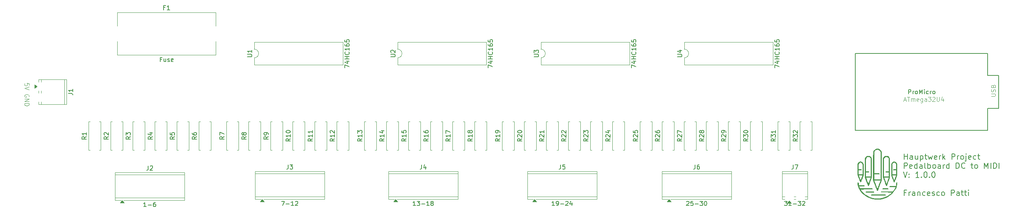
<source format=gbr>
%TF.GenerationSoftware,KiCad,Pcbnew,9.0.3*%
%TF.CreationDate,2025-08-30T15:47:38+02:00*%
%TF.ProjectId,Hauptwerk_Project,48617570-7477-4657-926b-5f50726f6a65,1.0.0*%
%TF.SameCoordinates,Original*%
%TF.FileFunction,Legend,Top*%
%TF.FilePolarity,Positive*%
%FSLAX46Y46*%
G04 Gerber Fmt 4.6, Leading zero omitted, Abs format (unit mm)*
G04 Created by KiCad (PCBNEW 9.0.3) date 2025-08-30 15:47:38*
%MOMM*%
%LPD*%
G01*
G04 APERTURE LIST*
%ADD10C,0.100000*%
%ADD11C,0.200000*%
%ADD12C,0.150000*%
%ADD13C,0.120000*%
%ADD14C,0.000000*%
G04 APERTURE END LIST*
D10*
X31861580Y-75964074D02*
X31861580Y-75487884D01*
X31861580Y-75487884D02*
X31385390Y-75440265D01*
X31385390Y-75440265D02*
X31433009Y-75487884D01*
X31433009Y-75487884D02*
X31480628Y-75583122D01*
X31480628Y-75583122D02*
X31480628Y-75821217D01*
X31480628Y-75821217D02*
X31433009Y-75916455D01*
X31433009Y-75916455D02*
X31385390Y-75964074D01*
X31385390Y-75964074D02*
X31290152Y-76011693D01*
X31290152Y-76011693D02*
X31052057Y-76011693D01*
X31052057Y-76011693D02*
X30956819Y-75964074D01*
X30956819Y-75964074D02*
X30909200Y-75916455D01*
X30909200Y-75916455D02*
X30861580Y-75821217D01*
X30861580Y-75821217D02*
X30861580Y-75583122D01*
X30861580Y-75583122D02*
X30909200Y-75487884D01*
X30909200Y-75487884D02*
X30956819Y-75440265D01*
X31861580Y-76297408D02*
X30861580Y-76630741D01*
X30861580Y-76630741D02*
X31861580Y-76964074D01*
X31813961Y-78583122D02*
X31861580Y-78487884D01*
X31861580Y-78487884D02*
X31861580Y-78345027D01*
X31861580Y-78345027D02*
X31813961Y-78202170D01*
X31813961Y-78202170D02*
X31718723Y-78106932D01*
X31718723Y-78106932D02*
X31623485Y-78059313D01*
X31623485Y-78059313D02*
X31433009Y-78011694D01*
X31433009Y-78011694D02*
X31290152Y-78011694D01*
X31290152Y-78011694D02*
X31099676Y-78059313D01*
X31099676Y-78059313D02*
X31004438Y-78106932D01*
X31004438Y-78106932D02*
X30909200Y-78202170D01*
X30909200Y-78202170D02*
X30861580Y-78345027D01*
X30861580Y-78345027D02*
X30861580Y-78440265D01*
X30861580Y-78440265D02*
X30909200Y-78583122D01*
X30909200Y-78583122D02*
X30956819Y-78630741D01*
X30956819Y-78630741D02*
X31290152Y-78630741D01*
X31290152Y-78630741D02*
X31290152Y-78440265D01*
X30861580Y-79059313D02*
X31861580Y-79059313D01*
X31861580Y-79059313D02*
X30861580Y-79630741D01*
X30861580Y-79630741D02*
X31861580Y-79630741D01*
X30861580Y-80106932D02*
X31861580Y-80106932D01*
X31861580Y-80106932D02*
X31861580Y-80345027D01*
X31861580Y-80345027D02*
X31813961Y-80487884D01*
X31813961Y-80487884D02*
X31718723Y-80583122D01*
X31718723Y-80583122D02*
X31623485Y-80630741D01*
X31623485Y-80630741D02*
X31433009Y-80678360D01*
X31433009Y-80678360D02*
X31290152Y-80678360D01*
X31290152Y-80678360D02*
X31099676Y-80630741D01*
X31099676Y-80630741D02*
X31004438Y-80583122D01*
X31004438Y-80583122D02*
X30909200Y-80487884D01*
X30909200Y-80487884D02*
X30861580Y-80345027D01*
X30861580Y-80345027D02*
X30861580Y-80106932D01*
X253507419Y-78436115D02*
X254316942Y-78436115D01*
X254316942Y-78436115D02*
X254412180Y-78388496D01*
X254412180Y-78388496D02*
X254459800Y-78340877D01*
X254459800Y-78340877D02*
X254507419Y-78245639D01*
X254507419Y-78245639D02*
X254507419Y-78055163D01*
X254507419Y-78055163D02*
X254459800Y-77959925D01*
X254459800Y-77959925D02*
X254412180Y-77912306D01*
X254412180Y-77912306D02*
X254316942Y-77864687D01*
X254316942Y-77864687D02*
X253507419Y-77864687D01*
X254459800Y-77436115D02*
X254507419Y-77293258D01*
X254507419Y-77293258D02*
X254507419Y-77055163D01*
X254507419Y-77055163D02*
X254459800Y-76959925D01*
X254459800Y-76959925D02*
X254412180Y-76912306D01*
X254412180Y-76912306D02*
X254316942Y-76864687D01*
X254316942Y-76864687D02*
X254221704Y-76864687D01*
X254221704Y-76864687D02*
X254126466Y-76912306D01*
X254126466Y-76912306D02*
X254078847Y-76959925D01*
X254078847Y-76959925D02*
X254031228Y-77055163D01*
X254031228Y-77055163D02*
X253983609Y-77245639D01*
X253983609Y-77245639D02*
X253935990Y-77340877D01*
X253935990Y-77340877D02*
X253888371Y-77388496D01*
X253888371Y-77388496D02*
X253793133Y-77436115D01*
X253793133Y-77436115D02*
X253697895Y-77436115D01*
X253697895Y-77436115D02*
X253602657Y-77388496D01*
X253602657Y-77388496D02*
X253555038Y-77340877D01*
X253555038Y-77340877D02*
X253507419Y-77245639D01*
X253507419Y-77245639D02*
X253507419Y-77007544D01*
X253507419Y-77007544D02*
X253555038Y-76864687D01*
X253983609Y-76102782D02*
X254031228Y-75959925D01*
X254031228Y-75959925D02*
X254078847Y-75912306D01*
X254078847Y-75912306D02*
X254174085Y-75864687D01*
X254174085Y-75864687D02*
X254316942Y-75864687D01*
X254316942Y-75864687D02*
X254412180Y-75912306D01*
X254412180Y-75912306D02*
X254459800Y-75959925D01*
X254459800Y-75959925D02*
X254507419Y-76055163D01*
X254507419Y-76055163D02*
X254507419Y-76436115D01*
X254507419Y-76436115D02*
X253507419Y-76436115D01*
X253507419Y-76436115D02*
X253507419Y-76102782D01*
X253507419Y-76102782D02*
X253555038Y-76007544D01*
X253555038Y-76007544D02*
X253602657Y-75959925D01*
X253602657Y-75959925D02*
X253697895Y-75912306D01*
X253697895Y-75912306D02*
X253793133Y-75912306D01*
X253793133Y-75912306D02*
X253888371Y-75959925D01*
X253888371Y-75959925D02*
X253935990Y-76007544D01*
X253935990Y-76007544D02*
X253983609Y-76102782D01*
X253983609Y-76102782D02*
X253983609Y-76436115D01*
D11*
X233486101Y-93058796D02*
X233486101Y-91758796D01*
X233486101Y-92377844D02*
X234228958Y-92377844D01*
X234228958Y-93058796D02*
X234228958Y-91758796D01*
X235405149Y-93058796D02*
X235405149Y-92377844D01*
X235405149Y-92377844D02*
X235343244Y-92254034D01*
X235343244Y-92254034D02*
X235219435Y-92192130D01*
X235219435Y-92192130D02*
X234971816Y-92192130D01*
X234971816Y-92192130D02*
X234848006Y-92254034D01*
X235405149Y-92996892D02*
X235281340Y-93058796D01*
X235281340Y-93058796D02*
X234971816Y-93058796D01*
X234971816Y-93058796D02*
X234848006Y-92996892D01*
X234848006Y-92996892D02*
X234786102Y-92873082D01*
X234786102Y-92873082D02*
X234786102Y-92749272D01*
X234786102Y-92749272D02*
X234848006Y-92625463D01*
X234848006Y-92625463D02*
X234971816Y-92563558D01*
X234971816Y-92563558D02*
X235281340Y-92563558D01*
X235281340Y-92563558D02*
X235405149Y-92501653D01*
X236581339Y-92192130D02*
X236581339Y-93058796D01*
X236024196Y-92192130D02*
X236024196Y-92873082D01*
X236024196Y-92873082D02*
X236086101Y-92996892D01*
X236086101Y-92996892D02*
X236209911Y-93058796D01*
X236209911Y-93058796D02*
X236395625Y-93058796D01*
X236395625Y-93058796D02*
X236519434Y-92996892D01*
X236519434Y-92996892D02*
X236581339Y-92934987D01*
X237200386Y-92192130D02*
X237200386Y-93492130D01*
X237200386Y-92254034D02*
X237324196Y-92192130D01*
X237324196Y-92192130D02*
X237571815Y-92192130D01*
X237571815Y-92192130D02*
X237695624Y-92254034D01*
X237695624Y-92254034D02*
X237757529Y-92315939D01*
X237757529Y-92315939D02*
X237819434Y-92439749D01*
X237819434Y-92439749D02*
X237819434Y-92811177D01*
X237819434Y-92811177D02*
X237757529Y-92934987D01*
X237757529Y-92934987D02*
X237695624Y-92996892D01*
X237695624Y-92996892D02*
X237571815Y-93058796D01*
X237571815Y-93058796D02*
X237324196Y-93058796D01*
X237324196Y-93058796D02*
X237200386Y-92996892D01*
X238190862Y-92192130D02*
X238686100Y-92192130D01*
X238376576Y-91758796D02*
X238376576Y-92873082D01*
X238376576Y-92873082D02*
X238438481Y-92996892D01*
X238438481Y-92996892D02*
X238562291Y-93058796D01*
X238562291Y-93058796D02*
X238686100Y-93058796D01*
X238995624Y-92192130D02*
X239243243Y-93058796D01*
X239243243Y-93058796D02*
X239490862Y-92439749D01*
X239490862Y-92439749D02*
X239738481Y-93058796D01*
X239738481Y-93058796D02*
X239986100Y-92192130D01*
X240976576Y-92996892D02*
X240852767Y-93058796D01*
X240852767Y-93058796D02*
X240605148Y-93058796D01*
X240605148Y-93058796D02*
X240481338Y-92996892D01*
X240481338Y-92996892D02*
X240419434Y-92873082D01*
X240419434Y-92873082D02*
X240419434Y-92377844D01*
X240419434Y-92377844D02*
X240481338Y-92254034D01*
X240481338Y-92254034D02*
X240605148Y-92192130D01*
X240605148Y-92192130D02*
X240852767Y-92192130D01*
X240852767Y-92192130D02*
X240976576Y-92254034D01*
X240976576Y-92254034D02*
X241038481Y-92377844D01*
X241038481Y-92377844D02*
X241038481Y-92501653D01*
X241038481Y-92501653D02*
X240419434Y-92625463D01*
X241595624Y-93058796D02*
X241595624Y-92192130D01*
X241595624Y-92439749D02*
X241657529Y-92315939D01*
X241657529Y-92315939D02*
X241719434Y-92254034D01*
X241719434Y-92254034D02*
X241843243Y-92192130D01*
X241843243Y-92192130D02*
X241967053Y-92192130D01*
X242400386Y-93058796D02*
X242400386Y-91758796D01*
X242524196Y-92563558D02*
X242895624Y-93058796D01*
X242895624Y-92192130D02*
X242400386Y-92687368D01*
X244443243Y-93058796D02*
X244443243Y-91758796D01*
X244443243Y-91758796D02*
X244938481Y-91758796D01*
X244938481Y-91758796D02*
X245062291Y-91820701D01*
X245062291Y-91820701D02*
X245124196Y-91882606D01*
X245124196Y-91882606D02*
X245186100Y-92006415D01*
X245186100Y-92006415D02*
X245186100Y-92192130D01*
X245186100Y-92192130D02*
X245124196Y-92315939D01*
X245124196Y-92315939D02*
X245062291Y-92377844D01*
X245062291Y-92377844D02*
X244938481Y-92439749D01*
X244938481Y-92439749D02*
X244443243Y-92439749D01*
X245743243Y-93058796D02*
X245743243Y-92192130D01*
X245743243Y-92439749D02*
X245805148Y-92315939D01*
X245805148Y-92315939D02*
X245867053Y-92254034D01*
X245867053Y-92254034D02*
X245990862Y-92192130D01*
X245990862Y-92192130D02*
X246114672Y-92192130D01*
X246733720Y-93058796D02*
X246609910Y-92996892D01*
X246609910Y-92996892D02*
X246548005Y-92934987D01*
X246548005Y-92934987D02*
X246486101Y-92811177D01*
X246486101Y-92811177D02*
X246486101Y-92439749D01*
X246486101Y-92439749D02*
X246548005Y-92315939D01*
X246548005Y-92315939D02*
X246609910Y-92254034D01*
X246609910Y-92254034D02*
X246733720Y-92192130D01*
X246733720Y-92192130D02*
X246919434Y-92192130D01*
X246919434Y-92192130D02*
X247043243Y-92254034D01*
X247043243Y-92254034D02*
X247105148Y-92315939D01*
X247105148Y-92315939D02*
X247167053Y-92439749D01*
X247167053Y-92439749D02*
X247167053Y-92811177D01*
X247167053Y-92811177D02*
X247105148Y-92934987D01*
X247105148Y-92934987D02*
X247043243Y-92996892D01*
X247043243Y-92996892D02*
X246919434Y-93058796D01*
X246919434Y-93058796D02*
X246733720Y-93058796D01*
X247724195Y-92192130D02*
X247724195Y-93306415D01*
X247724195Y-93306415D02*
X247662291Y-93430225D01*
X247662291Y-93430225D02*
X247538481Y-93492130D01*
X247538481Y-93492130D02*
X247476576Y-93492130D01*
X247724195Y-91758796D02*
X247662291Y-91820701D01*
X247662291Y-91820701D02*
X247724195Y-91882606D01*
X247724195Y-91882606D02*
X247786100Y-91820701D01*
X247786100Y-91820701D02*
X247724195Y-91758796D01*
X247724195Y-91758796D02*
X247724195Y-91882606D01*
X248838481Y-92996892D02*
X248714672Y-93058796D01*
X248714672Y-93058796D02*
X248467053Y-93058796D01*
X248467053Y-93058796D02*
X248343243Y-92996892D01*
X248343243Y-92996892D02*
X248281339Y-92873082D01*
X248281339Y-92873082D02*
X248281339Y-92377844D01*
X248281339Y-92377844D02*
X248343243Y-92254034D01*
X248343243Y-92254034D02*
X248467053Y-92192130D01*
X248467053Y-92192130D02*
X248714672Y-92192130D01*
X248714672Y-92192130D02*
X248838481Y-92254034D01*
X248838481Y-92254034D02*
X248900386Y-92377844D01*
X248900386Y-92377844D02*
X248900386Y-92501653D01*
X248900386Y-92501653D02*
X248281339Y-92625463D01*
X250014672Y-92996892D02*
X249890863Y-93058796D01*
X249890863Y-93058796D02*
X249643244Y-93058796D01*
X249643244Y-93058796D02*
X249519434Y-92996892D01*
X249519434Y-92996892D02*
X249457529Y-92934987D01*
X249457529Y-92934987D02*
X249395625Y-92811177D01*
X249395625Y-92811177D02*
X249395625Y-92439749D01*
X249395625Y-92439749D02*
X249457529Y-92315939D01*
X249457529Y-92315939D02*
X249519434Y-92254034D01*
X249519434Y-92254034D02*
X249643244Y-92192130D01*
X249643244Y-92192130D02*
X249890863Y-92192130D01*
X249890863Y-92192130D02*
X250014672Y-92254034D01*
X250386101Y-92192130D02*
X250881339Y-92192130D01*
X250571815Y-91758796D02*
X250571815Y-92873082D01*
X250571815Y-92873082D02*
X250633720Y-92996892D01*
X250633720Y-92996892D02*
X250757530Y-93058796D01*
X250757530Y-93058796D02*
X250881339Y-93058796D01*
X233486101Y-95151723D02*
X233486101Y-93851723D01*
X233486101Y-93851723D02*
X233981339Y-93851723D01*
X233981339Y-93851723D02*
X234105149Y-93913628D01*
X234105149Y-93913628D02*
X234167054Y-93975533D01*
X234167054Y-93975533D02*
X234228958Y-94099342D01*
X234228958Y-94099342D02*
X234228958Y-94285057D01*
X234228958Y-94285057D02*
X234167054Y-94408866D01*
X234167054Y-94408866D02*
X234105149Y-94470771D01*
X234105149Y-94470771D02*
X233981339Y-94532676D01*
X233981339Y-94532676D02*
X233486101Y-94532676D01*
X235281339Y-95089819D02*
X235157530Y-95151723D01*
X235157530Y-95151723D02*
X234909911Y-95151723D01*
X234909911Y-95151723D02*
X234786101Y-95089819D01*
X234786101Y-95089819D02*
X234724197Y-94966009D01*
X234724197Y-94966009D02*
X234724197Y-94470771D01*
X234724197Y-94470771D02*
X234786101Y-94346961D01*
X234786101Y-94346961D02*
X234909911Y-94285057D01*
X234909911Y-94285057D02*
X235157530Y-94285057D01*
X235157530Y-94285057D02*
X235281339Y-94346961D01*
X235281339Y-94346961D02*
X235343244Y-94470771D01*
X235343244Y-94470771D02*
X235343244Y-94594580D01*
X235343244Y-94594580D02*
X234724197Y-94718390D01*
X236457530Y-95151723D02*
X236457530Y-93851723D01*
X236457530Y-95089819D02*
X236333721Y-95151723D01*
X236333721Y-95151723D02*
X236086102Y-95151723D01*
X236086102Y-95151723D02*
X235962292Y-95089819D01*
X235962292Y-95089819D02*
X235900387Y-95027914D01*
X235900387Y-95027914D02*
X235838483Y-94904104D01*
X235838483Y-94904104D02*
X235838483Y-94532676D01*
X235838483Y-94532676D02*
X235900387Y-94408866D01*
X235900387Y-94408866D02*
X235962292Y-94346961D01*
X235962292Y-94346961D02*
X236086102Y-94285057D01*
X236086102Y-94285057D02*
X236333721Y-94285057D01*
X236333721Y-94285057D02*
X236457530Y-94346961D01*
X237633720Y-95151723D02*
X237633720Y-94470771D01*
X237633720Y-94470771D02*
X237571815Y-94346961D01*
X237571815Y-94346961D02*
X237448006Y-94285057D01*
X237448006Y-94285057D02*
X237200387Y-94285057D01*
X237200387Y-94285057D02*
X237076577Y-94346961D01*
X237633720Y-95089819D02*
X237509911Y-95151723D01*
X237509911Y-95151723D02*
X237200387Y-95151723D01*
X237200387Y-95151723D02*
X237076577Y-95089819D01*
X237076577Y-95089819D02*
X237014673Y-94966009D01*
X237014673Y-94966009D02*
X237014673Y-94842199D01*
X237014673Y-94842199D02*
X237076577Y-94718390D01*
X237076577Y-94718390D02*
X237200387Y-94656485D01*
X237200387Y-94656485D02*
X237509911Y-94656485D01*
X237509911Y-94656485D02*
X237633720Y-94594580D01*
X238438482Y-95151723D02*
X238314672Y-95089819D01*
X238314672Y-95089819D02*
X238252767Y-94966009D01*
X238252767Y-94966009D02*
X238252767Y-93851723D01*
X238933719Y-95151723D02*
X238933719Y-93851723D01*
X238933719Y-94346961D02*
X239057529Y-94285057D01*
X239057529Y-94285057D02*
X239305148Y-94285057D01*
X239305148Y-94285057D02*
X239428957Y-94346961D01*
X239428957Y-94346961D02*
X239490862Y-94408866D01*
X239490862Y-94408866D02*
X239552767Y-94532676D01*
X239552767Y-94532676D02*
X239552767Y-94904104D01*
X239552767Y-94904104D02*
X239490862Y-95027914D01*
X239490862Y-95027914D02*
X239428957Y-95089819D01*
X239428957Y-95089819D02*
X239305148Y-95151723D01*
X239305148Y-95151723D02*
X239057529Y-95151723D01*
X239057529Y-95151723D02*
X238933719Y-95089819D01*
X240295624Y-95151723D02*
X240171814Y-95089819D01*
X240171814Y-95089819D02*
X240109909Y-95027914D01*
X240109909Y-95027914D02*
X240048005Y-94904104D01*
X240048005Y-94904104D02*
X240048005Y-94532676D01*
X240048005Y-94532676D02*
X240109909Y-94408866D01*
X240109909Y-94408866D02*
X240171814Y-94346961D01*
X240171814Y-94346961D02*
X240295624Y-94285057D01*
X240295624Y-94285057D02*
X240481338Y-94285057D01*
X240481338Y-94285057D02*
X240605147Y-94346961D01*
X240605147Y-94346961D02*
X240667052Y-94408866D01*
X240667052Y-94408866D02*
X240728957Y-94532676D01*
X240728957Y-94532676D02*
X240728957Y-94904104D01*
X240728957Y-94904104D02*
X240667052Y-95027914D01*
X240667052Y-95027914D02*
X240605147Y-95089819D01*
X240605147Y-95089819D02*
X240481338Y-95151723D01*
X240481338Y-95151723D02*
X240295624Y-95151723D01*
X241843242Y-95151723D02*
X241843242Y-94470771D01*
X241843242Y-94470771D02*
X241781337Y-94346961D01*
X241781337Y-94346961D02*
X241657528Y-94285057D01*
X241657528Y-94285057D02*
X241409909Y-94285057D01*
X241409909Y-94285057D02*
X241286099Y-94346961D01*
X241843242Y-95089819D02*
X241719433Y-95151723D01*
X241719433Y-95151723D02*
X241409909Y-95151723D01*
X241409909Y-95151723D02*
X241286099Y-95089819D01*
X241286099Y-95089819D02*
X241224195Y-94966009D01*
X241224195Y-94966009D02*
X241224195Y-94842199D01*
X241224195Y-94842199D02*
X241286099Y-94718390D01*
X241286099Y-94718390D02*
X241409909Y-94656485D01*
X241409909Y-94656485D02*
X241719433Y-94656485D01*
X241719433Y-94656485D02*
X241843242Y-94594580D01*
X242462289Y-95151723D02*
X242462289Y-94285057D01*
X242462289Y-94532676D02*
X242524194Y-94408866D01*
X242524194Y-94408866D02*
X242586099Y-94346961D01*
X242586099Y-94346961D02*
X242709908Y-94285057D01*
X242709908Y-94285057D02*
X242833718Y-94285057D01*
X243824194Y-95151723D02*
X243824194Y-93851723D01*
X243824194Y-95089819D02*
X243700385Y-95151723D01*
X243700385Y-95151723D02*
X243452766Y-95151723D01*
X243452766Y-95151723D02*
X243328956Y-95089819D01*
X243328956Y-95089819D02*
X243267051Y-95027914D01*
X243267051Y-95027914D02*
X243205147Y-94904104D01*
X243205147Y-94904104D02*
X243205147Y-94532676D01*
X243205147Y-94532676D02*
X243267051Y-94408866D01*
X243267051Y-94408866D02*
X243328956Y-94346961D01*
X243328956Y-94346961D02*
X243452766Y-94285057D01*
X243452766Y-94285057D02*
X243700385Y-94285057D01*
X243700385Y-94285057D02*
X243824194Y-94346961D01*
X245433717Y-95151723D02*
X245433717Y-93851723D01*
X245433717Y-93851723D02*
X245743241Y-93851723D01*
X245743241Y-93851723D02*
X245928955Y-93913628D01*
X245928955Y-93913628D02*
X246052765Y-94037438D01*
X246052765Y-94037438D02*
X246114670Y-94161247D01*
X246114670Y-94161247D02*
X246176574Y-94408866D01*
X246176574Y-94408866D02*
X246176574Y-94594580D01*
X246176574Y-94594580D02*
X246114670Y-94842199D01*
X246114670Y-94842199D02*
X246052765Y-94966009D01*
X246052765Y-94966009D02*
X245928955Y-95089819D01*
X245928955Y-95089819D02*
X245743241Y-95151723D01*
X245743241Y-95151723D02*
X245433717Y-95151723D01*
X247476574Y-95027914D02*
X247414670Y-95089819D01*
X247414670Y-95089819D02*
X247228955Y-95151723D01*
X247228955Y-95151723D02*
X247105146Y-95151723D01*
X247105146Y-95151723D02*
X246919432Y-95089819D01*
X246919432Y-95089819D02*
X246795622Y-94966009D01*
X246795622Y-94966009D02*
X246733717Y-94842199D01*
X246733717Y-94842199D02*
X246671813Y-94594580D01*
X246671813Y-94594580D02*
X246671813Y-94408866D01*
X246671813Y-94408866D02*
X246733717Y-94161247D01*
X246733717Y-94161247D02*
X246795622Y-94037438D01*
X246795622Y-94037438D02*
X246919432Y-93913628D01*
X246919432Y-93913628D02*
X247105146Y-93851723D01*
X247105146Y-93851723D02*
X247228955Y-93851723D01*
X247228955Y-93851723D02*
X247414670Y-93913628D01*
X247414670Y-93913628D02*
X247476574Y-93975533D01*
X248838479Y-94285057D02*
X249333717Y-94285057D01*
X249024193Y-93851723D02*
X249024193Y-94966009D01*
X249024193Y-94966009D02*
X249086098Y-95089819D01*
X249086098Y-95089819D02*
X249209908Y-95151723D01*
X249209908Y-95151723D02*
X249333717Y-95151723D01*
X249952765Y-95151723D02*
X249828955Y-95089819D01*
X249828955Y-95089819D02*
X249767050Y-95027914D01*
X249767050Y-95027914D02*
X249705146Y-94904104D01*
X249705146Y-94904104D02*
X249705146Y-94532676D01*
X249705146Y-94532676D02*
X249767050Y-94408866D01*
X249767050Y-94408866D02*
X249828955Y-94346961D01*
X249828955Y-94346961D02*
X249952765Y-94285057D01*
X249952765Y-94285057D02*
X250138479Y-94285057D01*
X250138479Y-94285057D02*
X250262288Y-94346961D01*
X250262288Y-94346961D02*
X250324193Y-94408866D01*
X250324193Y-94408866D02*
X250386098Y-94532676D01*
X250386098Y-94532676D02*
X250386098Y-94904104D01*
X250386098Y-94904104D02*
X250324193Y-95027914D01*
X250324193Y-95027914D02*
X250262288Y-95089819D01*
X250262288Y-95089819D02*
X250138479Y-95151723D01*
X250138479Y-95151723D02*
X249952765Y-95151723D01*
X251933716Y-95151723D02*
X251933716Y-93851723D01*
X251933716Y-93851723D02*
X252367050Y-94780295D01*
X252367050Y-94780295D02*
X252800383Y-93851723D01*
X252800383Y-93851723D02*
X252800383Y-95151723D01*
X253419430Y-95151723D02*
X253419430Y-93851723D01*
X254038478Y-95151723D02*
X254038478Y-93851723D01*
X254038478Y-93851723D02*
X254348002Y-93851723D01*
X254348002Y-93851723D02*
X254533716Y-93913628D01*
X254533716Y-93913628D02*
X254657526Y-94037438D01*
X254657526Y-94037438D02*
X254719431Y-94161247D01*
X254719431Y-94161247D02*
X254781335Y-94408866D01*
X254781335Y-94408866D02*
X254781335Y-94594580D01*
X254781335Y-94594580D02*
X254719431Y-94842199D01*
X254719431Y-94842199D02*
X254657526Y-94966009D01*
X254657526Y-94966009D02*
X254533716Y-95089819D01*
X254533716Y-95089819D02*
X254348002Y-95151723D01*
X254348002Y-95151723D02*
X254038478Y-95151723D01*
X255338478Y-95151723D02*
X255338478Y-93851723D01*
X233300387Y-95944650D02*
X233733720Y-97244650D01*
X233733720Y-97244650D02*
X234167054Y-95944650D01*
X234600387Y-97120841D02*
X234662292Y-97182746D01*
X234662292Y-97182746D02*
X234600387Y-97244650D01*
X234600387Y-97244650D02*
X234538483Y-97182746D01*
X234538483Y-97182746D02*
X234600387Y-97120841D01*
X234600387Y-97120841D02*
X234600387Y-97244650D01*
X234600387Y-96439888D02*
X234662292Y-96501793D01*
X234662292Y-96501793D02*
X234600387Y-96563698D01*
X234600387Y-96563698D02*
X234538483Y-96501793D01*
X234538483Y-96501793D02*
X234600387Y-96439888D01*
X234600387Y-96439888D02*
X234600387Y-96563698D01*
X236890864Y-97244650D02*
X236148007Y-97244650D01*
X236519435Y-97244650D02*
X236519435Y-95944650D01*
X236519435Y-95944650D02*
X236395626Y-96130365D01*
X236395626Y-96130365D02*
X236271816Y-96254174D01*
X236271816Y-96254174D02*
X236148007Y-96316079D01*
X237448006Y-97120841D02*
X237509911Y-97182746D01*
X237509911Y-97182746D02*
X237448006Y-97244650D01*
X237448006Y-97244650D02*
X237386102Y-97182746D01*
X237386102Y-97182746D02*
X237448006Y-97120841D01*
X237448006Y-97120841D02*
X237448006Y-97244650D01*
X238314673Y-95944650D02*
X238438483Y-95944650D01*
X238438483Y-95944650D02*
X238562292Y-96006555D01*
X238562292Y-96006555D02*
X238624197Y-96068460D01*
X238624197Y-96068460D02*
X238686102Y-96192269D01*
X238686102Y-96192269D02*
X238748007Y-96439888D01*
X238748007Y-96439888D02*
X238748007Y-96749412D01*
X238748007Y-96749412D02*
X238686102Y-96997031D01*
X238686102Y-96997031D02*
X238624197Y-97120841D01*
X238624197Y-97120841D02*
X238562292Y-97182746D01*
X238562292Y-97182746D02*
X238438483Y-97244650D01*
X238438483Y-97244650D02*
X238314673Y-97244650D01*
X238314673Y-97244650D02*
X238190864Y-97182746D01*
X238190864Y-97182746D02*
X238128959Y-97120841D01*
X238128959Y-97120841D02*
X238067054Y-96997031D01*
X238067054Y-96997031D02*
X238005150Y-96749412D01*
X238005150Y-96749412D02*
X238005150Y-96439888D01*
X238005150Y-96439888D02*
X238067054Y-96192269D01*
X238067054Y-96192269D02*
X238128959Y-96068460D01*
X238128959Y-96068460D02*
X238190864Y-96006555D01*
X238190864Y-96006555D02*
X238314673Y-95944650D01*
X239305149Y-97120841D02*
X239367054Y-97182746D01*
X239367054Y-97182746D02*
X239305149Y-97244650D01*
X239305149Y-97244650D02*
X239243245Y-97182746D01*
X239243245Y-97182746D02*
X239305149Y-97120841D01*
X239305149Y-97120841D02*
X239305149Y-97244650D01*
X240171816Y-95944650D02*
X240295626Y-95944650D01*
X240295626Y-95944650D02*
X240419435Y-96006555D01*
X240419435Y-96006555D02*
X240481340Y-96068460D01*
X240481340Y-96068460D02*
X240543245Y-96192269D01*
X240543245Y-96192269D02*
X240605150Y-96439888D01*
X240605150Y-96439888D02*
X240605150Y-96749412D01*
X240605150Y-96749412D02*
X240543245Y-96997031D01*
X240543245Y-96997031D02*
X240481340Y-97120841D01*
X240481340Y-97120841D02*
X240419435Y-97182746D01*
X240419435Y-97182746D02*
X240295626Y-97244650D01*
X240295626Y-97244650D02*
X240171816Y-97244650D01*
X240171816Y-97244650D02*
X240048007Y-97182746D01*
X240048007Y-97182746D02*
X239986102Y-97120841D01*
X239986102Y-97120841D02*
X239924197Y-96997031D01*
X239924197Y-96997031D02*
X239862293Y-96749412D01*
X239862293Y-96749412D02*
X239862293Y-96439888D01*
X239862293Y-96439888D02*
X239924197Y-96192269D01*
X239924197Y-96192269D02*
X239986102Y-96068460D01*
X239986102Y-96068460D02*
X240048007Y-96006555D01*
X240048007Y-96006555D02*
X240171816Y-95944650D01*
X233919435Y-100749552D02*
X233486101Y-100749552D01*
X233486101Y-101430504D02*
X233486101Y-100130504D01*
X233486101Y-100130504D02*
X234105149Y-100130504D01*
X234600387Y-101430504D02*
X234600387Y-100563838D01*
X234600387Y-100811457D02*
X234662292Y-100687647D01*
X234662292Y-100687647D02*
X234724197Y-100625742D01*
X234724197Y-100625742D02*
X234848006Y-100563838D01*
X234848006Y-100563838D02*
X234971816Y-100563838D01*
X235962292Y-101430504D02*
X235962292Y-100749552D01*
X235962292Y-100749552D02*
X235900387Y-100625742D01*
X235900387Y-100625742D02*
X235776578Y-100563838D01*
X235776578Y-100563838D02*
X235528959Y-100563838D01*
X235528959Y-100563838D02*
X235405149Y-100625742D01*
X235962292Y-101368600D02*
X235838483Y-101430504D01*
X235838483Y-101430504D02*
X235528959Y-101430504D01*
X235528959Y-101430504D02*
X235405149Y-101368600D01*
X235405149Y-101368600D02*
X235343245Y-101244790D01*
X235343245Y-101244790D02*
X235343245Y-101120980D01*
X235343245Y-101120980D02*
X235405149Y-100997171D01*
X235405149Y-100997171D02*
X235528959Y-100935266D01*
X235528959Y-100935266D02*
X235838483Y-100935266D01*
X235838483Y-100935266D02*
X235962292Y-100873361D01*
X236581339Y-100563838D02*
X236581339Y-101430504D01*
X236581339Y-100687647D02*
X236643244Y-100625742D01*
X236643244Y-100625742D02*
X236767054Y-100563838D01*
X236767054Y-100563838D02*
X236952768Y-100563838D01*
X236952768Y-100563838D02*
X237076577Y-100625742D01*
X237076577Y-100625742D02*
X237138482Y-100749552D01*
X237138482Y-100749552D02*
X237138482Y-101430504D01*
X238314672Y-101368600D02*
X238190863Y-101430504D01*
X238190863Y-101430504D02*
X237943244Y-101430504D01*
X237943244Y-101430504D02*
X237819434Y-101368600D01*
X237819434Y-101368600D02*
X237757529Y-101306695D01*
X237757529Y-101306695D02*
X237695625Y-101182885D01*
X237695625Y-101182885D02*
X237695625Y-100811457D01*
X237695625Y-100811457D02*
X237757529Y-100687647D01*
X237757529Y-100687647D02*
X237819434Y-100625742D01*
X237819434Y-100625742D02*
X237943244Y-100563838D01*
X237943244Y-100563838D02*
X238190863Y-100563838D01*
X238190863Y-100563838D02*
X238314672Y-100625742D01*
X239367053Y-101368600D02*
X239243244Y-101430504D01*
X239243244Y-101430504D02*
X238995625Y-101430504D01*
X238995625Y-101430504D02*
X238871815Y-101368600D01*
X238871815Y-101368600D02*
X238809911Y-101244790D01*
X238809911Y-101244790D02*
X238809911Y-100749552D01*
X238809911Y-100749552D02*
X238871815Y-100625742D01*
X238871815Y-100625742D02*
X238995625Y-100563838D01*
X238995625Y-100563838D02*
X239243244Y-100563838D01*
X239243244Y-100563838D02*
X239367053Y-100625742D01*
X239367053Y-100625742D02*
X239428958Y-100749552D01*
X239428958Y-100749552D02*
X239428958Y-100873361D01*
X239428958Y-100873361D02*
X238809911Y-100997171D01*
X239924197Y-101368600D02*
X240048006Y-101430504D01*
X240048006Y-101430504D02*
X240295625Y-101430504D01*
X240295625Y-101430504D02*
X240419435Y-101368600D01*
X240419435Y-101368600D02*
X240481339Y-101244790D01*
X240481339Y-101244790D02*
X240481339Y-101182885D01*
X240481339Y-101182885D02*
X240419435Y-101059076D01*
X240419435Y-101059076D02*
X240295625Y-100997171D01*
X240295625Y-100997171D02*
X240109911Y-100997171D01*
X240109911Y-100997171D02*
X239986101Y-100935266D01*
X239986101Y-100935266D02*
X239924197Y-100811457D01*
X239924197Y-100811457D02*
X239924197Y-100749552D01*
X239924197Y-100749552D02*
X239986101Y-100625742D01*
X239986101Y-100625742D02*
X240109911Y-100563838D01*
X240109911Y-100563838D02*
X240295625Y-100563838D01*
X240295625Y-100563838D02*
X240419435Y-100625742D01*
X241595625Y-101368600D02*
X241471816Y-101430504D01*
X241471816Y-101430504D02*
X241224197Y-101430504D01*
X241224197Y-101430504D02*
X241100387Y-101368600D01*
X241100387Y-101368600D02*
X241038482Y-101306695D01*
X241038482Y-101306695D02*
X240976578Y-101182885D01*
X240976578Y-101182885D02*
X240976578Y-100811457D01*
X240976578Y-100811457D02*
X241038482Y-100687647D01*
X241038482Y-100687647D02*
X241100387Y-100625742D01*
X241100387Y-100625742D02*
X241224197Y-100563838D01*
X241224197Y-100563838D02*
X241471816Y-100563838D01*
X241471816Y-100563838D02*
X241595625Y-100625742D01*
X242338483Y-101430504D02*
X242214673Y-101368600D01*
X242214673Y-101368600D02*
X242152768Y-101306695D01*
X242152768Y-101306695D02*
X242090864Y-101182885D01*
X242090864Y-101182885D02*
X242090864Y-100811457D01*
X242090864Y-100811457D02*
X242152768Y-100687647D01*
X242152768Y-100687647D02*
X242214673Y-100625742D01*
X242214673Y-100625742D02*
X242338483Y-100563838D01*
X242338483Y-100563838D02*
X242524197Y-100563838D01*
X242524197Y-100563838D02*
X242648006Y-100625742D01*
X242648006Y-100625742D02*
X242709911Y-100687647D01*
X242709911Y-100687647D02*
X242771816Y-100811457D01*
X242771816Y-100811457D02*
X242771816Y-101182885D01*
X242771816Y-101182885D02*
X242709911Y-101306695D01*
X242709911Y-101306695D02*
X242648006Y-101368600D01*
X242648006Y-101368600D02*
X242524197Y-101430504D01*
X242524197Y-101430504D02*
X242338483Y-101430504D01*
X244319434Y-101430504D02*
X244319434Y-100130504D01*
X244319434Y-100130504D02*
X244814672Y-100130504D01*
X244814672Y-100130504D02*
X244938482Y-100192409D01*
X244938482Y-100192409D02*
X245000387Y-100254314D01*
X245000387Y-100254314D02*
X245062291Y-100378123D01*
X245062291Y-100378123D02*
X245062291Y-100563838D01*
X245062291Y-100563838D02*
X245000387Y-100687647D01*
X245000387Y-100687647D02*
X244938482Y-100749552D01*
X244938482Y-100749552D02*
X244814672Y-100811457D01*
X244814672Y-100811457D02*
X244319434Y-100811457D01*
X246176577Y-101430504D02*
X246176577Y-100749552D01*
X246176577Y-100749552D02*
X246114672Y-100625742D01*
X246114672Y-100625742D02*
X245990863Y-100563838D01*
X245990863Y-100563838D02*
X245743244Y-100563838D01*
X245743244Y-100563838D02*
X245619434Y-100625742D01*
X246176577Y-101368600D02*
X246052768Y-101430504D01*
X246052768Y-101430504D02*
X245743244Y-101430504D01*
X245743244Y-101430504D02*
X245619434Y-101368600D01*
X245619434Y-101368600D02*
X245557530Y-101244790D01*
X245557530Y-101244790D02*
X245557530Y-101120980D01*
X245557530Y-101120980D02*
X245619434Y-100997171D01*
X245619434Y-100997171D02*
X245743244Y-100935266D01*
X245743244Y-100935266D02*
X246052768Y-100935266D01*
X246052768Y-100935266D02*
X246176577Y-100873361D01*
X246609910Y-100563838D02*
X247105148Y-100563838D01*
X246795624Y-100130504D02*
X246795624Y-101244790D01*
X246795624Y-101244790D02*
X246857529Y-101368600D01*
X246857529Y-101368600D02*
X246981339Y-101430504D01*
X246981339Y-101430504D02*
X247105148Y-101430504D01*
X247352767Y-100563838D02*
X247848005Y-100563838D01*
X247538481Y-100130504D02*
X247538481Y-101244790D01*
X247538481Y-101244790D02*
X247600386Y-101368600D01*
X247600386Y-101368600D02*
X247724196Y-101430504D01*
X247724196Y-101430504D02*
X247848005Y-101430504D01*
X248281338Y-101430504D02*
X248281338Y-100563838D01*
X248281338Y-100130504D02*
X248219434Y-100192409D01*
X248219434Y-100192409D02*
X248281338Y-100254314D01*
X248281338Y-100254314D02*
X248343243Y-100192409D01*
X248343243Y-100192409D02*
X248281338Y-100130504D01*
X248281338Y-100130504D02*
X248281338Y-100254314D01*
D10*
X233428265Y-79342704D02*
X233904455Y-79342704D01*
X233333027Y-79628419D02*
X233666360Y-78628419D01*
X233666360Y-78628419D02*
X233999693Y-79628419D01*
X234190170Y-78628419D02*
X234761598Y-78628419D01*
X234475884Y-79628419D02*
X234475884Y-78628419D01*
X235094932Y-79628419D02*
X235094932Y-78961752D01*
X235094932Y-79056990D02*
X235142551Y-79009371D01*
X235142551Y-79009371D02*
X235237789Y-78961752D01*
X235237789Y-78961752D02*
X235380646Y-78961752D01*
X235380646Y-78961752D02*
X235475884Y-79009371D01*
X235475884Y-79009371D02*
X235523503Y-79104609D01*
X235523503Y-79104609D02*
X235523503Y-79628419D01*
X235523503Y-79104609D02*
X235571122Y-79009371D01*
X235571122Y-79009371D02*
X235666360Y-78961752D01*
X235666360Y-78961752D02*
X235809217Y-78961752D01*
X235809217Y-78961752D02*
X235904456Y-79009371D01*
X235904456Y-79009371D02*
X235952075Y-79104609D01*
X235952075Y-79104609D02*
X235952075Y-79628419D01*
X236809217Y-79580800D02*
X236713979Y-79628419D01*
X236713979Y-79628419D02*
X236523503Y-79628419D01*
X236523503Y-79628419D02*
X236428265Y-79580800D01*
X236428265Y-79580800D02*
X236380646Y-79485561D01*
X236380646Y-79485561D02*
X236380646Y-79104609D01*
X236380646Y-79104609D02*
X236428265Y-79009371D01*
X236428265Y-79009371D02*
X236523503Y-78961752D01*
X236523503Y-78961752D02*
X236713979Y-78961752D01*
X236713979Y-78961752D02*
X236809217Y-79009371D01*
X236809217Y-79009371D02*
X236856836Y-79104609D01*
X236856836Y-79104609D02*
X236856836Y-79199847D01*
X236856836Y-79199847D02*
X236380646Y-79295085D01*
X237713979Y-78961752D02*
X237713979Y-79771276D01*
X237713979Y-79771276D02*
X237666360Y-79866514D01*
X237666360Y-79866514D02*
X237618741Y-79914133D01*
X237618741Y-79914133D02*
X237523503Y-79961752D01*
X237523503Y-79961752D02*
X237380646Y-79961752D01*
X237380646Y-79961752D02*
X237285408Y-79914133D01*
X237713979Y-79580800D02*
X237618741Y-79628419D01*
X237618741Y-79628419D02*
X237428265Y-79628419D01*
X237428265Y-79628419D02*
X237333027Y-79580800D01*
X237333027Y-79580800D02*
X237285408Y-79533180D01*
X237285408Y-79533180D02*
X237237789Y-79437942D01*
X237237789Y-79437942D02*
X237237789Y-79152228D01*
X237237789Y-79152228D02*
X237285408Y-79056990D01*
X237285408Y-79056990D02*
X237333027Y-79009371D01*
X237333027Y-79009371D02*
X237428265Y-78961752D01*
X237428265Y-78961752D02*
X237618741Y-78961752D01*
X237618741Y-78961752D02*
X237713979Y-79009371D01*
X238618741Y-79628419D02*
X238618741Y-79104609D01*
X238618741Y-79104609D02*
X238571122Y-79009371D01*
X238571122Y-79009371D02*
X238475884Y-78961752D01*
X238475884Y-78961752D02*
X238285408Y-78961752D01*
X238285408Y-78961752D02*
X238190170Y-79009371D01*
X238618741Y-79580800D02*
X238523503Y-79628419D01*
X238523503Y-79628419D02*
X238285408Y-79628419D01*
X238285408Y-79628419D02*
X238190170Y-79580800D01*
X238190170Y-79580800D02*
X238142551Y-79485561D01*
X238142551Y-79485561D02*
X238142551Y-79390323D01*
X238142551Y-79390323D02*
X238190170Y-79295085D01*
X238190170Y-79295085D02*
X238285408Y-79247466D01*
X238285408Y-79247466D02*
X238523503Y-79247466D01*
X238523503Y-79247466D02*
X238618741Y-79199847D01*
X238999694Y-78628419D02*
X239618741Y-78628419D01*
X239618741Y-78628419D02*
X239285408Y-79009371D01*
X239285408Y-79009371D02*
X239428265Y-79009371D01*
X239428265Y-79009371D02*
X239523503Y-79056990D01*
X239523503Y-79056990D02*
X239571122Y-79104609D01*
X239571122Y-79104609D02*
X239618741Y-79199847D01*
X239618741Y-79199847D02*
X239618741Y-79437942D01*
X239618741Y-79437942D02*
X239571122Y-79533180D01*
X239571122Y-79533180D02*
X239523503Y-79580800D01*
X239523503Y-79580800D02*
X239428265Y-79628419D01*
X239428265Y-79628419D02*
X239142551Y-79628419D01*
X239142551Y-79628419D02*
X239047313Y-79580800D01*
X239047313Y-79580800D02*
X238999694Y-79533180D01*
X239999694Y-78723657D02*
X240047313Y-78676038D01*
X240047313Y-78676038D02*
X240142551Y-78628419D01*
X240142551Y-78628419D02*
X240380646Y-78628419D01*
X240380646Y-78628419D02*
X240475884Y-78676038D01*
X240475884Y-78676038D02*
X240523503Y-78723657D01*
X240523503Y-78723657D02*
X240571122Y-78818895D01*
X240571122Y-78818895D02*
X240571122Y-78914133D01*
X240571122Y-78914133D02*
X240523503Y-79056990D01*
X240523503Y-79056990D02*
X239952075Y-79628419D01*
X239952075Y-79628419D02*
X240571122Y-79628419D01*
X240999694Y-78628419D02*
X240999694Y-79437942D01*
X240999694Y-79437942D02*
X241047313Y-79533180D01*
X241047313Y-79533180D02*
X241094932Y-79580800D01*
X241094932Y-79580800D02*
X241190170Y-79628419D01*
X241190170Y-79628419D02*
X241380646Y-79628419D01*
X241380646Y-79628419D02*
X241475884Y-79580800D01*
X241475884Y-79580800D02*
X241523503Y-79533180D01*
X241523503Y-79533180D02*
X241571122Y-79437942D01*
X241571122Y-79437942D02*
X241571122Y-78628419D01*
X242475884Y-78961752D02*
X242475884Y-79628419D01*
X242237789Y-78580800D02*
X241999694Y-79295085D01*
X241999694Y-79295085D02*
X242618741Y-79295085D01*
D12*
X122348666Y-94294819D02*
X122348666Y-95009104D01*
X122348666Y-95009104D02*
X122301047Y-95151961D01*
X122301047Y-95151961D02*
X122205809Y-95247200D01*
X122205809Y-95247200D02*
X122062952Y-95294819D01*
X122062952Y-95294819D02*
X121967714Y-95294819D01*
X123253428Y-94628152D02*
X123253428Y-95294819D01*
X123015333Y-94247200D02*
X122777238Y-94961485D01*
X122777238Y-94961485D02*
X123396285Y-94961485D01*
X120920095Y-103734819D02*
X120348667Y-103734819D01*
X120634381Y-103734819D02*
X120634381Y-102734819D01*
X120634381Y-102734819D02*
X120539143Y-102877676D01*
X120539143Y-102877676D02*
X120443905Y-102972914D01*
X120443905Y-102972914D02*
X120348667Y-103020533D01*
X121253429Y-102734819D02*
X121872476Y-102734819D01*
X121872476Y-102734819D02*
X121539143Y-103115771D01*
X121539143Y-103115771D02*
X121682000Y-103115771D01*
X121682000Y-103115771D02*
X121777238Y-103163390D01*
X121777238Y-103163390D02*
X121824857Y-103211009D01*
X121824857Y-103211009D02*
X121872476Y-103306247D01*
X121872476Y-103306247D02*
X121872476Y-103544342D01*
X121872476Y-103544342D02*
X121824857Y-103639580D01*
X121824857Y-103639580D02*
X121777238Y-103687200D01*
X121777238Y-103687200D02*
X121682000Y-103734819D01*
X121682000Y-103734819D02*
X121396286Y-103734819D01*
X121396286Y-103734819D02*
X121301048Y-103687200D01*
X121301048Y-103687200D02*
X121253429Y-103639580D01*
X122301048Y-103353866D02*
X123062953Y-103353866D01*
X124062952Y-103734819D02*
X123491524Y-103734819D01*
X123777238Y-103734819D02*
X123777238Y-102734819D01*
X123777238Y-102734819D02*
X123682000Y-102877676D01*
X123682000Y-102877676D02*
X123586762Y-102972914D01*
X123586762Y-102972914D02*
X123491524Y-103020533D01*
X124634381Y-103163390D02*
X124539143Y-103115771D01*
X124539143Y-103115771D02*
X124491524Y-103068152D01*
X124491524Y-103068152D02*
X124443905Y-102972914D01*
X124443905Y-102972914D02*
X124443905Y-102925295D01*
X124443905Y-102925295D02*
X124491524Y-102830057D01*
X124491524Y-102830057D02*
X124539143Y-102782438D01*
X124539143Y-102782438D02*
X124634381Y-102734819D01*
X124634381Y-102734819D02*
X124824857Y-102734819D01*
X124824857Y-102734819D02*
X124920095Y-102782438D01*
X124920095Y-102782438D02*
X124967714Y-102830057D01*
X124967714Y-102830057D02*
X125015333Y-102925295D01*
X125015333Y-102925295D02*
X125015333Y-102972914D01*
X125015333Y-102972914D02*
X124967714Y-103068152D01*
X124967714Y-103068152D02*
X124920095Y-103115771D01*
X124920095Y-103115771D02*
X124824857Y-103163390D01*
X124824857Y-103163390D02*
X124634381Y-103163390D01*
X124634381Y-103163390D02*
X124539143Y-103211009D01*
X124539143Y-103211009D02*
X124491524Y-103258628D01*
X124491524Y-103258628D02*
X124443905Y-103353866D01*
X124443905Y-103353866D02*
X124443905Y-103544342D01*
X124443905Y-103544342D02*
X124491524Y-103639580D01*
X124491524Y-103639580D02*
X124539143Y-103687200D01*
X124539143Y-103687200D02*
X124634381Y-103734819D01*
X124634381Y-103734819D02*
X124824857Y-103734819D01*
X124824857Y-103734819D02*
X124920095Y-103687200D01*
X124920095Y-103687200D02*
X124967714Y-103639580D01*
X124967714Y-103639580D02*
X125015333Y-103544342D01*
X125015333Y-103544342D02*
X125015333Y-103353866D01*
X125015333Y-103353866D02*
X124967714Y-103258628D01*
X124967714Y-103258628D02*
X124920095Y-103211009D01*
X124920095Y-103211009D02*
X124824857Y-103163390D01*
X177154819Y-88272857D02*
X176678628Y-88606190D01*
X177154819Y-88844285D02*
X176154819Y-88844285D01*
X176154819Y-88844285D02*
X176154819Y-88463333D01*
X176154819Y-88463333D02*
X176202438Y-88368095D01*
X176202438Y-88368095D02*
X176250057Y-88320476D01*
X176250057Y-88320476D02*
X176345295Y-88272857D01*
X176345295Y-88272857D02*
X176488152Y-88272857D01*
X176488152Y-88272857D02*
X176583390Y-88320476D01*
X176583390Y-88320476D02*
X176631009Y-88368095D01*
X176631009Y-88368095D02*
X176678628Y-88463333D01*
X176678628Y-88463333D02*
X176678628Y-88844285D01*
X176250057Y-87891904D02*
X176202438Y-87844285D01*
X176202438Y-87844285D02*
X176154819Y-87749047D01*
X176154819Y-87749047D02*
X176154819Y-87510952D01*
X176154819Y-87510952D02*
X176202438Y-87415714D01*
X176202438Y-87415714D02*
X176250057Y-87368095D01*
X176250057Y-87368095D02*
X176345295Y-87320476D01*
X176345295Y-87320476D02*
X176440533Y-87320476D01*
X176440533Y-87320476D02*
X176583390Y-87368095D01*
X176583390Y-87368095D02*
X177154819Y-87939523D01*
X177154819Y-87939523D02*
X177154819Y-87320476D01*
X176154819Y-86463333D02*
X176154819Y-86653809D01*
X176154819Y-86653809D02*
X176202438Y-86749047D01*
X176202438Y-86749047D02*
X176250057Y-86796666D01*
X176250057Y-86796666D02*
X176392914Y-86891904D01*
X176392914Y-86891904D02*
X176583390Y-86939523D01*
X176583390Y-86939523D02*
X176964342Y-86939523D01*
X176964342Y-86939523D02*
X177059580Y-86891904D01*
X177059580Y-86891904D02*
X177107200Y-86844285D01*
X177107200Y-86844285D02*
X177154819Y-86749047D01*
X177154819Y-86749047D02*
X177154819Y-86558571D01*
X177154819Y-86558571D02*
X177107200Y-86463333D01*
X177107200Y-86463333D02*
X177059580Y-86415714D01*
X177059580Y-86415714D02*
X176964342Y-86368095D01*
X176964342Y-86368095D02*
X176726247Y-86368095D01*
X176726247Y-86368095D02*
X176631009Y-86415714D01*
X176631009Y-86415714D02*
X176583390Y-86463333D01*
X176583390Y-86463333D02*
X176535771Y-86558571D01*
X176535771Y-86558571D02*
X176535771Y-86749047D01*
X176535771Y-86749047D02*
X176583390Y-86844285D01*
X176583390Y-86844285D02*
X176631009Y-86891904D01*
X176631009Y-86891904D02*
X176726247Y-86939523D01*
X113654819Y-88272857D02*
X113178628Y-88606190D01*
X113654819Y-88844285D02*
X112654819Y-88844285D01*
X112654819Y-88844285D02*
X112654819Y-88463333D01*
X112654819Y-88463333D02*
X112702438Y-88368095D01*
X112702438Y-88368095D02*
X112750057Y-88320476D01*
X112750057Y-88320476D02*
X112845295Y-88272857D01*
X112845295Y-88272857D02*
X112988152Y-88272857D01*
X112988152Y-88272857D02*
X113083390Y-88320476D01*
X113083390Y-88320476D02*
X113131009Y-88368095D01*
X113131009Y-88368095D02*
X113178628Y-88463333D01*
X113178628Y-88463333D02*
X113178628Y-88844285D01*
X113654819Y-87320476D02*
X113654819Y-87891904D01*
X113654819Y-87606190D02*
X112654819Y-87606190D01*
X112654819Y-87606190D02*
X112797676Y-87701428D01*
X112797676Y-87701428D02*
X112892914Y-87796666D01*
X112892914Y-87796666D02*
X112940533Y-87891904D01*
X112988152Y-86463333D02*
X113654819Y-86463333D01*
X112607200Y-86701428D02*
X113321485Y-86939523D01*
X113321485Y-86939523D02*
X113321485Y-86320476D01*
X192394819Y-88272857D02*
X191918628Y-88606190D01*
X192394819Y-88844285D02*
X191394819Y-88844285D01*
X191394819Y-88844285D02*
X191394819Y-88463333D01*
X191394819Y-88463333D02*
X191442438Y-88368095D01*
X191442438Y-88368095D02*
X191490057Y-88320476D01*
X191490057Y-88320476D02*
X191585295Y-88272857D01*
X191585295Y-88272857D02*
X191728152Y-88272857D01*
X191728152Y-88272857D02*
X191823390Y-88320476D01*
X191823390Y-88320476D02*
X191871009Y-88368095D01*
X191871009Y-88368095D02*
X191918628Y-88463333D01*
X191918628Y-88463333D02*
X191918628Y-88844285D01*
X191490057Y-87891904D02*
X191442438Y-87844285D01*
X191442438Y-87844285D02*
X191394819Y-87749047D01*
X191394819Y-87749047D02*
X191394819Y-87510952D01*
X191394819Y-87510952D02*
X191442438Y-87415714D01*
X191442438Y-87415714D02*
X191490057Y-87368095D01*
X191490057Y-87368095D02*
X191585295Y-87320476D01*
X191585295Y-87320476D02*
X191680533Y-87320476D01*
X191680533Y-87320476D02*
X191823390Y-87368095D01*
X191823390Y-87368095D02*
X192394819Y-87939523D01*
X192394819Y-87939523D02*
X192394819Y-87320476D01*
X192394819Y-86844285D02*
X192394819Y-86653809D01*
X192394819Y-86653809D02*
X192347200Y-86558571D01*
X192347200Y-86558571D02*
X192299580Y-86510952D01*
X192299580Y-86510952D02*
X192156723Y-86415714D01*
X192156723Y-86415714D02*
X191966247Y-86368095D01*
X191966247Y-86368095D02*
X191585295Y-86368095D01*
X191585295Y-86368095D02*
X191490057Y-86415714D01*
X191490057Y-86415714D02*
X191442438Y-86463333D01*
X191442438Y-86463333D02*
X191394819Y-86558571D01*
X191394819Y-86558571D02*
X191394819Y-86749047D01*
X191394819Y-86749047D02*
X191442438Y-86844285D01*
X191442438Y-86844285D02*
X191490057Y-86891904D01*
X191490057Y-86891904D02*
X191585295Y-86939523D01*
X191585295Y-86939523D02*
X191823390Y-86939523D01*
X191823390Y-86939523D02*
X191918628Y-86891904D01*
X191918628Y-86891904D02*
X191966247Y-86844285D01*
X191966247Y-86844285D02*
X192013866Y-86749047D01*
X192013866Y-86749047D02*
X192013866Y-86558571D01*
X192013866Y-86558571D02*
X191966247Y-86463333D01*
X191966247Y-86463333D02*
X191918628Y-86415714D01*
X191918628Y-86415714D02*
X191823390Y-86368095D01*
X185340666Y-94294819D02*
X185340666Y-95009104D01*
X185340666Y-95009104D02*
X185293047Y-95151961D01*
X185293047Y-95151961D02*
X185197809Y-95247200D01*
X185197809Y-95247200D02*
X185054952Y-95294819D01*
X185054952Y-95294819D02*
X184959714Y-95294819D01*
X186245428Y-94294819D02*
X186054952Y-94294819D01*
X186054952Y-94294819D02*
X185959714Y-94342438D01*
X185959714Y-94342438D02*
X185912095Y-94390057D01*
X185912095Y-94390057D02*
X185816857Y-94532914D01*
X185816857Y-94532914D02*
X185769238Y-94723390D01*
X185769238Y-94723390D02*
X185769238Y-95104342D01*
X185769238Y-95104342D02*
X185816857Y-95199580D01*
X185816857Y-95199580D02*
X185864476Y-95247200D01*
X185864476Y-95247200D02*
X185959714Y-95294819D01*
X185959714Y-95294819D02*
X186150190Y-95294819D01*
X186150190Y-95294819D02*
X186245428Y-95247200D01*
X186245428Y-95247200D02*
X186293047Y-95199580D01*
X186293047Y-95199580D02*
X186340666Y-95104342D01*
X186340666Y-95104342D02*
X186340666Y-94866247D01*
X186340666Y-94866247D02*
X186293047Y-94771009D01*
X186293047Y-94771009D02*
X186245428Y-94723390D01*
X186245428Y-94723390D02*
X186150190Y-94675771D01*
X186150190Y-94675771D02*
X185959714Y-94675771D01*
X185959714Y-94675771D02*
X185864476Y-94723390D01*
X185864476Y-94723390D02*
X185816857Y-94771009D01*
X185816857Y-94771009D02*
X185769238Y-94866247D01*
X183340667Y-102830057D02*
X183388286Y-102782438D01*
X183388286Y-102782438D02*
X183483524Y-102734819D01*
X183483524Y-102734819D02*
X183721619Y-102734819D01*
X183721619Y-102734819D02*
X183816857Y-102782438D01*
X183816857Y-102782438D02*
X183864476Y-102830057D01*
X183864476Y-102830057D02*
X183912095Y-102925295D01*
X183912095Y-102925295D02*
X183912095Y-103020533D01*
X183912095Y-103020533D02*
X183864476Y-103163390D01*
X183864476Y-103163390D02*
X183293048Y-103734819D01*
X183293048Y-103734819D02*
X183912095Y-103734819D01*
X184816857Y-102734819D02*
X184340667Y-102734819D01*
X184340667Y-102734819D02*
X184293048Y-103211009D01*
X184293048Y-103211009D02*
X184340667Y-103163390D01*
X184340667Y-103163390D02*
X184435905Y-103115771D01*
X184435905Y-103115771D02*
X184674000Y-103115771D01*
X184674000Y-103115771D02*
X184769238Y-103163390D01*
X184769238Y-103163390D02*
X184816857Y-103211009D01*
X184816857Y-103211009D02*
X184864476Y-103306247D01*
X184864476Y-103306247D02*
X184864476Y-103544342D01*
X184864476Y-103544342D02*
X184816857Y-103639580D01*
X184816857Y-103639580D02*
X184769238Y-103687200D01*
X184769238Y-103687200D02*
X184674000Y-103734819D01*
X184674000Y-103734819D02*
X184435905Y-103734819D01*
X184435905Y-103734819D02*
X184340667Y-103687200D01*
X184340667Y-103687200D02*
X184293048Y-103639580D01*
X185293048Y-103353866D02*
X186054953Y-103353866D01*
X186435905Y-102734819D02*
X187054952Y-102734819D01*
X187054952Y-102734819D02*
X186721619Y-103115771D01*
X186721619Y-103115771D02*
X186864476Y-103115771D01*
X186864476Y-103115771D02*
X186959714Y-103163390D01*
X186959714Y-103163390D02*
X187007333Y-103211009D01*
X187007333Y-103211009D02*
X187054952Y-103306247D01*
X187054952Y-103306247D02*
X187054952Y-103544342D01*
X187054952Y-103544342D02*
X187007333Y-103639580D01*
X187007333Y-103639580D02*
X186959714Y-103687200D01*
X186959714Y-103687200D02*
X186864476Y-103734819D01*
X186864476Y-103734819D02*
X186578762Y-103734819D01*
X186578762Y-103734819D02*
X186483524Y-103687200D01*
X186483524Y-103687200D02*
X186435905Y-103639580D01*
X187674000Y-102734819D02*
X187769238Y-102734819D01*
X187769238Y-102734819D02*
X187864476Y-102782438D01*
X187864476Y-102782438D02*
X187912095Y-102830057D01*
X187912095Y-102830057D02*
X187959714Y-102925295D01*
X187959714Y-102925295D02*
X188007333Y-103115771D01*
X188007333Y-103115771D02*
X188007333Y-103353866D01*
X188007333Y-103353866D02*
X187959714Y-103544342D01*
X187959714Y-103544342D02*
X187912095Y-103639580D01*
X187912095Y-103639580D02*
X187864476Y-103687200D01*
X187864476Y-103687200D02*
X187769238Y-103734819D01*
X187769238Y-103734819D02*
X187674000Y-103734819D01*
X187674000Y-103734819D02*
X187578762Y-103687200D01*
X187578762Y-103687200D02*
X187531143Y-103639580D01*
X187531143Y-103639580D02*
X187483524Y-103544342D01*
X187483524Y-103544342D02*
X187435905Y-103353866D01*
X187435905Y-103353866D02*
X187435905Y-103115771D01*
X187435905Y-103115771D02*
X187483524Y-102925295D01*
X187483524Y-102925295D02*
X187531143Y-102830057D01*
X187531143Y-102830057D02*
X187578762Y-102782438D01*
X187578762Y-102782438D02*
X187674000Y-102734819D01*
X197474819Y-88272857D02*
X196998628Y-88606190D01*
X197474819Y-88844285D02*
X196474819Y-88844285D01*
X196474819Y-88844285D02*
X196474819Y-88463333D01*
X196474819Y-88463333D02*
X196522438Y-88368095D01*
X196522438Y-88368095D02*
X196570057Y-88320476D01*
X196570057Y-88320476D02*
X196665295Y-88272857D01*
X196665295Y-88272857D02*
X196808152Y-88272857D01*
X196808152Y-88272857D02*
X196903390Y-88320476D01*
X196903390Y-88320476D02*
X196951009Y-88368095D01*
X196951009Y-88368095D02*
X196998628Y-88463333D01*
X196998628Y-88463333D02*
X196998628Y-88844285D01*
X196474819Y-87939523D02*
X196474819Y-87320476D01*
X196474819Y-87320476D02*
X196855771Y-87653809D01*
X196855771Y-87653809D02*
X196855771Y-87510952D01*
X196855771Y-87510952D02*
X196903390Y-87415714D01*
X196903390Y-87415714D02*
X196951009Y-87368095D01*
X196951009Y-87368095D02*
X197046247Y-87320476D01*
X197046247Y-87320476D02*
X197284342Y-87320476D01*
X197284342Y-87320476D02*
X197379580Y-87368095D01*
X197379580Y-87368095D02*
X197427200Y-87415714D01*
X197427200Y-87415714D02*
X197474819Y-87510952D01*
X197474819Y-87510952D02*
X197474819Y-87796666D01*
X197474819Y-87796666D02*
X197427200Y-87891904D01*
X197427200Y-87891904D02*
X197379580Y-87939523D01*
X196474819Y-86701428D02*
X196474819Y-86606190D01*
X196474819Y-86606190D02*
X196522438Y-86510952D01*
X196522438Y-86510952D02*
X196570057Y-86463333D01*
X196570057Y-86463333D02*
X196665295Y-86415714D01*
X196665295Y-86415714D02*
X196855771Y-86368095D01*
X196855771Y-86368095D02*
X197093866Y-86368095D01*
X197093866Y-86368095D02*
X197284342Y-86415714D01*
X197284342Y-86415714D02*
X197379580Y-86463333D01*
X197379580Y-86463333D02*
X197427200Y-86510952D01*
X197427200Y-86510952D02*
X197474819Y-86606190D01*
X197474819Y-86606190D02*
X197474819Y-86701428D01*
X197474819Y-86701428D02*
X197427200Y-86796666D01*
X197427200Y-86796666D02*
X197379580Y-86844285D01*
X197379580Y-86844285D02*
X197284342Y-86891904D01*
X197284342Y-86891904D02*
X197093866Y-86939523D01*
X197093866Y-86939523D02*
X196855771Y-86939523D01*
X196855771Y-86939523D02*
X196665295Y-86891904D01*
X196665295Y-86891904D02*
X196570057Y-86844285D01*
X196570057Y-86844285D02*
X196522438Y-86796666D01*
X196522438Y-86796666D02*
X196474819Y-86701428D01*
X207946666Y-94294819D02*
X207946666Y-95009104D01*
X207946666Y-95009104D02*
X207899047Y-95151961D01*
X207899047Y-95151961D02*
X207803809Y-95247200D01*
X207803809Y-95247200D02*
X207660952Y-95294819D01*
X207660952Y-95294819D02*
X207565714Y-95294819D01*
X208327619Y-94294819D02*
X208994285Y-94294819D01*
X208994285Y-94294819D02*
X208565714Y-95294819D01*
X205899048Y-102734819D02*
X206518095Y-102734819D01*
X206518095Y-102734819D02*
X206184762Y-103115771D01*
X206184762Y-103115771D02*
X206327619Y-103115771D01*
X206327619Y-103115771D02*
X206422857Y-103163390D01*
X206422857Y-103163390D02*
X206470476Y-103211009D01*
X206470476Y-103211009D02*
X206518095Y-103306247D01*
X206518095Y-103306247D02*
X206518095Y-103544342D01*
X206518095Y-103544342D02*
X206470476Y-103639580D01*
X206470476Y-103639580D02*
X206422857Y-103687200D01*
X206422857Y-103687200D02*
X206327619Y-103734819D01*
X206327619Y-103734819D02*
X206041905Y-103734819D01*
X206041905Y-103734819D02*
X205946667Y-103687200D01*
X205946667Y-103687200D02*
X205899048Y-103639580D01*
X207470476Y-103734819D02*
X206899048Y-103734819D01*
X207184762Y-103734819D02*
X207184762Y-102734819D01*
X207184762Y-102734819D02*
X207089524Y-102877676D01*
X207089524Y-102877676D02*
X206994286Y-102972914D01*
X206994286Y-102972914D02*
X206899048Y-103020533D01*
X207899048Y-103353866D02*
X208660953Y-103353866D01*
X209041905Y-102734819D02*
X209660952Y-102734819D01*
X209660952Y-102734819D02*
X209327619Y-103115771D01*
X209327619Y-103115771D02*
X209470476Y-103115771D01*
X209470476Y-103115771D02*
X209565714Y-103163390D01*
X209565714Y-103163390D02*
X209613333Y-103211009D01*
X209613333Y-103211009D02*
X209660952Y-103306247D01*
X209660952Y-103306247D02*
X209660952Y-103544342D01*
X209660952Y-103544342D02*
X209613333Y-103639580D01*
X209613333Y-103639580D02*
X209565714Y-103687200D01*
X209565714Y-103687200D02*
X209470476Y-103734819D01*
X209470476Y-103734819D02*
X209184762Y-103734819D01*
X209184762Y-103734819D02*
X209089524Y-103687200D01*
X209089524Y-103687200D02*
X209041905Y-103639580D01*
X210041905Y-102830057D02*
X210089524Y-102782438D01*
X210089524Y-102782438D02*
X210184762Y-102734819D01*
X210184762Y-102734819D02*
X210422857Y-102734819D01*
X210422857Y-102734819D02*
X210518095Y-102782438D01*
X210518095Y-102782438D02*
X210565714Y-102830057D01*
X210565714Y-102830057D02*
X210613333Y-102925295D01*
X210613333Y-102925295D02*
X210613333Y-103020533D01*
X210613333Y-103020533D02*
X210565714Y-103163390D01*
X210565714Y-103163390D02*
X209994286Y-103734819D01*
X209994286Y-103734819D02*
X210613333Y-103734819D01*
X102224819Y-88272857D02*
X101748628Y-88606190D01*
X102224819Y-88844285D02*
X101224819Y-88844285D01*
X101224819Y-88844285D02*
X101224819Y-88463333D01*
X101224819Y-88463333D02*
X101272438Y-88368095D01*
X101272438Y-88368095D02*
X101320057Y-88320476D01*
X101320057Y-88320476D02*
X101415295Y-88272857D01*
X101415295Y-88272857D02*
X101558152Y-88272857D01*
X101558152Y-88272857D02*
X101653390Y-88320476D01*
X101653390Y-88320476D02*
X101701009Y-88368095D01*
X101701009Y-88368095D02*
X101748628Y-88463333D01*
X101748628Y-88463333D02*
X101748628Y-88844285D01*
X102224819Y-87320476D02*
X102224819Y-87891904D01*
X102224819Y-87606190D02*
X101224819Y-87606190D01*
X101224819Y-87606190D02*
X101367676Y-87701428D01*
X101367676Y-87701428D02*
X101462914Y-87796666D01*
X101462914Y-87796666D02*
X101510533Y-87891904D01*
X101320057Y-86939523D02*
X101272438Y-86891904D01*
X101272438Y-86891904D02*
X101224819Y-86796666D01*
X101224819Y-86796666D02*
X101224819Y-86558571D01*
X101224819Y-86558571D02*
X101272438Y-86463333D01*
X101272438Y-86463333D02*
X101320057Y-86415714D01*
X101320057Y-86415714D02*
X101415295Y-86368095D01*
X101415295Y-86368095D02*
X101510533Y-86368095D01*
X101510533Y-86368095D02*
X101653390Y-86415714D01*
X101653390Y-86415714D02*
X102224819Y-86987142D01*
X102224819Y-86987142D02*
X102224819Y-86368095D01*
X81904819Y-87796666D02*
X81428628Y-88129999D01*
X81904819Y-88368094D02*
X80904819Y-88368094D01*
X80904819Y-88368094D02*
X80904819Y-87987142D01*
X80904819Y-87987142D02*
X80952438Y-87891904D01*
X80952438Y-87891904D02*
X81000057Y-87844285D01*
X81000057Y-87844285D02*
X81095295Y-87796666D01*
X81095295Y-87796666D02*
X81238152Y-87796666D01*
X81238152Y-87796666D02*
X81333390Y-87844285D01*
X81333390Y-87844285D02*
X81381009Y-87891904D01*
X81381009Y-87891904D02*
X81428628Y-87987142D01*
X81428628Y-87987142D02*
X81428628Y-88368094D01*
X81333390Y-87225237D02*
X81285771Y-87320475D01*
X81285771Y-87320475D02*
X81238152Y-87368094D01*
X81238152Y-87368094D02*
X81142914Y-87415713D01*
X81142914Y-87415713D02*
X81095295Y-87415713D01*
X81095295Y-87415713D02*
X81000057Y-87368094D01*
X81000057Y-87368094D02*
X80952438Y-87320475D01*
X80952438Y-87320475D02*
X80904819Y-87225237D01*
X80904819Y-87225237D02*
X80904819Y-87034761D01*
X80904819Y-87034761D02*
X80952438Y-86939523D01*
X80952438Y-86939523D02*
X81000057Y-86891904D01*
X81000057Y-86891904D02*
X81095295Y-86844285D01*
X81095295Y-86844285D02*
X81142914Y-86844285D01*
X81142914Y-86844285D02*
X81238152Y-86891904D01*
X81238152Y-86891904D02*
X81285771Y-86939523D01*
X81285771Y-86939523D02*
X81333390Y-87034761D01*
X81333390Y-87034761D02*
X81333390Y-87225237D01*
X81333390Y-87225237D02*
X81381009Y-87320475D01*
X81381009Y-87320475D02*
X81428628Y-87368094D01*
X81428628Y-87368094D02*
X81523866Y-87415713D01*
X81523866Y-87415713D02*
X81714342Y-87415713D01*
X81714342Y-87415713D02*
X81809580Y-87368094D01*
X81809580Y-87368094D02*
X81857200Y-87320475D01*
X81857200Y-87320475D02*
X81904819Y-87225237D01*
X81904819Y-87225237D02*
X81904819Y-87034761D01*
X81904819Y-87034761D02*
X81857200Y-86939523D01*
X81857200Y-86939523D02*
X81809580Y-86891904D01*
X81809580Y-86891904D02*
X81714342Y-86844285D01*
X81714342Y-86844285D02*
X81523866Y-86844285D01*
X81523866Y-86844285D02*
X81428628Y-86891904D01*
X81428628Y-86891904D02*
X81381009Y-86939523D01*
X81381009Y-86939523D02*
X81333390Y-87034761D01*
X108574819Y-88272857D02*
X108098628Y-88606190D01*
X108574819Y-88844285D02*
X107574819Y-88844285D01*
X107574819Y-88844285D02*
X107574819Y-88463333D01*
X107574819Y-88463333D02*
X107622438Y-88368095D01*
X107622438Y-88368095D02*
X107670057Y-88320476D01*
X107670057Y-88320476D02*
X107765295Y-88272857D01*
X107765295Y-88272857D02*
X107908152Y-88272857D01*
X107908152Y-88272857D02*
X108003390Y-88320476D01*
X108003390Y-88320476D02*
X108051009Y-88368095D01*
X108051009Y-88368095D02*
X108098628Y-88463333D01*
X108098628Y-88463333D02*
X108098628Y-88844285D01*
X108574819Y-87320476D02*
X108574819Y-87891904D01*
X108574819Y-87606190D02*
X107574819Y-87606190D01*
X107574819Y-87606190D02*
X107717676Y-87701428D01*
X107717676Y-87701428D02*
X107812914Y-87796666D01*
X107812914Y-87796666D02*
X107860533Y-87891904D01*
X107574819Y-86987142D02*
X107574819Y-86368095D01*
X107574819Y-86368095D02*
X107955771Y-86701428D01*
X107955771Y-86701428D02*
X107955771Y-86558571D01*
X107955771Y-86558571D02*
X108003390Y-86463333D01*
X108003390Y-86463333D02*
X108051009Y-86415714D01*
X108051009Y-86415714D02*
X108146247Y-86368095D01*
X108146247Y-86368095D02*
X108384342Y-86368095D01*
X108384342Y-86368095D02*
X108479580Y-86415714D01*
X108479580Y-86415714D02*
X108527200Y-86463333D01*
X108527200Y-86463333D02*
X108574819Y-86558571D01*
X108574819Y-86558571D02*
X108574819Y-86844285D01*
X108574819Y-86844285D02*
X108527200Y-86939523D01*
X108527200Y-86939523D02*
X108479580Y-86987142D01*
X92064819Y-88272857D02*
X91588628Y-88606190D01*
X92064819Y-88844285D02*
X91064819Y-88844285D01*
X91064819Y-88844285D02*
X91064819Y-88463333D01*
X91064819Y-88463333D02*
X91112438Y-88368095D01*
X91112438Y-88368095D02*
X91160057Y-88320476D01*
X91160057Y-88320476D02*
X91255295Y-88272857D01*
X91255295Y-88272857D02*
X91398152Y-88272857D01*
X91398152Y-88272857D02*
X91493390Y-88320476D01*
X91493390Y-88320476D02*
X91541009Y-88368095D01*
X91541009Y-88368095D02*
X91588628Y-88463333D01*
X91588628Y-88463333D02*
X91588628Y-88844285D01*
X92064819Y-87320476D02*
X92064819Y-87891904D01*
X92064819Y-87606190D02*
X91064819Y-87606190D01*
X91064819Y-87606190D02*
X91207676Y-87701428D01*
X91207676Y-87701428D02*
X91302914Y-87796666D01*
X91302914Y-87796666D02*
X91350533Y-87891904D01*
X91064819Y-86701428D02*
X91064819Y-86606190D01*
X91064819Y-86606190D02*
X91112438Y-86510952D01*
X91112438Y-86510952D02*
X91160057Y-86463333D01*
X91160057Y-86463333D02*
X91255295Y-86415714D01*
X91255295Y-86415714D02*
X91445771Y-86368095D01*
X91445771Y-86368095D02*
X91683866Y-86368095D01*
X91683866Y-86368095D02*
X91874342Y-86415714D01*
X91874342Y-86415714D02*
X91969580Y-86463333D01*
X91969580Y-86463333D02*
X92017200Y-86510952D01*
X92017200Y-86510952D02*
X92064819Y-86606190D01*
X92064819Y-86606190D02*
X92064819Y-86701428D01*
X92064819Y-86701428D02*
X92017200Y-86796666D01*
X92017200Y-86796666D02*
X91969580Y-86844285D01*
X91969580Y-86844285D02*
X91874342Y-86891904D01*
X91874342Y-86891904D02*
X91683866Y-86939523D01*
X91683866Y-86939523D02*
X91445771Y-86939523D01*
X91445771Y-86939523D02*
X91255295Y-86891904D01*
X91255295Y-86891904D02*
X91160057Y-86844285D01*
X91160057Y-86844285D02*
X91112438Y-86796666D01*
X91112438Y-86796666D02*
X91064819Y-86701428D01*
X60314819Y-87796666D02*
X59838628Y-88129999D01*
X60314819Y-88368094D02*
X59314819Y-88368094D01*
X59314819Y-88368094D02*
X59314819Y-87987142D01*
X59314819Y-87987142D02*
X59362438Y-87891904D01*
X59362438Y-87891904D02*
X59410057Y-87844285D01*
X59410057Y-87844285D02*
X59505295Y-87796666D01*
X59505295Y-87796666D02*
X59648152Y-87796666D01*
X59648152Y-87796666D02*
X59743390Y-87844285D01*
X59743390Y-87844285D02*
X59791009Y-87891904D01*
X59791009Y-87891904D02*
X59838628Y-87987142D01*
X59838628Y-87987142D02*
X59838628Y-88368094D01*
X59648152Y-86939523D02*
X60314819Y-86939523D01*
X59267200Y-87177618D02*
X59981485Y-87415713D01*
X59981485Y-87415713D02*
X59981485Y-86796666D01*
X133974819Y-88272857D02*
X133498628Y-88606190D01*
X133974819Y-88844285D02*
X132974819Y-88844285D01*
X132974819Y-88844285D02*
X132974819Y-88463333D01*
X132974819Y-88463333D02*
X133022438Y-88368095D01*
X133022438Y-88368095D02*
X133070057Y-88320476D01*
X133070057Y-88320476D02*
X133165295Y-88272857D01*
X133165295Y-88272857D02*
X133308152Y-88272857D01*
X133308152Y-88272857D02*
X133403390Y-88320476D01*
X133403390Y-88320476D02*
X133451009Y-88368095D01*
X133451009Y-88368095D02*
X133498628Y-88463333D01*
X133498628Y-88463333D02*
X133498628Y-88844285D01*
X133974819Y-87320476D02*
X133974819Y-87891904D01*
X133974819Y-87606190D02*
X132974819Y-87606190D01*
X132974819Y-87606190D02*
X133117676Y-87701428D01*
X133117676Y-87701428D02*
X133212914Y-87796666D01*
X133212914Y-87796666D02*
X133260533Y-87891904D01*
X133403390Y-86749047D02*
X133355771Y-86844285D01*
X133355771Y-86844285D02*
X133308152Y-86891904D01*
X133308152Y-86891904D02*
X133212914Y-86939523D01*
X133212914Y-86939523D02*
X133165295Y-86939523D01*
X133165295Y-86939523D02*
X133070057Y-86891904D01*
X133070057Y-86891904D02*
X133022438Y-86844285D01*
X133022438Y-86844285D02*
X132974819Y-86749047D01*
X132974819Y-86749047D02*
X132974819Y-86558571D01*
X132974819Y-86558571D02*
X133022438Y-86463333D01*
X133022438Y-86463333D02*
X133070057Y-86415714D01*
X133070057Y-86415714D02*
X133165295Y-86368095D01*
X133165295Y-86368095D02*
X133212914Y-86368095D01*
X133212914Y-86368095D02*
X133308152Y-86415714D01*
X133308152Y-86415714D02*
X133355771Y-86463333D01*
X133355771Y-86463333D02*
X133403390Y-86558571D01*
X133403390Y-86558571D02*
X133403390Y-86749047D01*
X133403390Y-86749047D02*
X133451009Y-86844285D01*
X133451009Y-86844285D02*
X133498628Y-86891904D01*
X133498628Y-86891904D02*
X133593866Y-86939523D01*
X133593866Y-86939523D02*
X133784342Y-86939523D01*
X133784342Y-86939523D02*
X133879580Y-86891904D01*
X133879580Y-86891904D02*
X133927200Y-86844285D01*
X133927200Y-86844285D02*
X133974819Y-86749047D01*
X133974819Y-86749047D02*
X133974819Y-86558571D01*
X133974819Y-86558571D02*
X133927200Y-86463333D01*
X133927200Y-86463333D02*
X133879580Y-86415714D01*
X133879580Y-86415714D02*
X133784342Y-86368095D01*
X133784342Y-86368095D02*
X133593866Y-86368095D01*
X133593866Y-86368095D02*
X133498628Y-86415714D01*
X133498628Y-86415714D02*
X133451009Y-86463333D01*
X133451009Y-86463333D02*
X133403390Y-86558571D01*
X86984819Y-87796666D02*
X86508628Y-88129999D01*
X86984819Y-88368094D02*
X85984819Y-88368094D01*
X85984819Y-88368094D02*
X85984819Y-87987142D01*
X85984819Y-87987142D02*
X86032438Y-87891904D01*
X86032438Y-87891904D02*
X86080057Y-87844285D01*
X86080057Y-87844285D02*
X86175295Y-87796666D01*
X86175295Y-87796666D02*
X86318152Y-87796666D01*
X86318152Y-87796666D02*
X86413390Y-87844285D01*
X86413390Y-87844285D02*
X86461009Y-87891904D01*
X86461009Y-87891904D02*
X86508628Y-87987142D01*
X86508628Y-87987142D02*
X86508628Y-88368094D01*
X86984819Y-87320475D02*
X86984819Y-87129999D01*
X86984819Y-87129999D02*
X86937200Y-87034761D01*
X86937200Y-87034761D02*
X86889580Y-86987142D01*
X86889580Y-86987142D02*
X86746723Y-86891904D01*
X86746723Y-86891904D02*
X86556247Y-86844285D01*
X86556247Y-86844285D02*
X86175295Y-86844285D01*
X86175295Y-86844285D02*
X86080057Y-86891904D01*
X86080057Y-86891904D02*
X86032438Y-86939523D01*
X86032438Y-86939523D02*
X85984819Y-87034761D01*
X85984819Y-87034761D02*
X85984819Y-87225237D01*
X85984819Y-87225237D02*
X86032438Y-87320475D01*
X86032438Y-87320475D02*
X86080057Y-87368094D01*
X86080057Y-87368094D02*
X86175295Y-87415713D01*
X86175295Y-87415713D02*
X86413390Y-87415713D01*
X86413390Y-87415713D02*
X86508628Y-87368094D01*
X86508628Y-87368094D02*
X86556247Y-87320475D01*
X86556247Y-87320475D02*
X86603866Y-87225237D01*
X86603866Y-87225237D02*
X86603866Y-87034761D01*
X86603866Y-87034761D02*
X86556247Y-86939523D01*
X86556247Y-86939523D02*
X86508628Y-86891904D01*
X86508628Y-86891904D02*
X86413390Y-86844285D01*
X182234819Y-88272857D02*
X181758628Y-88606190D01*
X182234819Y-88844285D02*
X181234819Y-88844285D01*
X181234819Y-88844285D02*
X181234819Y-88463333D01*
X181234819Y-88463333D02*
X181282438Y-88368095D01*
X181282438Y-88368095D02*
X181330057Y-88320476D01*
X181330057Y-88320476D02*
X181425295Y-88272857D01*
X181425295Y-88272857D02*
X181568152Y-88272857D01*
X181568152Y-88272857D02*
X181663390Y-88320476D01*
X181663390Y-88320476D02*
X181711009Y-88368095D01*
X181711009Y-88368095D02*
X181758628Y-88463333D01*
X181758628Y-88463333D02*
X181758628Y-88844285D01*
X181330057Y-87891904D02*
X181282438Y-87844285D01*
X181282438Y-87844285D02*
X181234819Y-87749047D01*
X181234819Y-87749047D02*
X181234819Y-87510952D01*
X181234819Y-87510952D02*
X181282438Y-87415714D01*
X181282438Y-87415714D02*
X181330057Y-87368095D01*
X181330057Y-87368095D02*
X181425295Y-87320476D01*
X181425295Y-87320476D02*
X181520533Y-87320476D01*
X181520533Y-87320476D02*
X181663390Y-87368095D01*
X181663390Y-87368095D02*
X182234819Y-87939523D01*
X182234819Y-87939523D02*
X182234819Y-87320476D01*
X181234819Y-86987142D02*
X181234819Y-86320476D01*
X181234819Y-86320476D02*
X182234819Y-86749047D01*
X65394819Y-87796666D02*
X64918628Y-88129999D01*
X65394819Y-88368094D02*
X64394819Y-88368094D01*
X64394819Y-88368094D02*
X64394819Y-87987142D01*
X64394819Y-87987142D02*
X64442438Y-87891904D01*
X64442438Y-87891904D02*
X64490057Y-87844285D01*
X64490057Y-87844285D02*
X64585295Y-87796666D01*
X64585295Y-87796666D02*
X64728152Y-87796666D01*
X64728152Y-87796666D02*
X64823390Y-87844285D01*
X64823390Y-87844285D02*
X64871009Y-87891904D01*
X64871009Y-87891904D02*
X64918628Y-87987142D01*
X64918628Y-87987142D02*
X64918628Y-88368094D01*
X64394819Y-86891904D02*
X64394819Y-87368094D01*
X64394819Y-87368094D02*
X64871009Y-87415713D01*
X64871009Y-87415713D02*
X64823390Y-87368094D01*
X64823390Y-87368094D02*
X64775771Y-87272856D01*
X64775771Y-87272856D02*
X64775771Y-87034761D01*
X64775771Y-87034761D02*
X64823390Y-86939523D01*
X64823390Y-86939523D02*
X64871009Y-86891904D01*
X64871009Y-86891904D02*
X64966247Y-86844285D01*
X64966247Y-86844285D02*
X65204342Y-86844285D01*
X65204342Y-86844285D02*
X65299580Y-86891904D01*
X65299580Y-86891904D02*
X65347200Y-86939523D01*
X65347200Y-86939523D02*
X65394819Y-87034761D01*
X65394819Y-87034761D02*
X65394819Y-87272856D01*
X65394819Y-87272856D02*
X65347200Y-87368094D01*
X65347200Y-87368094D02*
X65299580Y-87415713D01*
X55234819Y-87796666D02*
X54758628Y-88129999D01*
X55234819Y-88368094D02*
X54234819Y-88368094D01*
X54234819Y-88368094D02*
X54234819Y-87987142D01*
X54234819Y-87987142D02*
X54282438Y-87891904D01*
X54282438Y-87891904D02*
X54330057Y-87844285D01*
X54330057Y-87844285D02*
X54425295Y-87796666D01*
X54425295Y-87796666D02*
X54568152Y-87796666D01*
X54568152Y-87796666D02*
X54663390Y-87844285D01*
X54663390Y-87844285D02*
X54711009Y-87891904D01*
X54711009Y-87891904D02*
X54758628Y-87987142D01*
X54758628Y-87987142D02*
X54758628Y-88368094D01*
X54234819Y-87463332D02*
X54234819Y-86844285D01*
X54234819Y-86844285D02*
X54615771Y-87177618D01*
X54615771Y-87177618D02*
X54615771Y-87034761D01*
X54615771Y-87034761D02*
X54663390Y-86939523D01*
X54663390Y-86939523D02*
X54711009Y-86891904D01*
X54711009Y-86891904D02*
X54806247Y-86844285D01*
X54806247Y-86844285D02*
X55044342Y-86844285D01*
X55044342Y-86844285D02*
X55139580Y-86891904D01*
X55139580Y-86891904D02*
X55187200Y-86939523D01*
X55187200Y-86939523D02*
X55234819Y-87034761D01*
X55234819Y-87034761D02*
X55234819Y-87320475D01*
X55234819Y-87320475D02*
X55187200Y-87415713D01*
X55187200Y-87415713D02*
X55139580Y-87463332D01*
X187314819Y-88272857D02*
X186838628Y-88606190D01*
X187314819Y-88844285D02*
X186314819Y-88844285D01*
X186314819Y-88844285D02*
X186314819Y-88463333D01*
X186314819Y-88463333D02*
X186362438Y-88368095D01*
X186362438Y-88368095D02*
X186410057Y-88320476D01*
X186410057Y-88320476D02*
X186505295Y-88272857D01*
X186505295Y-88272857D02*
X186648152Y-88272857D01*
X186648152Y-88272857D02*
X186743390Y-88320476D01*
X186743390Y-88320476D02*
X186791009Y-88368095D01*
X186791009Y-88368095D02*
X186838628Y-88463333D01*
X186838628Y-88463333D02*
X186838628Y-88844285D01*
X186410057Y-87891904D02*
X186362438Y-87844285D01*
X186362438Y-87844285D02*
X186314819Y-87749047D01*
X186314819Y-87749047D02*
X186314819Y-87510952D01*
X186314819Y-87510952D02*
X186362438Y-87415714D01*
X186362438Y-87415714D02*
X186410057Y-87368095D01*
X186410057Y-87368095D02*
X186505295Y-87320476D01*
X186505295Y-87320476D02*
X186600533Y-87320476D01*
X186600533Y-87320476D02*
X186743390Y-87368095D01*
X186743390Y-87368095D02*
X187314819Y-87939523D01*
X187314819Y-87939523D02*
X187314819Y-87320476D01*
X186743390Y-86749047D02*
X186695771Y-86844285D01*
X186695771Y-86844285D02*
X186648152Y-86891904D01*
X186648152Y-86891904D02*
X186552914Y-86939523D01*
X186552914Y-86939523D02*
X186505295Y-86939523D01*
X186505295Y-86939523D02*
X186410057Y-86891904D01*
X186410057Y-86891904D02*
X186362438Y-86844285D01*
X186362438Y-86844285D02*
X186314819Y-86749047D01*
X186314819Y-86749047D02*
X186314819Y-86558571D01*
X186314819Y-86558571D02*
X186362438Y-86463333D01*
X186362438Y-86463333D02*
X186410057Y-86415714D01*
X186410057Y-86415714D02*
X186505295Y-86368095D01*
X186505295Y-86368095D02*
X186552914Y-86368095D01*
X186552914Y-86368095D02*
X186648152Y-86415714D01*
X186648152Y-86415714D02*
X186695771Y-86463333D01*
X186695771Y-86463333D02*
X186743390Y-86558571D01*
X186743390Y-86558571D02*
X186743390Y-86749047D01*
X186743390Y-86749047D02*
X186791009Y-86844285D01*
X186791009Y-86844285D02*
X186838628Y-86891904D01*
X186838628Y-86891904D02*
X186933866Y-86939523D01*
X186933866Y-86939523D02*
X187124342Y-86939523D01*
X187124342Y-86939523D02*
X187219580Y-86891904D01*
X187219580Y-86891904D02*
X187267200Y-86844285D01*
X187267200Y-86844285D02*
X187314819Y-86749047D01*
X187314819Y-86749047D02*
X187314819Y-86558571D01*
X187314819Y-86558571D02*
X187267200Y-86463333D01*
X187267200Y-86463333D02*
X187219580Y-86415714D01*
X187219580Y-86415714D02*
X187124342Y-86368095D01*
X187124342Y-86368095D02*
X186933866Y-86368095D01*
X186933866Y-86368095D02*
X186838628Y-86415714D01*
X186838628Y-86415714D02*
X186791009Y-86463333D01*
X186791009Y-86463333D02*
X186743390Y-86558571D01*
X181274819Y-69341904D02*
X182084342Y-69341904D01*
X182084342Y-69341904D02*
X182179580Y-69294285D01*
X182179580Y-69294285D02*
X182227200Y-69246666D01*
X182227200Y-69246666D02*
X182274819Y-69151428D01*
X182274819Y-69151428D02*
X182274819Y-68960952D01*
X182274819Y-68960952D02*
X182227200Y-68865714D01*
X182227200Y-68865714D02*
X182179580Y-68818095D01*
X182179580Y-68818095D02*
X182084342Y-68770476D01*
X182084342Y-68770476D02*
X181274819Y-68770476D01*
X181608152Y-67865714D02*
X182274819Y-67865714D01*
X181227200Y-68103809D02*
X181941485Y-68341904D01*
X181941485Y-68341904D02*
X181941485Y-67722857D01*
X203714819Y-71841904D02*
X203714819Y-71175238D01*
X203714819Y-71175238D02*
X204714819Y-71603809D01*
X204048152Y-70365714D02*
X204714819Y-70365714D01*
X203667200Y-70603809D02*
X204381485Y-70841904D01*
X204381485Y-70841904D02*
X204381485Y-70222857D01*
X204714819Y-69841904D02*
X203714819Y-69841904D01*
X204191009Y-69841904D02*
X204191009Y-69270476D01*
X204714819Y-69270476D02*
X203714819Y-69270476D01*
X204619580Y-68222857D02*
X204667200Y-68270476D01*
X204667200Y-68270476D02*
X204714819Y-68413333D01*
X204714819Y-68413333D02*
X204714819Y-68508571D01*
X204714819Y-68508571D02*
X204667200Y-68651428D01*
X204667200Y-68651428D02*
X204571961Y-68746666D01*
X204571961Y-68746666D02*
X204476723Y-68794285D01*
X204476723Y-68794285D02*
X204286247Y-68841904D01*
X204286247Y-68841904D02*
X204143390Y-68841904D01*
X204143390Y-68841904D02*
X203952914Y-68794285D01*
X203952914Y-68794285D02*
X203857676Y-68746666D01*
X203857676Y-68746666D02*
X203762438Y-68651428D01*
X203762438Y-68651428D02*
X203714819Y-68508571D01*
X203714819Y-68508571D02*
X203714819Y-68413333D01*
X203714819Y-68413333D02*
X203762438Y-68270476D01*
X203762438Y-68270476D02*
X203810057Y-68222857D01*
X204714819Y-67270476D02*
X204714819Y-67841904D01*
X204714819Y-67556190D02*
X203714819Y-67556190D01*
X203714819Y-67556190D02*
X203857676Y-67651428D01*
X203857676Y-67651428D02*
X203952914Y-67746666D01*
X203952914Y-67746666D02*
X204000533Y-67841904D01*
X203714819Y-66413333D02*
X203714819Y-66603809D01*
X203714819Y-66603809D02*
X203762438Y-66699047D01*
X203762438Y-66699047D02*
X203810057Y-66746666D01*
X203810057Y-66746666D02*
X203952914Y-66841904D01*
X203952914Y-66841904D02*
X204143390Y-66889523D01*
X204143390Y-66889523D02*
X204524342Y-66889523D01*
X204524342Y-66889523D02*
X204619580Y-66841904D01*
X204619580Y-66841904D02*
X204667200Y-66794285D01*
X204667200Y-66794285D02*
X204714819Y-66699047D01*
X204714819Y-66699047D02*
X204714819Y-66508571D01*
X204714819Y-66508571D02*
X204667200Y-66413333D01*
X204667200Y-66413333D02*
X204619580Y-66365714D01*
X204619580Y-66365714D02*
X204524342Y-66318095D01*
X204524342Y-66318095D02*
X204286247Y-66318095D01*
X204286247Y-66318095D02*
X204191009Y-66365714D01*
X204191009Y-66365714D02*
X204143390Y-66413333D01*
X204143390Y-66413333D02*
X204095771Y-66508571D01*
X204095771Y-66508571D02*
X204095771Y-66699047D01*
X204095771Y-66699047D02*
X204143390Y-66794285D01*
X204143390Y-66794285D02*
X204191009Y-66841904D01*
X204191009Y-66841904D02*
X204286247Y-66889523D01*
X203714819Y-65413333D02*
X203714819Y-65889523D01*
X203714819Y-65889523D02*
X204191009Y-65937142D01*
X204191009Y-65937142D02*
X204143390Y-65889523D01*
X204143390Y-65889523D02*
X204095771Y-65794285D01*
X204095771Y-65794285D02*
X204095771Y-65556190D01*
X204095771Y-65556190D02*
X204143390Y-65460952D01*
X204143390Y-65460952D02*
X204191009Y-65413333D01*
X204191009Y-65413333D02*
X204286247Y-65365714D01*
X204286247Y-65365714D02*
X204524342Y-65365714D01*
X204524342Y-65365714D02*
X204619580Y-65413333D01*
X204619580Y-65413333D02*
X204667200Y-65460952D01*
X204667200Y-65460952D02*
X204714819Y-65556190D01*
X204714819Y-65556190D02*
X204714819Y-65794285D01*
X204714819Y-65794285D02*
X204667200Y-65889523D01*
X204667200Y-65889523D02*
X204619580Y-65937142D01*
X91614666Y-94294819D02*
X91614666Y-95009104D01*
X91614666Y-95009104D02*
X91567047Y-95151961D01*
X91567047Y-95151961D02*
X91471809Y-95247200D01*
X91471809Y-95247200D02*
X91328952Y-95294819D01*
X91328952Y-95294819D02*
X91233714Y-95294819D01*
X91995619Y-94294819D02*
X92614666Y-94294819D01*
X92614666Y-94294819D02*
X92281333Y-94675771D01*
X92281333Y-94675771D02*
X92424190Y-94675771D01*
X92424190Y-94675771D02*
X92519428Y-94723390D01*
X92519428Y-94723390D02*
X92567047Y-94771009D01*
X92567047Y-94771009D02*
X92614666Y-94866247D01*
X92614666Y-94866247D02*
X92614666Y-95104342D01*
X92614666Y-95104342D02*
X92567047Y-95199580D01*
X92567047Y-95199580D02*
X92519428Y-95247200D01*
X92519428Y-95247200D02*
X92424190Y-95294819D01*
X92424190Y-95294819D02*
X92138476Y-95294819D01*
X92138476Y-95294819D02*
X92043238Y-95247200D01*
X92043238Y-95247200D02*
X91995619Y-95199580D01*
X90043238Y-102734819D02*
X90709904Y-102734819D01*
X90709904Y-102734819D02*
X90281333Y-103734819D01*
X91090857Y-103353866D02*
X91852762Y-103353866D01*
X92852761Y-103734819D02*
X92281333Y-103734819D01*
X92567047Y-103734819D02*
X92567047Y-102734819D01*
X92567047Y-102734819D02*
X92471809Y-102877676D01*
X92471809Y-102877676D02*
X92376571Y-102972914D01*
X92376571Y-102972914D02*
X92281333Y-103020533D01*
X93233714Y-102830057D02*
X93281333Y-102782438D01*
X93281333Y-102782438D02*
X93376571Y-102734819D01*
X93376571Y-102734819D02*
X93614666Y-102734819D01*
X93614666Y-102734819D02*
X93709904Y-102782438D01*
X93709904Y-102782438D02*
X93757523Y-102830057D01*
X93757523Y-102830057D02*
X93805142Y-102925295D01*
X93805142Y-102925295D02*
X93805142Y-103020533D01*
X93805142Y-103020533D02*
X93757523Y-103163390D01*
X93757523Y-103163390D02*
X93186095Y-103734819D01*
X93186095Y-103734819D02*
X93805142Y-103734819D01*
X150484819Y-88272857D02*
X150008628Y-88606190D01*
X150484819Y-88844285D02*
X149484819Y-88844285D01*
X149484819Y-88844285D02*
X149484819Y-88463333D01*
X149484819Y-88463333D02*
X149532438Y-88368095D01*
X149532438Y-88368095D02*
X149580057Y-88320476D01*
X149580057Y-88320476D02*
X149675295Y-88272857D01*
X149675295Y-88272857D02*
X149818152Y-88272857D01*
X149818152Y-88272857D02*
X149913390Y-88320476D01*
X149913390Y-88320476D02*
X149961009Y-88368095D01*
X149961009Y-88368095D02*
X150008628Y-88463333D01*
X150008628Y-88463333D02*
X150008628Y-88844285D01*
X149580057Y-87891904D02*
X149532438Y-87844285D01*
X149532438Y-87844285D02*
X149484819Y-87749047D01*
X149484819Y-87749047D02*
X149484819Y-87510952D01*
X149484819Y-87510952D02*
X149532438Y-87415714D01*
X149532438Y-87415714D02*
X149580057Y-87368095D01*
X149580057Y-87368095D02*
X149675295Y-87320476D01*
X149675295Y-87320476D02*
X149770533Y-87320476D01*
X149770533Y-87320476D02*
X149913390Y-87368095D01*
X149913390Y-87368095D02*
X150484819Y-87939523D01*
X150484819Y-87939523D02*
X150484819Y-87320476D01*
X150484819Y-86368095D02*
X150484819Y-86939523D01*
X150484819Y-86653809D02*
X149484819Y-86653809D01*
X149484819Y-86653809D02*
X149627676Y-86749047D01*
X149627676Y-86749047D02*
X149722914Y-86844285D01*
X149722914Y-86844285D02*
X149770533Y-86939523D01*
X165724819Y-88272857D02*
X165248628Y-88606190D01*
X165724819Y-88844285D02*
X164724819Y-88844285D01*
X164724819Y-88844285D02*
X164724819Y-88463333D01*
X164724819Y-88463333D02*
X164772438Y-88368095D01*
X164772438Y-88368095D02*
X164820057Y-88320476D01*
X164820057Y-88320476D02*
X164915295Y-88272857D01*
X164915295Y-88272857D02*
X165058152Y-88272857D01*
X165058152Y-88272857D02*
X165153390Y-88320476D01*
X165153390Y-88320476D02*
X165201009Y-88368095D01*
X165201009Y-88368095D02*
X165248628Y-88463333D01*
X165248628Y-88463333D02*
X165248628Y-88844285D01*
X164820057Y-87891904D02*
X164772438Y-87844285D01*
X164772438Y-87844285D02*
X164724819Y-87749047D01*
X164724819Y-87749047D02*
X164724819Y-87510952D01*
X164724819Y-87510952D02*
X164772438Y-87415714D01*
X164772438Y-87415714D02*
X164820057Y-87368095D01*
X164820057Y-87368095D02*
X164915295Y-87320476D01*
X164915295Y-87320476D02*
X165010533Y-87320476D01*
X165010533Y-87320476D02*
X165153390Y-87368095D01*
X165153390Y-87368095D02*
X165724819Y-87939523D01*
X165724819Y-87939523D02*
X165724819Y-87320476D01*
X165058152Y-86463333D02*
X165724819Y-86463333D01*
X164677200Y-86701428D02*
X165391485Y-86939523D01*
X165391485Y-86939523D02*
X165391485Y-86320476D01*
X97144819Y-88272857D02*
X96668628Y-88606190D01*
X97144819Y-88844285D02*
X96144819Y-88844285D01*
X96144819Y-88844285D02*
X96144819Y-88463333D01*
X96144819Y-88463333D02*
X96192438Y-88368095D01*
X96192438Y-88368095D02*
X96240057Y-88320476D01*
X96240057Y-88320476D02*
X96335295Y-88272857D01*
X96335295Y-88272857D02*
X96478152Y-88272857D01*
X96478152Y-88272857D02*
X96573390Y-88320476D01*
X96573390Y-88320476D02*
X96621009Y-88368095D01*
X96621009Y-88368095D02*
X96668628Y-88463333D01*
X96668628Y-88463333D02*
X96668628Y-88844285D01*
X97144819Y-87320476D02*
X97144819Y-87891904D01*
X97144819Y-87606190D02*
X96144819Y-87606190D01*
X96144819Y-87606190D02*
X96287676Y-87701428D01*
X96287676Y-87701428D02*
X96382914Y-87796666D01*
X96382914Y-87796666D02*
X96430533Y-87891904D01*
X97144819Y-86368095D02*
X97144819Y-86939523D01*
X97144819Y-86653809D02*
X96144819Y-86653809D01*
X96144819Y-86653809D02*
X96287676Y-86749047D01*
X96287676Y-86749047D02*
X96382914Y-86844285D01*
X96382914Y-86844285D02*
X96430533Y-86939523D01*
X140324819Y-88272857D02*
X139848628Y-88606190D01*
X140324819Y-88844285D02*
X139324819Y-88844285D01*
X139324819Y-88844285D02*
X139324819Y-88463333D01*
X139324819Y-88463333D02*
X139372438Y-88368095D01*
X139372438Y-88368095D02*
X139420057Y-88320476D01*
X139420057Y-88320476D02*
X139515295Y-88272857D01*
X139515295Y-88272857D02*
X139658152Y-88272857D01*
X139658152Y-88272857D02*
X139753390Y-88320476D01*
X139753390Y-88320476D02*
X139801009Y-88368095D01*
X139801009Y-88368095D02*
X139848628Y-88463333D01*
X139848628Y-88463333D02*
X139848628Y-88844285D01*
X140324819Y-87320476D02*
X140324819Y-87891904D01*
X140324819Y-87606190D02*
X139324819Y-87606190D01*
X139324819Y-87606190D02*
X139467676Y-87701428D01*
X139467676Y-87701428D02*
X139562914Y-87796666D01*
X139562914Y-87796666D02*
X139610533Y-87891904D01*
X140324819Y-86844285D02*
X140324819Y-86653809D01*
X140324819Y-86653809D02*
X140277200Y-86558571D01*
X140277200Y-86558571D02*
X140229580Y-86510952D01*
X140229580Y-86510952D02*
X140086723Y-86415714D01*
X140086723Y-86415714D02*
X139896247Y-86368095D01*
X139896247Y-86368095D02*
X139515295Y-86368095D01*
X139515295Y-86368095D02*
X139420057Y-86415714D01*
X139420057Y-86415714D02*
X139372438Y-86463333D01*
X139372438Y-86463333D02*
X139324819Y-86558571D01*
X139324819Y-86558571D02*
X139324819Y-86749047D01*
X139324819Y-86749047D02*
X139372438Y-86844285D01*
X139372438Y-86844285D02*
X139420057Y-86891904D01*
X139420057Y-86891904D02*
X139515295Y-86939523D01*
X139515295Y-86939523D02*
X139753390Y-86939523D01*
X139753390Y-86939523D02*
X139848628Y-86891904D01*
X139848628Y-86891904D02*
X139896247Y-86844285D01*
X139896247Y-86844285D02*
X139943866Y-86749047D01*
X139943866Y-86749047D02*
X139943866Y-86558571D01*
X139943866Y-86558571D02*
X139896247Y-86463333D01*
X139896247Y-86463333D02*
X139848628Y-86415714D01*
X139848628Y-86415714D02*
X139753390Y-86368095D01*
X128894819Y-88272857D02*
X128418628Y-88606190D01*
X128894819Y-88844285D02*
X127894819Y-88844285D01*
X127894819Y-88844285D02*
X127894819Y-88463333D01*
X127894819Y-88463333D02*
X127942438Y-88368095D01*
X127942438Y-88368095D02*
X127990057Y-88320476D01*
X127990057Y-88320476D02*
X128085295Y-88272857D01*
X128085295Y-88272857D02*
X128228152Y-88272857D01*
X128228152Y-88272857D02*
X128323390Y-88320476D01*
X128323390Y-88320476D02*
X128371009Y-88368095D01*
X128371009Y-88368095D02*
X128418628Y-88463333D01*
X128418628Y-88463333D02*
X128418628Y-88844285D01*
X128894819Y-87320476D02*
X128894819Y-87891904D01*
X128894819Y-87606190D02*
X127894819Y-87606190D01*
X127894819Y-87606190D02*
X128037676Y-87701428D01*
X128037676Y-87701428D02*
X128132914Y-87796666D01*
X128132914Y-87796666D02*
X128180533Y-87891904D01*
X127894819Y-86987142D02*
X127894819Y-86320476D01*
X127894819Y-86320476D02*
X128894819Y-86749047D01*
X172074819Y-88272857D02*
X171598628Y-88606190D01*
X172074819Y-88844285D02*
X171074819Y-88844285D01*
X171074819Y-88844285D02*
X171074819Y-88463333D01*
X171074819Y-88463333D02*
X171122438Y-88368095D01*
X171122438Y-88368095D02*
X171170057Y-88320476D01*
X171170057Y-88320476D02*
X171265295Y-88272857D01*
X171265295Y-88272857D02*
X171408152Y-88272857D01*
X171408152Y-88272857D02*
X171503390Y-88320476D01*
X171503390Y-88320476D02*
X171551009Y-88368095D01*
X171551009Y-88368095D02*
X171598628Y-88463333D01*
X171598628Y-88463333D02*
X171598628Y-88844285D01*
X171170057Y-87891904D02*
X171122438Y-87844285D01*
X171122438Y-87844285D02*
X171074819Y-87749047D01*
X171074819Y-87749047D02*
X171074819Y-87510952D01*
X171074819Y-87510952D02*
X171122438Y-87415714D01*
X171122438Y-87415714D02*
X171170057Y-87368095D01*
X171170057Y-87368095D02*
X171265295Y-87320476D01*
X171265295Y-87320476D02*
X171360533Y-87320476D01*
X171360533Y-87320476D02*
X171503390Y-87368095D01*
X171503390Y-87368095D02*
X172074819Y-87939523D01*
X172074819Y-87939523D02*
X172074819Y-87320476D01*
X171074819Y-86415714D02*
X171074819Y-86891904D01*
X171074819Y-86891904D02*
X171551009Y-86939523D01*
X171551009Y-86939523D02*
X171503390Y-86891904D01*
X171503390Y-86891904D02*
X171455771Y-86796666D01*
X171455771Y-86796666D02*
X171455771Y-86558571D01*
X171455771Y-86558571D02*
X171503390Y-86463333D01*
X171503390Y-86463333D02*
X171551009Y-86415714D01*
X171551009Y-86415714D02*
X171646247Y-86368095D01*
X171646247Y-86368095D02*
X171884342Y-86368095D01*
X171884342Y-86368095D02*
X171979580Y-86415714D01*
X171979580Y-86415714D02*
X172027200Y-86463333D01*
X172027200Y-86463333D02*
X172074819Y-86558571D01*
X172074819Y-86558571D02*
X172074819Y-86796666D01*
X172074819Y-86796666D02*
X172027200Y-86891904D01*
X172027200Y-86891904D02*
X171979580Y-86939523D01*
X123814819Y-88272857D02*
X123338628Y-88606190D01*
X123814819Y-88844285D02*
X122814819Y-88844285D01*
X122814819Y-88844285D02*
X122814819Y-88463333D01*
X122814819Y-88463333D02*
X122862438Y-88368095D01*
X122862438Y-88368095D02*
X122910057Y-88320476D01*
X122910057Y-88320476D02*
X123005295Y-88272857D01*
X123005295Y-88272857D02*
X123148152Y-88272857D01*
X123148152Y-88272857D02*
X123243390Y-88320476D01*
X123243390Y-88320476D02*
X123291009Y-88368095D01*
X123291009Y-88368095D02*
X123338628Y-88463333D01*
X123338628Y-88463333D02*
X123338628Y-88844285D01*
X123814819Y-87320476D02*
X123814819Y-87891904D01*
X123814819Y-87606190D02*
X122814819Y-87606190D01*
X122814819Y-87606190D02*
X122957676Y-87701428D01*
X122957676Y-87701428D02*
X123052914Y-87796666D01*
X123052914Y-87796666D02*
X123100533Y-87891904D01*
X122814819Y-86463333D02*
X122814819Y-86653809D01*
X122814819Y-86653809D02*
X122862438Y-86749047D01*
X122862438Y-86749047D02*
X122910057Y-86796666D01*
X122910057Y-86796666D02*
X123052914Y-86891904D01*
X123052914Y-86891904D02*
X123243390Y-86939523D01*
X123243390Y-86939523D02*
X123624342Y-86939523D01*
X123624342Y-86939523D02*
X123719580Y-86891904D01*
X123719580Y-86891904D02*
X123767200Y-86844285D01*
X123767200Y-86844285D02*
X123814819Y-86749047D01*
X123814819Y-86749047D02*
X123814819Y-86558571D01*
X123814819Y-86558571D02*
X123767200Y-86463333D01*
X123767200Y-86463333D02*
X123719580Y-86415714D01*
X123719580Y-86415714D02*
X123624342Y-86368095D01*
X123624342Y-86368095D02*
X123386247Y-86368095D01*
X123386247Y-86368095D02*
X123291009Y-86415714D01*
X123291009Y-86415714D02*
X123243390Y-86463333D01*
X123243390Y-86463333D02*
X123195771Y-86558571D01*
X123195771Y-86558571D02*
X123195771Y-86749047D01*
X123195771Y-86749047D02*
X123243390Y-86844285D01*
X123243390Y-86844285D02*
X123291009Y-86891904D01*
X123291009Y-86891904D02*
X123386247Y-86939523D01*
X76824819Y-87796666D02*
X76348628Y-88129999D01*
X76824819Y-88368094D02*
X75824819Y-88368094D01*
X75824819Y-88368094D02*
X75824819Y-87987142D01*
X75824819Y-87987142D02*
X75872438Y-87891904D01*
X75872438Y-87891904D02*
X75920057Y-87844285D01*
X75920057Y-87844285D02*
X76015295Y-87796666D01*
X76015295Y-87796666D02*
X76158152Y-87796666D01*
X76158152Y-87796666D02*
X76253390Y-87844285D01*
X76253390Y-87844285D02*
X76301009Y-87891904D01*
X76301009Y-87891904D02*
X76348628Y-87987142D01*
X76348628Y-87987142D02*
X76348628Y-88368094D01*
X75824819Y-87463332D02*
X75824819Y-86796666D01*
X75824819Y-86796666D02*
X76824819Y-87225237D01*
X208904819Y-88272857D02*
X208428628Y-88606190D01*
X208904819Y-88844285D02*
X207904819Y-88844285D01*
X207904819Y-88844285D02*
X207904819Y-88463333D01*
X207904819Y-88463333D02*
X207952438Y-88368095D01*
X207952438Y-88368095D02*
X208000057Y-88320476D01*
X208000057Y-88320476D02*
X208095295Y-88272857D01*
X208095295Y-88272857D02*
X208238152Y-88272857D01*
X208238152Y-88272857D02*
X208333390Y-88320476D01*
X208333390Y-88320476D02*
X208381009Y-88368095D01*
X208381009Y-88368095D02*
X208428628Y-88463333D01*
X208428628Y-88463333D02*
X208428628Y-88844285D01*
X207904819Y-87939523D02*
X207904819Y-87320476D01*
X207904819Y-87320476D02*
X208285771Y-87653809D01*
X208285771Y-87653809D02*
X208285771Y-87510952D01*
X208285771Y-87510952D02*
X208333390Y-87415714D01*
X208333390Y-87415714D02*
X208381009Y-87368095D01*
X208381009Y-87368095D02*
X208476247Y-87320476D01*
X208476247Y-87320476D02*
X208714342Y-87320476D01*
X208714342Y-87320476D02*
X208809580Y-87368095D01*
X208809580Y-87368095D02*
X208857200Y-87415714D01*
X208857200Y-87415714D02*
X208904819Y-87510952D01*
X208904819Y-87510952D02*
X208904819Y-87796666D01*
X208904819Y-87796666D02*
X208857200Y-87891904D01*
X208857200Y-87891904D02*
X208809580Y-87939523D01*
X208000057Y-86939523D02*
X207952438Y-86891904D01*
X207952438Y-86891904D02*
X207904819Y-86796666D01*
X207904819Y-86796666D02*
X207904819Y-86558571D01*
X207904819Y-86558571D02*
X207952438Y-86463333D01*
X207952438Y-86463333D02*
X208000057Y-86415714D01*
X208000057Y-86415714D02*
X208095295Y-86368095D01*
X208095295Y-86368095D02*
X208190533Y-86368095D01*
X208190533Y-86368095D02*
X208333390Y-86415714D01*
X208333390Y-86415714D02*
X208904819Y-86987142D01*
X208904819Y-86987142D02*
X208904819Y-86368095D01*
X118734819Y-88272857D02*
X118258628Y-88606190D01*
X118734819Y-88844285D02*
X117734819Y-88844285D01*
X117734819Y-88844285D02*
X117734819Y-88463333D01*
X117734819Y-88463333D02*
X117782438Y-88368095D01*
X117782438Y-88368095D02*
X117830057Y-88320476D01*
X117830057Y-88320476D02*
X117925295Y-88272857D01*
X117925295Y-88272857D02*
X118068152Y-88272857D01*
X118068152Y-88272857D02*
X118163390Y-88320476D01*
X118163390Y-88320476D02*
X118211009Y-88368095D01*
X118211009Y-88368095D02*
X118258628Y-88463333D01*
X118258628Y-88463333D02*
X118258628Y-88844285D01*
X118734819Y-87320476D02*
X118734819Y-87891904D01*
X118734819Y-87606190D02*
X117734819Y-87606190D01*
X117734819Y-87606190D02*
X117877676Y-87701428D01*
X117877676Y-87701428D02*
X117972914Y-87796666D01*
X117972914Y-87796666D02*
X118020533Y-87891904D01*
X117734819Y-86415714D02*
X117734819Y-86891904D01*
X117734819Y-86891904D02*
X118211009Y-86939523D01*
X118211009Y-86939523D02*
X118163390Y-86891904D01*
X118163390Y-86891904D02*
X118115771Y-86796666D01*
X118115771Y-86796666D02*
X118115771Y-86558571D01*
X118115771Y-86558571D02*
X118163390Y-86463333D01*
X118163390Y-86463333D02*
X118211009Y-86415714D01*
X118211009Y-86415714D02*
X118306247Y-86368095D01*
X118306247Y-86368095D02*
X118544342Y-86368095D01*
X118544342Y-86368095D02*
X118639580Y-86415714D01*
X118639580Y-86415714D02*
X118687200Y-86463333D01*
X118687200Y-86463333D02*
X118734819Y-86558571D01*
X118734819Y-86558571D02*
X118734819Y-86796666D01*
X118734819Y-86796666D02*
X118687200Y-86891904D01*
X118687200Y-86891904D02*
X118639580Y-86939523D01*
X50154819Y-87796666D02*
X49678628Y-88129999D01*
X50154819Y-88368094D02*
X49154819Y-88368094D01*
X49154819Y-88368094D02*
X49154819Y-87987142D01*
X49154819Y-87987142D02*
X49202438Y-87891904D01*
X49202438Y-87891904D02*
X49250057Y-87844285D01*
X49250057Y-87844285D02*
X49345295Y-87796666D01*
X49345295Y-87796666D02*
X49488152Y-87796666D01*
X49488152Y-87796666D02*
X49583390Y-87844285D01*
X49583390Y-87844285D02*
X49631009Y-87891904D01*
X49631009Y-87891904D02*
X49678628Y-87987142D01*
X49678628Y-87987142D02*
X49678628Y-88368094D01*
X49250057Y-87415713D02*
X49202438Y-87368094D01*
X49202438Y-87368094D02*
X49154819Y-87272856D01*
X49154819Y-87272856D02*
X49154819Y-87034761D01*
X49154819Y-87034761D02*
X49202438Y-86939523D01*
X49202438Y-86939523D02*
X49250057Y-86891904D01*
X49250057Y-86891904D02*
X49345295Y-86844285D01*
X49345295Y-86844285D02*
X49440533Y-86844285D01*
X49440533Y-86844285D02*
X49583390Y-86891904D01*
X49583390Y-86891904D02*
X50154819Y-87463332D01*
X50154819Y-87463332D02*
X50154819Y-86844285D01*
X40967319Y-77798333D02*
X41681604Y-77798333D01*
X41681604Y-77798333D02*
X41824461Y-77845952D01*
X41824461Y-77845952D02*
X41919700Y-77941190D01*
X41919700Y-77941190D02*
X41967319Y-78084047D01*
X41967319Y-78084047D02*
X41967319Y-78179285D01*
X41967319Y-76798333D02*
X41967319Y-77369761D01*
X41967319Y-77084047D02*
X40967319Y-77084047D01*
X40967319Y-77084047D02*
X41110176Y-77179285D01*
X41110176Y-77179285D02*
X41205414Y-77274523D01*
X41205414Y-77274523D02*
X41253033Y-77369761D01*
X234466190Y-77924819D02*
X234466190Y-76924819D01*
X234466190Y-76924819D02*
X234847142Y-76924819D01*
X234847142Y-76924819D02*
X234942380Y-76972438D01*
X234942380Y-76972438D02*
X234989999Y-77020057D01*
X234989999Y-77020057D02*
X235037618Y-77115295D01*
X235037618Y-77115295D02*
X235037618Y-77258152D01*
X235037618Y-77258152D02*
X234989999Y-77353390D01*
X234989999Y-77353390D02*
X234942380Y-77401009D01*
X234942380Y-77401009D02*
X234847142Y-77448628D01*
X234847142Y-77448628D02*
X234466190Y-77448628D01*
X235466190Y-77924819D02*
X235466190Y-77258152D01*
X235466190Y-77448628D02*
X235513809Y-77353390D01*
X235513809Y-77353390D02*
X235561428Y-77305771D01*
X235561428Y-77305771D02*
X235656666Y-77258152D01*
X235656666Y-77258152D02*
X235751904Y-77258152D01*
X236228095Y-77924819D02*
X236132857Y-77877200D01*
X236132857Y-77877200D02*
X236085238Y-77829580D01*
X236085238Y-77829580D02*
X236037619Y-77734342D01*
X236037619Y-77734342D02*
X236037619Y-77448628D01*
X236037619Y-77448628D02*
X236085238Y-77353390D01*
X236085238Y-77353390D02*
X236132857Y-77305771D01*
X236132857Y-77305771D02*
X236228095Y-77258152D01*
X236228095Y-77258152D02*
X236370952Y-77258152D01*
X236370952Y-77258152D02*
X236466190Y-77305771D01*
X236466190Y-77305771D02*
X236513809Y-77353390D01*
X236513809Y-77353390D02*
X236561428Y-77448628D01*
X236561428Y-77448628D02*
X236561428Y-77734342D01*
X236561428Y-77734342D02*
X236513809Y-77829580D01*
X236513809Y-77829580D02*
X236466190Y-77877200D01*
X236466190Y-77877200D02*
X236370952Y-77924819D01*
X236370952Y-77924819D02*
X236228095Y-77924819D01*
X236990000Y-77924819D02*
X236990000Y-76924819D01*
X236990000Y-76924819D02*
X237323333Y-77639104D01*
X237323333Y-77639104D02*
X237656666Y-76924819D01*
X237656666Y-76924819D02*
X237656666Y-77924819D01*
X238132857Y-77924819D02*
X238132857Y-77258152D01*
X238132857Y-76924819D02*
X238085238Y-76972438D01*
X238085238Y-76972438D02*
X238132857Y-77020057D01*
X238132857Y-77020057D02*
X238180476Y-76972438D01*
X238180476Y-76972438D02*
X238132857Y-76924819D01*
X238132857Y-76924819D02*
X238132857Y-77020057D01*
X239037618Y-77877200D02*
X238942380Y-77924819D01*
X238942380Y-77924819D02*
X238751904Y-77924819D01*
X238751904Y-77924819D02*
X238656666Y-77877200D01*
X238656666Y-77877200D02*
X238609047Y-77829580D01*
X238609047Y-77829580D02*
X238561428Y-77734342D01*
X238561428Y-77734342D02*
X238561428Y-77448628D01*
X238561428Y-77448628D02*
X238609047Y-77353390D01*
X238609047Y-77353390D02*
X238656666Y-77305771D01*
X238656666Y-77305771D02*
X238751904Y-77258152D01*
X238751904Y-77258152D02*
X238942380Y-77258152D01*
X238942380Y-77258152D02*
X239037618Y-77305771D01*
X239466190Y-77924819D02*
X239466190Y-77258152D01*
X239466190Y-77448628D02*
X239513809Y-77353390D01*
X239513809Y-77353390D02*
X239561428Y-77305771D01*
X239561428Y-77305771D02*
X239656666Y-77258152D01*
X239656666Y-77258152D02*
X239751904Y-77258152D01*
X240228095Y-77924819D02*
X240132857Y-77877200D01*
X240132857Y-77877200D02*
X240085238Y-77829580D01*
X240085238Y-77829580D02*
X240037619Y-77734342D01*
X240037619Y-77734342D02*
X240037619Y-77448628D01*
X240037619Y-77448628D02*
X240085238Y-77353390D01*
X240085238Y-77353390D02*
X240132857Y-77305771D01*
X240132857Y-77305771D02*
X240228095Y-77258152D01*
X240228095Y-77258152D02*
X240370952Y-77258152D01*
X240370952Y-77258152D02*
X240466190Y-77305771D01*
X240466190Y-77305771D02*
X240513809Y-77353390D01*
X240513809Y-77353390D02*
X240561428Y-77448628D01*
X240561428Y-77448628D02*
X240561428Y-77734342D01*
X240561428Y-77734342D02*
X240513809Y-77829580D01*
X240513809Y-77829580D02*
X240466190Y-77877200D01*
X240466190Y-77877200D02*
X240370952Y-77924819D01*
X240370952Y-77924819D02*
X240228095Y-77924819D01*
X155564819Y-88272857D02*
X155088628Y-88606190D01*
X155564819Y-88844285D02*
X154564819Y-88844285D01*
X154564819Y-88844285D02*
X154564819Y-88463333D01*
X154564819Y-88463333D02*
X154612438Y-88368095D01*
X154612438Y-88368095D02*
X154660057Y-88320476D01*
X154660057Y-88320476D02*
X154755295Y-88272857D01*
X154755295Y-88272857D02*
X154898152Y-88272857D01*
X154898152Y-88272857D02*
X154993390Y-88320476D01*
X154993390Y-88320476D02*
X155041009Y-88368095D01*
X155041009Y-88368095D02*
X155088628Y-88463333D01*
X155088628Y-88463333D02*
X155088628Y-88844285D01*
X154660057Y-87891904D02*
X154612438Y-87844285D01*
X154612438Y-87844285D02*
X154564819Y-87749047D01*
X154564819Y-87749047D02*
X154564819Y-87510952D01*
X154564819Y-87510952D02*
X154612438Y-87415714D01*
X154612438Y-87415714D02*
X154660057Y-87368095D01*
X154660057Y-87368095D02*
X154755295Y-87320476D01*
X154755295Y-87320476D02*
X154850533Y-87320476D01*
X154850533Y-87320476D02*
X154993390Y-87368095D01*
X154993390Y-87368095D02*
X155564819Y-87939523D01*
X155564819Y-87939523D02*
X155564819Y-87320476D01*
X154660057Y-86939523D02*
X154612438Y-86891904D01*
X154612438Y-86891904D02*
X154564819Y-86796666D01*
X154564819Y-86796666D02*
X154564819Y-86558571D01*
X154564819Y-86558571D02*
X154612438Y-86463333D01*
X154612438Y-86463333D02*
X154660057Y-86415714D01*
X154660057Y-86415714D02*
X154755295Y-86368095D01*
X154755295Y-86368095D02*
X154850533Y-86368095D01*
X154850533Y-86368095D02*
X154993390Y-86415714D01*
X154993390Y-86415714D02*
X155564819Y-86987142D01*
X155564819Y-86987142D02*
X155564819Y-86368095D01*
X59356666Y-94548819D02*
X59356666Y-95263104D01*
X59356666Y-95263104D02*
X59309047Y-95405961D01*
X59309047Y-95405961D02*
X59213809Y-95501200D01*
X59213809Y-95501200D02*
X59070952Y-95548819D01*
X59070952Y-95548819D02*
X58975714Y-95548819D01*
X59785238Y-94644057D02*
X59832857Y-94596438D01*
X59832857Y-94596438D02*
X59928095Y-94548819D01*
X59928095Y-94548819D02*
X60166190Y-94548819D01*
X60166190Y-94548819D02*
X60261428Y-94596438D01*
X60261428Y-94596438D02*
X60309047Y-94644057D01*
X60309047Y-94644057D02*
X60356666Y-94739295D01*
X60356666Y-94739295D02*
X60356666Y-94834533D01*
X60356666Y-94834533D02*
X60309047Y-94977390D01*
X60309047Y-94977390D02*
X59737619Y-95548819D01*
X59737619Y-95548819D02*
X60356666Y-95548819D01*
X58880476Y-103988819D02*
X58309048Y-103988819D01*
X58594762Y-103988819D02*
X58594762Y-102988819D01*
X58594762Y-102988819D02*
X58499524Y-103131676D01*
X58499524Y-103131676D02*
X58404286Y-103226914D01*
X58404286Y-103226914D02*
X58309048Y-103274533D01*
X59309048Y-103607866D02*
X60070953Y-103607866D01*
X60975714Y-102988819D02*
X60785238Y-102988819D01*
X60785238Y-102988819D02*
X60690000Y-103036438D01*
X60690000Y-103036438D02*
X60642381Y-103084057D01*
X60642381Y-103084057D02*
X60547143Y-103226914D01*
X60547143Y-103226914D02*
X60499524Y-103417390D01*
X60499524Y-103417390D02*
X60499524Y-103798342D01*
X60499524Y-103798342D02*
X60547143Y-103893580D01*
X60547143Y-103893580D02*
X60594762Y-103941200D01*
X60594762Y-103941200D02*
X60690000Y-103988819D01*
X60690000Y-103988819D02*
X60880476Y-103988819D01*
X60880476Y-103988819D02*
X60975714Y-103941200D01*
X60975714Y-103941200D02*
X61023333Y-103893580D01*
X61023333Y-103893580D02*
X61070952Y-103798342D01*
X61070952Y-103798342D02*
X61070952Y-103560247D01*
X61070952Y-103560247D02*
X61023333Y-103465009D01*
X61023333Y-103465009D02*
X60975714Y-103417390D01*
X60975714Y-103417390D02*
X60880476Y-103369771D01*
X60880476Y-103369771D02*
X60690000Y-103369771D01*
X60690000Y-103369771D02*
X60594762Y-103417390D01*
X60594762Y-103417390D02*
X60547143Y-103465009D01*
X60547143Y-103465009D02*
X60499524Y-103560247D01*
X63240666Y-57939009D02*
X62907333Y-57939009D01*
X62907333Y-58462819D02*
X62907333Y-57462819D01*
X62907333Y-57462819D02*
X63383523Y-57462819D01*
X64288285Y-58462819D02*
X63716857Y-58462819D01*
X64002571Y-58462819D02*
X64002571Y-57462819D01*
X64002571Y-57462819D02*
X63907333Y-57605676D01*
X63907333Y-57605676D02*
X63812095Y-57700914D01*
X63812095Y-57700914D02*
X63716857Y-57748533D01*
X62431142Y-69939009D02*
X62097809Y-69939009D01*
X62097809Y-70462819D02*
X62097809Y-69462819D01*
X62097809Y-69462819D02*
X62573999Y-69462819D01*
X63383523Y-69796152D02*
X63383523Y-70462819D01*
X62954952Y-69796152D02*
X62954952Y-70319961D01*
X62954952Y-70319961D02*
X63002571Y-70415200D01*
X63002571Y-70415200D02*
X63097809Y-70462819D01*
X63097809Y-70462819D02*
X63240666Y-70462819D01*
X63240666Y-70462819D02*
X63335904Y-70415200D01*
X63335904Y-70415200D02*
X63383523Y-70367580D01*
X63812095Y-70415200D02*
X63907333Y-70462819D01*
X63907333Y-70462819D02*
X64097809Y-70462819D01*
X64097809Y-70462819D02*
X64193047Y-70415200D01*
X64193047Y-70415200D02*
X64240666Y-70319961D01*
X64240666Y-70319961D02*
X64240666Y-70272342D01*
X64240666Y-70272342D02*
X64193047Y-70177104D01*
X64193047Y-70177104D02*
X64097809Y-70129485D01*
X64097809Y-70129485D02*
X63954952Y-70129485D01*
X63954952Y-70129485D02*
X63859714Y-70081866D01*
X63859714Y-70081866D02*
X63812095Y-69986628D01*
X63812095Y-69986628D02*
X63812095Y-69939009D01*
X63812095Y-69939009D02*
X63859714Y-69843771D01*
X63859714Y-69843771D02*
X63954952Y-69796152D01*
X63954952Y-69796152D02*
X64097809Y-69796152D01*
X64097809Y-69796152D02*
X64193047Y-69843771D01*
X65050190Y-70415200D02*
X64954952Y-70462819D01*
X64954952Y-70462819D02*
X64764476Y-70462819D01*
X64764476Y-70462819D02*
X64669238Y-70415200D01*
X64669238Y-70415200D02*
X64621619Y-70319961D01*
X64621619Y-70319961D02*
X64621619Y-69939009D01*
X64621619Y-69939009D02*
X64669238Y-69843771D01*
X64669238Y-69843771D02*
X64764476Y-69796152D01*
X64764476Y-69796152D02*
X64954952Y-69796152D01*
X64954952Y-69796152D02*
X65050190Y-69843771D01*
X65050190Y-69843771D02*
X65097809Y-69939009D01*
X65097809Y-69939009D02*
X65097809Y-70034247D01*
X65097809Y-70034247D02*
X64621619Y-70129485D01*
X154352666Y-94294819D02*
X154352666Y-95009104D01*
X154352666Y-95009104D02*
X154305047Y-95151961D01*
X154305047Y-95151961D02*
X154209809Y-95247200D01*
X154209809Y-95247200D02*
X154066952Y-95294819D01*
X154066952Y-95294819D02*
X153971714Y-95294819D01*
X155305047Y-94294819D02*
X154828857Y-94294819D01*
X154828857Y-94294819D02*
X154781238Y-94771009D01*
X154781238Y-94771009D02*
X154828857Y-94723390D01*
X154828857Y-94723390D02*
X154924095Y-94675771D01*
X154924095Y-94675771D02*
X155162190Y-94675771D01*
X155162190Y-94675771D02*
X155257428Y-94723390D01*
X155257428Y-94723390D02*
X155305047Y-94771009D01*
X155305047Y-94771009D02*
X155352666Y-94866247D01*
X155352666Y-94866247D02*
X155352666Y-95104342D01*
X155352666Y-95104342D02*
X155305047Y-95199580D01*
X155305047Y-95199580D02*
X155257428Y-95247200D01*
X155257428Y-95247200D02*
X155162190Y-95294819D01*
X155162190Y-95294819D02*
X154924095Y-95294819D01*
X154924095Y-95294819D02*
X154828857Y-95247200D01*
X154828857Y-95247200D02*
X154781238Y-95199580D01*
X152924095Y-103734819D02*
X152352667Y-103734819D01*
X152638381Y-103734819D02*
X152638381Y-102734819D01*
X152638381Y-102734819D02*
X152543143Y-102877676D01*
X152543143Y-102877676D02*
X152447905Y-102972914D01*
X152447905Y-102972914D02*
X152352667Y-103020533D01*
X153400286Y-103734819D02*
X153590762Y-103734819D01*
X153590762Y-103734819D02*
X153686000Y-103687200D01*
X153686000Y-103687200D02*
X153733619Y-103639580D01*
X153733619Y-103639580D02*
X153828857Y-103496723D01*
X153828857Y-103496723D02*
X153876476Y-103306247D01*
X153876476Y-103306247D02*
X153876476Y-102925295D01*
X153876476Y-102925295D02*
X153828857Y-102830057D01*
X153828857Y-102830057D02*
X153781238Y-102782438D01*
X153781238Y-102782438D02*
X153686000Y-102734819D01*
X153686000Y-102734819D02*
X153495524Y-102734819D01*
X153495524Y-102734819D02*
X153400286Y-102782438D01*
X153400286Y-102782438D02*
X153352667Y-102830057D01*
X153352667Y-102830057D02*
X153305048Y-102925295D01*
X153305048Y-102925295D02*
X153305048Y-103163390D01*
X153305048Y-103163390D02*
X153352667Y-103258628D01*
X153352667Y-103258628D02*
X153400286Y-103306247D01*
X153400286Y-103306247D02*
X153495524Y-103353866D01*
X153495524Y-103353866D02*
X153686000Y-103353866D01*
X153686000Y-103353866D02*
X153781238Y-103306247D01*
X153781238Y-103306247D02*
X153828857Y-103258628D01*
X153828857Y-103258628D02*
X153876476Y-103163390D01*
X154305048Y-103353866D02*
X155066953Y-103353866D01*
X155495524Y-102830057D02*
X155543143Y-102782438D01*
X155543143Y-102782438D02*
X155638381Y-102734819D01*
X155638381Y-102734819D02*
X155876476Y-102734819D01*
X155876476Y-102734819D02*
X155971714Y-102782438D01*
X155971714Y-102782438D02*
X156019333Y-102830057D01*
X156019333Y-102830057D02*
X156066952Y-102925295D01*
X156066952Y-102925295D02*
X156066952Y-103020533D01*
X156066952Y-103020533D02*
X156019333Y-103163390D01*
X156019333Y-103163390D02*
X155447905Y-103734819D01*
X155447905Y-103734819D02*
X156066952Y-103734819D01*
X156924095Y-103068152D02*
X156924095Y-103734819D01*
X156686000Y-102687200D02*
X156447905Y-103401485D01*
X156447905Y-103401485D02*
X157066952Y-103401485D01*
X160644819Y-88272857D02*
X160168628Y-88606190D01*
X160644819Y-88844285D02*
X159644819Y-88844285D01*
X159644819Y-88844285D02*
X159644819Y-88463333D01*
X159644819Y-88463333D02*
X159692438Y-88368095D01*
X159692438Y-88368095D02*
X159740057Y-88320476D01*
X159740057Y-88320476D02*
X159835295Y-88272857D01*
X159835295Y-88272857D02*
X159978152Y-88272857D01*
X159978152Y-88272857D02*
X160073390Y-88320476D01*
X160073390Y-88320476D02*
X160121009Y-88368095D01*
X160121009Y-88368095D02*
X160168628Y-88463333D01*
X160168628Y-88463333D02*
X160168628Y-88844285D01*
X159740057Y-87891904D02*
X159692438Y-87844285D01*
X159692438Y-87844285D02*
X159644819Y-87749047D01*
X159644819Y-87749047D02*
X159644819Y-87510952D01*
X159644819Y-87510952D02*
X159692438Y-87415714D01*
X159692438Y-87415714D02*
X159740057Y-87368095D01*
X159740057Y-87368095D02*
X159835295Y-87320476D01*
X159835295Y-87320476D02*
X159930533Y-87320476D01*
X159930533Y-87320476D02*
X160073390Y-87368095D01*
X160073390Y-87368095D02*
X160644819Y-87939523D01*
X160644819Y-87939523D02*
X160644819Y-87320476D01*
X159644819Y-86987142D02*
X159644819Y-86368095D01*
X159644819Y-86368095D02*
X160025771Y-86701428D01*
X160025771Y-86701428D02*
X160025771Y-86558571D01*
X160025771Y-86558571D02*
X160073390Y-86463333D01*
X160073390Y-86463333D02*
X160121009Y-86415714D01*
X160121009Y-86415714D02*
X160216247Y-86368095D01*
X160216247Y-86368095D02*
X160454342Y-86368095D01*
X160454342Y-86368095D02*
X160549580Y-86415714D01*
X160549580Y-86415714D02*
X160597200Y-86463333D01*
X160597200Y-86463333D02*
X160644819Y-86558571D01*
X160644819Y-86558571D02*
X160644819Y-86844285D01*
X160644819Y-86844285D02*
X160597200Y-86939523D01*
X160597200Y-86939523D02*
X160549580Y-86987142D01*
X145404819Y-88272857D02*
X144928628Y-88606190D01*
X145404819Y-88844285D02*
X144404819Y-88844285D01*
X144404819Y-88844285D02*
X144404819Y-88463333D01*
X144404819Y-88463333D02*
X144452438Y-88368095D01*
X144452438Y-88368095D02*
X144500057Y-88320476D01*
X144500057Y-88320476D02*
X144595295Y-88272857D01*
X144595295Y-88272857D02*
X144738152Y-88272857D01*
X144738152Y-88272857D02*
X144833390Y-88320476D01*
X144833390Y-88320476D02*
X144881009Y-88368095D01*
X144881009Y-88368095D02*
X144928628Y-88463333D01*
X144928628Y-88463333D02*
X144928628Y-88844285D01*
X144500057Y-87891904D02*
X144452438Y-87844285D01*
X144452438Y-87844285D02*
X144404819Y-87749047D01*
X144404819Y-87749047D02*
X144404819Y-87510952D01*
X144404819Y-87510952D02*
X144452438Y-87415714D01*
X144452438Y-87415714D02*
X144500057Y-87368095D01*
X144500057Y-87368095D02*
X144595295Y-87320476D01*
X144595295Y-87320476D02*
X144690533Y-87320476D01*
X144690533Y-87320476D02*
X144833390Y-87368095D01*
X144833390Y-87368095D02*
X145404819Y-87939523D01*
X145404819Y-87939523D02*
X145404819Y-87320476D01*
X144404819Y-86701428D02*
X144404819Y-86606190D01*
X144404819Y-86606190D02*
X144452438Y-86510952D01*
X144452438Y-86510952D02*
X144500057Y-86463333D01*
X144500057Y-86463333D02*
X144595295Y-86415714D01*
X144595295Y-86415714D02*
X144785771Y-86368095D01*
X144785771Y-86368095D02*
X145023866Y-86368095D01*
X145023866Y-86368095D02*
X145214342Y-86415714D01*
X145214342Y-86415714D02*
X145309580Y-86463333D01*
X145309580Y-86463333D02*
X145357200Y-86510952D01*
X145357200Y-86510952D02*
X145404819Y-86606190D01*
X145404819Y-86606190D02*
X145404819Y-86701428D01*
X145404819Y-86701428D02*
X145357200Y-86796666D01*
X145357200Y-86796666D02*
X145309580Y-86844285D01*
X145309580Y-86844285D02*
X145214342Y-86891904D01*
X145214342Y-86891904D02*
X145023866Y-86939523D01*
X145023866Y-86939523D02*
X144785771Y-86939523D01*
X144785771Y-86939523D02*
X144595295Y-86891904D01*
X144595295Y-86891904D02*
X144500057Y-86844285D01*
X144500057Y-86844285D02*
X144452438Y-86796666D01*
X144452438Y-86796666D02*
X144404819Y-86701428D01*
X82214819Y-69341904D02*
X83024342Y-69341904D01*
X83024342Y-69341904D02*
X83119580Y-69294285D01*
X83119580Y-69294285D02*
X83167200Y-69246666D01*
X83167200Y-69246666D02*
X83214819Y-69151428D01*
X83214819Y-69151428D02*
X83214819Y-68960952D01*
X83214819Y-68960952D02*
X83167200Y-68865714D01*
X83167200Y-68865714D02*
X83119580Y-68818095D01*
X83119580Y-68818095D02*
X83024342Y-68770476D01*
X83024342Y-68770476D02*
X82214819Y-68770476D01*
X83214819Y-67770476D02*
X83214819Y-68341904D01*
X83214819Y-68056190D02*
X82214819Y-68056190D01*
X82214819Y-68056190D02*
X82357676Y-68151428D01*
X82357676Y-68151428D02*
X82452914Y-68246666D01*
X82452914Y-68246666D02*
X82500533Y-68341904D01*
X104654819Y-71841904D02*
X104654819Y-71175238D01*
X104654819Y-71175238D02*
X105654819Y-71603809D01*
X104988152Y-70365714D02*
X105654819Y-70365714D01*
X104607200Y-70603809D02*
X105321485Y-70841904D01*
X105321485Y-70841904D02*
X105321485Y-70222857D01*
X105654819Y-69841904D02*
X104654819Y-69841904D01*
X105131009Y-69841904D02*
X105131009Y-69270476D01*
X105654819Y-69270476D02*
X104654819Y-69270476D01*
X105559580Y-68222857D02*
X105607200Y-68270476D01*
X105607200Y-68270476D02*
X105654819Y-68413333D01*
X105654819Y-68413333D02*
X105654819Y-68508571D01*
X105654819Y-68508571D02*
X105607200Y-68651428D01*
X105607200Y-68651428D02*
X105511961Y-68746666D01*
X105511961Y-68746666D02*
X105416723Y-68794285D01*
X105416723Y-68794285D02*
X105226247Y-68841904D01*
X105226247Y-68841904D02*
X105083390Y-68841904D01*
X105083390Y-68841904D02*
X104892914Y-68794285D01*
X104892914Y-68794285D02*
X104797676Y-68746666D01*
X104797676Y-68746666D02*
X104702438Y-68651428D01*
X104702438Y-68651428D02*
X104654819Y-68508571D01*
X104654819Y-68508571D02*
X104654819Y-68413333D01*
X104654819Y-68413333D02*
X104702438Y-68270476D01*
X104702438Y-68270476D02*
X104750057Y-68222857D01*
X105654819Y-67270476D02*
X105654819Y-67841904D01*
X105654819Y-67556190D02*
X104654819Y-67556190D01*
X104654819Y-67556190D02*
X104797676Y-67651428D01*
X104797676Y-67651428D02*
X104892914Y-67746666D01*
X104892914Y-67746666D02*
X104940533Y-67841904D01*
X104654819Y-66413333D02*
X104654819Y-66603809D01*
X104654819Y-66603809D02*
X104702438Y-66699047D01*
X104702438Y-66699047D02*
X104750057Y-66746666D01*
X104750057Y-66746666D02*
X104892914Y-66841904D01*
X104892914Y-66841904D02*
X105083390Y-66889523D01*
X105083390Y-66889523D02*
X105464342Y-66889523D01*
X105464342Y-66889523D02*
X105559580Y-66841904D01*
X105559580Y-66841904D02*
X105607200Y-66794285D01*
X105607200Y-66794285D02*
X105654819Y-66699047D01*
X105654819Y-66699047D02*
X105654819Y-66508571D01*
X105654819Y-66508571D02*
X105607200Y-66413333D01*
X105607200Y-66413333D02*
X105559580Y-66365714D01*
X105559580Y-66365714D02*
X105464342Y-66318095D01*
X105464342Y-66318095D02*
X105226247Y-66318095D01*
X105226247Y-66318095D02*
X105131009Y-66365714D01*
X105131009Y-66365714D02*
X105083390Y-66413333D01*
X105083390Y-66413333D02*
X105035771Y-66508571D01*
X105035771Y-66508571D02*
X105035771Y-66699047D01*
X105035771Y-66699047D02*
X105083390Y-66794285D01*
X105083390Y-66794285D02*
X105131009Y-66841904D01*
X105131009Y-66841904D02*
X105226247Y-66889523D01*
X104654819Y-65413333D02*
X104654819Y-65889523D01*
X104654819Y-65889523D02*
X105131009Y-65937142D01*
X105131009Y-65937142D02*
X105083390Y-65889523D01*
X105083390Y-65889523D02*
X105035771Y-65794285D01*
X105035771Y-65794285D02*
X105035771Y-65556190D01*
X105035771Y-65556190D02*
X105083390Y-65460952D01*
X105083390Y-65460952D02*
X105131009Y-65413333D01*
X105131009Y-65413333D02*
X105226247Y-65365714D01*
X105226247Y-65365714D02*
X105464342Y-65365714D01*
X105464342Y-65365714D02*
X105559580Y-65413333D01*
X105559580Y-65413333D02*
X105607200Y-65460952D01*
X105607200Y-65460952D02*
X105654819Y-65556190D01*
X105654819Y-65556190D02*
X105654819Y-65794285D01*
X105654819Y-65794285D02*
X105607200Y-65889523D01*
X105607200Y-65889523D02*
X105559580Y-65937142D01*
X148254819Y-69341904D02*
X149064342Y-69341904D01*
X149064342Y-69341904D02*
X149159580Y-69294285D01*
X149159580Y-69294285D02*
X149207200Y-69246666D01*
X149207200Y-69246666D02*
X149254819Y-69151428D01*
X149254819Y-69151428D02*
X149254819Y-68960952D01*
X149254819Y-68960952D02*
X149207200Y-68865714D01*
X149207200Y-68865714D02*
X149159580Y-68818095D01*
X149159580Y-68818095D02*
X149064342Y-68770476D01*
X149064342Y-68770476D02*
X148254819Y-68770476D01*
X148254819Y-68389523D02*
X148254819Y-67770476D01*
X148254819Y-67770476D02*
X148635771Y-68103809D01*
X148635771Y-68103809D02*
X148635771Y-67960952D01*
X148635771Y-67960952D02*
X148683390Y-67865714D01*
X148683390Y-67865714D02*
X148731009Y-67818095D01*
X148731009Y-67818095D02*
X148826247Y-67770476D01*
X148826247Y-67770476D02*
X149064342Y-67770476D01*
X149064342Y-67770476D02*
X149159580Y-67818095D01*
X149159580Y-67818095D02*
X149207200Y-67865714D01*
X149207200Y-67865714D02*
X149254819Y-67960952D01*
X149254819Y-67960952D02*
X149254819Y-68246666D01*
X149254819Y-68246666D02*
X149207200Y-68341904D01*
X149207200Y-68341904D02*
X149159580Y-68389523D01*
X170694819Y-71841904D02*
X170694819Y-71175238D01*
X170694819Y-71175238D02*
X171694819Y-71603809D01*
X171028152Y-70365714D02*
X171694819Y-70365714D01*
X170647200Y-70603809D02*
X171361485Y-70841904D01*
X171361485Y-70841904D02*
X171361485Y-70222857D01*
X171694819Y-69841904D02*
X170694819Y-69841904D01*
X171171009Y-69841904D02*
X171171009Y-69270476D01*
X171694819Y-69270476D02*
X170694819Y-69270476D01*
X171599580Y-68222857D02*
X171647200Y-68270476D01*
X171647200Y-68270476D02*
X171694819Y-68413333D01*
X171694819Y-68413333D02*
X171694819Y-68508571D01*
X171694819Y-68508571D02*
X171647200Y-68651428D01*
X171647200Y-68651428D02*
X171551961Y-68746666D01*
X171551961Y-68746666D02*
X171456723Y-68794285D01*
X171456723Y-68794285D02*
X171266247Y-68841904D01*
X171266247Y-68841904D02*
X171123390Y-68841904D01*
X171123390Y-68841904D02*
X170932914Y-68794285D01*
X170932914Y-68794285D02*
X170837676Y-68746666D01*
X170837676Y-68746666D02*
X170742438Y-68651428D01*
X170742438Y-68651428D02*
X170694819Y-68508571D01*
X170694819Y-68508571D02*
X170694819Y-68413333D01*
X170694819Y-68413333D02*
X170742438Y-68270476D01*
X170742438Y-68270476D02*
X170790057Y-68222857D01*
X171694819Y-67270476D02*
X171694819Y-67841904D01*
X171694819Y-67556190D02*
X170694819Y-67556190D01*
X170694819Y-67556190D02*
X170837676Y-67651428D01*
X170837676Y-67651428D02*
X170932914Y-67746666D01*
X170932914Y-67746666D02*
X170980533Y-67841904D01*
X170694819Y-66413333D02*
X170694819Y-66603809D01*
X170694819Y-66603809D02*
X170742438Y-66699047D01*
X170742438Y-66699047D02*
X170790057Y-66746666D01*
X170790057Y-66746666D02*
X170932914Y-66841904D01*
X170932914Y-66841904D02*
X171123390Y-66889523D01*
X171123390Y-66889523D02*
X171504342Y-66889523D01*
X171504342Y-66889523D02*
X171599580Y-66841904D01*
X171599580Y-66841904D02*
X171647200Y-66794285D01*
X171647200Y-66794285D02*
X171694819Y-66699047D01*
X171694819Y-66699047D02*
X171694819Y-66508571D01*
X171694819Y-66508571D02*
X171647200Y-66413333D01*
X171647200Y-66413333D02*
X171599580Y-66365714D01*
X171599580Y-66365714D02*
X171504342Y-66318095D01*
X171504342Y-66318095D02*
X171266247Y-66318095D01*
X171266247Y-66318095D02*
X171171009Y-66365714D01*
X171171009Y-66365714D02*
X171123390Y-66413333D01*
X171123390Y-66413333D02*
X171075771Y-66508571D01*
X171075771Y-66508571D02*
X171075771Y-66699047D01*
X171075771Y-66699047D02*
X171123390Y-66794285D01*
X171123390Y-66794285D02*
X171171009Y-66841904D01*
X171171009Y-66841904D02*
X171266247Y-66889523D01*
X170694819Y-65413333D02*
X170694819Y-65889523D01*
X170694819Y-65889523D02*
X171171009Y-65937142D01*
X171171009Y-65937142D02*
X171123390Y-65889523D01*
X171123390Y-65889523D02*
X171075771Y-65794285D01*
X171075771Y-65794285D02*
X171075771Y-65556190D01*
X171075771Y-65556190D02*
X171123390Y-65460952D01*
X171123390Y-65460952D02*
X171171009Y-65413333D01*
X171171009Y-65413333D02*
X171266247Y-65365714D01*
X171266247Y-65365714D02*
X171504342Y-65365714D01*
X171504342Y-65365714D02*
X171599580Y-65413333D01*
X171599580Y-65413333D02*
X171647200Y-65460952D01*
X171647200Y-65460952D02*
X171694819Y-65556190D01*
X171694819Y-65556190D02*
X171694819Y-65794285D01*
X171694819Y-65794285D02*
X171647200Y-65889523D01*
X171647200Y-65889523D02*
X171599580Y-65937142D01*
X70474819Y-87796666D02*
X69998628Y-88129999D01*
X70474819Y-88368094D02*
X69474819Y-88368094D01*
X69474819Y-88368094D02*
X69474819Y-87987142D01*
X69474819Y-87987142D02*
X69522438Y-87891904D01*
X69522438Y-87891904D02*
X69570057Y-87844285D01*
X69570057Y-87844285D02*
X69665295Y-87796666D01*
X69665295Y-87796666D02*
X69808152Y-87796666D01*
X69808152Y-87796666D02*
X69903390Y-87844285D01*
X69903390Y-87844285D02*
X69951009Y-87891904D01*
X69951009Y-87891904D02*
X69998628Y-87987142D01*
X69998628Y-87987142D02*
X69998628Y-88368094D01*
X69474819Y-86939523D02*
X69474819Y-87129999D01*
X69474819Y-87129999D02*
X69522438Y-87225237D01*
X69522438Y-87225237D02*
X69570057Y-87272856D01*
X69570057Y-87272856D02*
X69712914Y-87368094D01*
X69712914Y-87368094D02*
X69903390Y-87415713D01*
X69903390Y-87415713D02*
X70284342Y-87415713D01*
X70284342Y-87415713D02*
X70379580Y-87368094D01*
X70379580Y-87368094D02*
X70427200Y-87320475D01*
X70427200Y-87320475D02*
X70474819Y-87225237D01*
X70474819Y-87225237D02*
X70474819Y-87034761D01*
X70474819Y-87034761D02*
X70427200Y-86939523D01*
X70427200Y-86939523D02*
X70379580Y-86891904D01*
X70379580Y-86891904D02*
X70284342Y-86844285D01*
X70284342Y-86844285D02*
X70046247Y-86844285D01*
X70046247Y-86844285D02*
X69951009Y-86891904D01*
X69951009Y-86891904D02*
X69903390Y-86939523D01*
X69903390Y-86939523D02*
X69855771Y-87034761D01*
X69855771Y-87034761D02*
X69855771Y-87225237D01*
X69855771Y-87225237D02*
X69903390Y-87320475D01*
X69903390Y-87320475D02*
X69951009Y-87368094D01*
X69951009Y-87368094D02*
X70046247Y-87415713D01*
X203824819Y-88272857D02*
X203348628Y-88606190D01*
X203824819Y-88844285D02*
X202824819Y-88844285D01*
X202824819Y-88844285D02*
X202824819Y-88463333D01*
X202824819Y-88463333D02*
X202872438Y-88368095D01*
X202872438Y-88368095D02*
X202920057Y-88320476D01*
X202920057Y-88320476D02*
X203015295Y-88272857D01*
X203015295Y-88272857D02*
X203158152Y-88272857D01*
X203158152Y-88272857D02*
X203253390Y-88320476D01*
X203253390Y-88320476D02*
X203301009Y-88368095D01*
X203301009Y-88368095D02*
X203348628Y-88463333D01*
X203348628Y-88463333D02*
X203348628Y-88844285D01*
X202824819Y-87939523D02*
X202824819Y-87320476D01*
X202824819Y-87320476D02*
X203205771Y-87653809D01*
X203205771Y-87653809D02*
X203205771Y-87510952D01*
X203205771Y-87510952D02*
X203253390Y-87415714D01*
X203253390Y-87415714D02*
X203301009Y-87368095D01*
X203301009Y-87368095D02*
X203396247Y-87320476D01*
X203396247Y-87320476D02*
X203634342Y-87320476D01*
X203634342Y-87320476D02*
X203729580Y-87368095D01*
X203729580Y-87368095D02*
X203777200Y-87415714D01*
X203777200Y-87415714D02*
X203824819Y-87510952D01*
X203824819Y-87510952D02*
X203824819Y-87796666D01*
X203824819Y-87796666D02*
X203777200Y-87891904D01*
X203777200Y-87891904D02*
X203729580Y-87939523D01*
X203824819Y-86368095D02*
X203824819Y-86939523D01*
X203824819Y-86653809D02*
X202824819Y-86653809D01*
X202824819Y-86653809D02*
X202967676Y-86749047D01*
X202967676Y-86749047D02*
X203062914Y-86844285D01*
X203062914Y-86844285D02*
X203110533Y-86939523D01*
X45074819Y-87796666D02*
X44598628Y-88129999D01*
X45074819Y-88368094D02*
X44074819Y-88368094D01*
X44074819Y-88368094D02*
X44074819Y-87987142D01*
X44074819Y-87987142D02*
X44122438Y-87891904D01*
X44122438Y-87891904D02*
X44170057Y-87844285D01*
X44170057Y-87844285D02*
X44265295Y-87796666D01*
X44265295Y-87796666D02*
X44408152Y-87796666D01*
X44408152Y-87796666D02*
X44503390Y-87844285D01*
X44503390Y-87844285D02*
X44551009Y-87891904D01*
X44551009Y-87891904D02*
X44598628Y-87987142D01*
X44598628Y-87987142D02*
X44598628Y-88368094D01*
X45074819Y-86844285D02*
X45074819Y-87415713D01*
X45074819Y-87129999D02*
X44074819Y-87129999D01*
X44074819Y-87129999D02*
X44217676Y-87225237D01*
X44217676Y-87225237D02*
X44312914Y-87320475D01*
X44312914Y-87320475D02*
X44360533Y-87415713D01*
X115234819Y-69341904D02*
X116044342Y-69341904D01*
X116044342Y-69341904D02*
X116139580Y-69294285D01*
X116139580Y-69294285D02*
X116187200Y-69246666D01*
X116187200Y-69246666D02*
X116234819Y-69151428D01*
X116234819Y-69151428D02*
X116234819Y-68960952D01*
X116234819Y-68960952D02*
X116187200Y-68865714D01*
X116187200Y-68865714D02*
X116139580Y-68818095D01*
X116139580Y-68818095D02*
X116044342Y-68770476D01*
X116044342Y-68770476D02*
X115234819Y-68770476D01*
X115330057Y-68341904D02*
X115282438Y-68294285D01*
X115282438Y-68294285D02*
X115234819Y-68199047D01*
X115234819Y-68199047D02*
X115234819Y-67960952D01*
X115234819Y-67960952D02*
X115282438Y-67865714D01*
X115282438Y-67865714D02*
X115330057Y-67818095D01*
X115330057Y-67818095D02*
X115425295Y-67770476D01*
X115425295Y-67770476D02*
X115520533Y-67770476D01*
X115520533Y-67770476D02*
X115663390Y-67818095D01*
X115663390Y-67818095D02*
X116234819Y-68389523D01*
X116234819Y-68389523D02*
X116234819Y-67770476D01*
X137674819Y-71841904D02*
X137674819Y-71175238D01*
X137674819Y-71175238D02*
X138674819Y-71603809D01*
X138008152Y-70365714D02*
X138674819Y-70365714D01*
X137627200Y-70603809D02*
X138341485Y-70841904D01*
X138341485Y-70841904D02*
X138341485Y-70222857D01*
X138674819Y-69841904D02*
X137674819Y-69841904D01*
X138151009Y-69841904D02*
X138151009Y-69270476D01*
X138674819Y-69270476D02*
X137674819Y-69270476D01*
X138579580Y-68222857D02*
X138627200Y-68270476D01*
X138627200Y-68270476D02*
X138674819Y-68413333D01*
X138674819Y-68413333D02*
X138674819Y-68508571D01*
X138674819Y-68508571D02*
X138627200Y-68651428D01*
X138627200Y-68651428D02*
X138531961Y-68746666D01*
X138531961Y-68746666D02*
X138436723Y-68794285D01*
X138436723Y-68794285D02*
X138246247Y-68841904D01*
X138246247Y-68841904D02*
X138103390Y-68841904D01*
X138103390Y-68841904D02*
X137912914Y-68794285D01*
X137912914Y-68794285D02*
X137817676Y-68746666D01*
X137817676Y-68746666D02*
X137722438Y-68651428D01*
X137722438Y-68651428D02*
X137674819Y-68508571D01*
X137674819Y-68508571D02*
X137674819Y-68413333D01*
X137674819Y-68413333D02*
X137722438Y-68270476D01*
X137722438Y-68270476D02*
X137770057Y-68222857D01*
X138674819Y-67270476D02*
X138674819Y-67841904D01*
X138674819Y-67556190D02*
X137674819Y-67556190D01*
X137674819Y-67556190D02*
X137817676Y-67651428D01*
X137817676Y-67651428D02*
X137912914Y-67746666D01*
X137912914Y-67746666D02*
X137960533Y-67841904D01*
X137674819Y-66413333D02*
X137674819Y-66603809D01*
X137674819Y-66603809D02*
X137722438Y-66699047D01*
X137722438Y-66699047D02*
X137770057Y-66746666D01*
X137770057Y-66746666D02*
X137912914Y-66841904D01*
X137912914Y-66841904D02*
X138103390Y-66889523D01*
X138103390Y-66889523D02*
X138484342Y-66889523D01*
X138484342Y-66889523D02*
X138579580Y-66841904D01*
X138579580Y-66841904D02*
X138627200Y-66794285D01*
X138627200Y-66794285D02*
X138674819Y-66699047D01*
X138674819Y-66699047D02*
X138674819Y-66508571D01*
X138674819Y-66508571D02*
X138627200Y-66413333D01*
X138627200Y-66413333D02*
X138579580Y-66365714D01*
X138579580Y-66365714D02*
X138484342Y-66318095D01*
X138484342Y-66318095D02*
X138246247Y-66318095D01*
X138246247Y-66318095D02*
X138151009Y-66365714D01*
X138151009Y-66365714D02*
X138103390Y-66413333D01*
X138103390Y-66413333D02*
X138055771Y-66508571D01*
X138055771Y-66508571D02*
X138055771Y-66699047D01*
X138055771Y-66699047D02*
X138103390Y-66794285D01*
X138103390Y-66794285D02*
X138151009Y-66841904D01*
X138151009Y-66841904D02*
X138246247Y-66889523D01*
X137674819Y-65413333D02*
X137674819Y-65889523D01*
X137674819Y-65889523D02*
X138151009Y-65937142D01*
X138151009Y-65937142D02*
X138103390Y-65889523D01*
X138103390Y-65889523D02*
X138055771Y-65794285D01*
X138055771Y-65794285D02*
X138055771Y-65556190D01*
X138055771Y-65556190D02*
X138103390Y-65460952D01*
X138103390Y-65460952D02*
X138151009Y-65413333D01*
X138151009Y-65413333D02*
X138246247Y-65365714D01*
X138246247Y-65365714D02*
X138484342Y-65365714D01*
X138484342Y-65365714D02*
X138579580Y-65413333D01*
X138579580Y-65413333D02*
X138627200Y-65460952D01*
X138627200Y-65460952D02*
X138674819Y-65556190D01*
X138674819Y-65556190D02*
X138674819Y-65794285D01*
X138674819Y-65794285D02*
X138627200Y-65889523D01*
X138627200Y-65889523D02*
X138579580Y-65937142D01*
D13*
%TO.C,J4*%
X114712000Y-95840000D02*
X130652000Y-95840000D01*
X114712000Y-96360000D02*
X130652000Y-96360000D01*
X114712000Y-101660000D02*
X130652000Y-101660000D01*
X114712000Y-102280000D02*
X114712000Y-95840000D01*
X116032000Y-102280000D02*
X114712000Y-102280000D01*
X130652000Y-95840000D02*
X130652000Y-102280000D01*
X130652000Y-102280000D02*
X116632000Y-102280000D01*
X116772000Y-102890000D02*
X115892000Y-102890000D01*
X116332000Y-102280000D01*
X116772000Y-102890000D01*
G36*
X116772000Y-102890000D02*
G01*
X115892000Y-102890000D01*
X116332000Y-102280000D01*
X116772000Y-102890000D01*
G37*
%TO.C,R26*%
X177700000Y-84360000D02*
X178030000Y-84360000D01*
X177700000Y-90900000D02*
X177700000Y-84360000D01*
X178030000Y-90900000D02*
X177700000Y-90900000D01*
X180110000Y-90900000D02*
X180440000Y-90900000D01*
X180440000Y-84360000D02*
X180110000Y-84360000D01*
X180440000Y-90900000D02*
X180440000Y-84360000D01*
%TO.C,R14*%
X114200000Y-84360000D02*
X114530000Y-84360000D01*
X114200000Y-90900000D02*
X114200000Y-84360000D01*
X114530000Y-90900000D02*
X114200000Y-90900000D01*
X116610000Y-90900000D02*
X116940000Y-90900000D01*
X116940000Y-84360000D02*
X116610000Y-84360000D01*
X116940000Y-90900000D02*
X116940000Y-84360000D01*
%TO.C,R29*%
X192940000Y-84360000D02*
X193270000Y-84360000D01*
X192940000Y-90900000D02*
X192940000Y-84360000D01*
X193270000Y-90900000D02*
X192940000Y-90900000D01*
X195350000Y-90900000D02*
X195680000Y-90900000D01*
X195680000Y-84360000D02*
X195350000Y-84360000D01*
X195680000Y-90900000D02*
X195680000Y-84360000D01*
%TO.C,J6*%
X177704000Y-95840000D02*
X193644000Y-95840000D01*
X177704000Y-96360000D02*
X193644000Y-96360000D01*
X177704000Y-101660000D02*
X193644000Y-101660000D01*
X177704000Y-102280000D02*
X177704000Y-95840000D01*
X179024000Y-102280000D02*
X177704000Y-102280000D01*
X193644000Y-95840000D02*
X193644000Y-102280000D01*
X193644000Y-102280000D02*
X179624000Y-102280000D01*
X179764000Y-102890000D02*
X178884000Y-102890000D01*
X179324000Y-102280000D01*
X179764000Y-102890000D01*
G36*
X179764000Y-102890000D02*
G01*
X178884000Y-102890000D01*
X179324000Y-102280000D01*
X179764000Y-102890000D01*
G37*
%TO.C,R30*%
X198020000Y-84360000D02*
X198350000Y-84360000D01*
X198020000Y-90900000D02*
X198020000Y-84360000D01*
X198350000Y-90900000D02*
X198020000Y-90900000D01*
X200430000Y-90900000D02*
X200760000Y-90900000D01*
X200760000Y-84360000D02*
X200430000Y-84360000D01*
X200760000Y-90900000D02*
X200760000Y-84360000D01*
%TO.C,J7*%
X205390000Y-95840000D02*
X211170000Y-95840000D01*
X205390000Y-96360000D02*
X211170000Y-96360000D01*
X205390000Y-101660000D02*
X205980000Y-101660000D01*
X205390000Y-102280000D02*
X205390000Y-95840000D01*
X205980000Y-102280000D02*
X205390000Y-102280000D01*
X208040000Y-101660000D02*
X208520000Y-101660000D01*
X208520000Y-102280000D02*
X208040000Y-102280000D01*
X210580000Y-101660000D02*
X211170000Y-101660000D01*
X211170000Y-95840000D02*
X211170000Y-102280000D01*
X211170000Y-102280000D02*
X210580000Y-102280000D01*
X207450000Y-103240000D02*
X206570000Y-103240000D01*
X207010000Y-102630000D01*
X207450000Y-103240000D01*
G36*
X207450000Y-103240000D02*
G01*
X206570000Y-103240000D01*
X207010000Y-102630000D01*
X207450000Y-103240000D01*
G37*
%TO.C,R12*%
X102770000Y-84360000D02*
X103100000Y-84360000D01*
X102770000Y-90900000D02*
X102770000Y-84360000D01*
X103100000Y-90900000D02*
X102770000Y-90900000D01*
X105180000Y-90900000D02*
X105510000Y-90900000D01*
X105510000Y-84360000D02*
X105180000Y-84360000D01*
X105510000Y-90900000D02*
X105510000Y-84360000D01*
%TO.C,R8*%
X82450000Y-84360000D02*
X82780000Y-84360000D01*
X82450000Y-90900000D02*
X82450000Y-84360000D01*
X82780000Y-90900000D02*
X82450000Y-90900000D01*
X84860000Y-90900000D02*
X85190000Y-90900000D01*
X85190000Y-84360000D02*
X84860000Y-84360000D01*
X85190000Y-90900000D02*
X85190000Y-84360000D01*
D14*
%TO.C,G\u002A\u002A\u002A*%
G36*
X229564064Y-99746967D02*
G01*
X229643405Y-99750011D01*
X229699292Y-99755165D01*
X229737246Y-99762680D01*
X229762792Y-99772806D01*
X229769794Y-99776994D01*
X229814217Y-99829528D01*
X229821905Y-99894579D01*
X229791140Y-99955622D01*
X229788641Y-99958193D01*
X229772277Y-99969185D01*
X229744326Y-99977723D01*
X229699550Y-99984101D01*
X229632711Y-99988616D01*
X229538571Y-99991561D01*
X229411893Y-99993231D01*
X229247438Y-99993921D01*
X229152421Y-99993990D01*
X228967739Y-99993670D01*
X228823377Y-99992513D01*
X228714096Y-99990223D01*
X228634659Y-99986508D01*
X228579827Y-99981071D01*
X228544362Y-99973617D01*
X228523027Y-99963854D01*
X228516201Y-99958193D01*
X228483316Y-99897876D01*
X228494290Y-99829748D01*
X228512707Y-99799017D01*
X228525072Y-99785475D01*
X228543642Y-99774900D01*
X228573885Y-99766840D01*
X228621271Y-99760843D01*
X228691268Y-99756457D01*
X228789346Y-99753230D01*
X228920974Y-99750710D01*
X229091622Y-99748446D01*
X229130079Y-99747993D01*
X229312924Y-99746209D01*
X229455744Y-99745783D01*
X229564064Y-99746967D01*
G37*
G36*
X225808695Y-100472454D02*
G01*
X225992843Y-100472833D01*
X226140273Y-100473726D01*
X226255406Y-100475348D01*
X226342663Y-100477914D01*
X226406465Y-100481640D01*
X226451234Y-100486739D01*
X226481391Y-100493427D01*
X226501356Y-100501918D01*
X226515552Y-100512427D01*
X226521300Y-100517937D01*
X226555090Y-100563037D01*
X226566860Y-100597668D01*
X226551780Y-100638090D01*
X226521300Y-100677399D01*
X226508295Y-100688874D01*
X226491541Y-100698243D01*
X226466627Y-100705718D01*
X226429143Y-100711513D01*
X226374678Y-100715841D01*
X226298822Y-100718915D01*
X226197164Y-100720950D01*
X226065295Y-100722157D01*
X225898803Y-100722751D01*
X225693278Y-100722945D01*
X225579449Y-100722959D01*
X225353059Y-100722849D01*
X225167872Y-100722391D01*
X225019532Y-100721389D01*
X224903682Y-100719650D01*
X224815965Y-100716979D01*
X224752025Y-100713182D01*
X224707504Y-100708065D01*
X224678046Y-100701433D01*
X224659293Y-100693091D01*
X224646891Y-100682847D01*
X224645458Y-100681300D01*
X224611448Y-100616174D01*
X224619375Y-100550228D01*
X224649416Y-100510077D01*
X224663772Y-100500477D01*
X224686435Y-100492639D01*
X224721736Y-100486389D01*
X224774007Y-100481551D01*
X224847578Y-100477950D01*
X224946780Y-100475413D01*
X225075944Y-100473763D01*
X225239402Y-100472827D01*
X225441484Y-100472429D01*
X225583407Y-100472376D01*
X225808695Y-100472454D01*
G37*
G36*
X227834266Y-101178655D02*
G01*
X228102512Y-101178973D01*
X228331540Y-101179588D01*
X228524524Y-101180567D01*
X228684633Y-101181980D01*
X228815041Y-101183896D01*
X228918918Y-101186383D01*
X228999436Y-101189510D01*
X229059767Y-101193346D01*
X229103082Y-101197959D01*
X229132554Y-101203419D01*
X229151353Y-101209795D01*
X229158742Y-101214027D01*
X229200690Y-101267066D01*
X229204561Y-101330794D01*
X229169573Y-101389731D01*
X229167712Y-101391446D01*
X229156643Y-101398747D01*
X229138611Y-101405049D01*
X229110443Y-101410423D01*
X229068966Y-101414942D01*
X229011006Y-101418680D01*
X228933389Y-101421709D01*
X228832942Y-101424100D01*
X228706490Y-101425928D01*
X228550860Y-101427264D01*
X228362879Y-101428181D01*
X228139373Y-101428752D01*
X227877168Y-101429050D01*
X227573090Y-101429146D01*
X227519674Y-101429147D01*
X227209931Y-101429102D01*
X226942550Y-101428910D01*
X226714333Y-101428492D01*
X226522082Y-101427766D01*
X226362598Y-101426652D01*
X226232684Y-101425067D01*
X226129140Y-101422932D01*
X226048770Y-101420165D01*
X225988373Y-101416685D01*
X225944753Y-101412411D01*
X225914711Y-101407262D01*
X225895048Y-101401157D01*
X225882567Y-101394015D01*
X225875593Y-101387488D01*
X225841721Y-101323400D01*
X225848954Y-101259928D01*
X225888521Y-101214027D01*
X225902498Y-101207077D01*
X225925271Y-101201084D01*
X225960010Y-101195978D01*
X226009889Y-101191690D01*
X226078077Y-101188151D01*
X226167747Y-101185294D01*
X226282071Y-101183049D01*
X226424220Y-101181346D01*
X226597366Y-101180119D01*
X226804680Y-101179297D01*
X227049334Y-101178812D01*
X227334500Y-101178595D01*
X227523632Y-101178564D01*
X227834266Y-101178655D01*
G37*
G36*
X225361125Y-92239824D02*
G01*
X225445588Y-92247959D01*
X225513325Y-92264382D01*
X225569477Y-92286953D01*
X225684301Y-92356386D01*
X225800204Y-92454188D01*
X225902212Y-92566092D01*
X225971152Y-92669683D01*
X226031524Y-92784035D01*
X226037656Y-95010459D01*
X226043787Y-97236883D01*
X225841072Y-97801042D01*
X225776311Y-97981393D01*
X225707206Y-98174044D01*
X225638178Y-98366661D01*
X225573646Y-98546909D01*
X225518030Y-98702454D01*
X225496106Y-98763856D01*
X225436117Y-98927134D01*
X225386155Y-99051046D01*
X225343781Y-99140048D01*
X225306556Y-99198597D01*
X225272040Y-99231146D01*
X225237793Y-99242154D01*
X225234215Y-99242242D01*
X225196182Y-99228317D01*
X225159391Y-99202376D01*
X225139502Y-99169725D01*
X225106036Y-99095306D01*
X225059585Y-98980654D01*
X225000741Y-98827305D01*
X224930094Y-98636792D01*
X224848237Y-98410649D01*
X224775298Y-98205739D01*
X224455333Y-97301071D01*
X224744479Y-97301071D01*
X224751771Y-97325779D01*
X224772424Y-97388178D01*
X224804627Y-97482995D01*
X224846574Y-97604959D01*
X224896454Y-97748799D01*
X224952459Y-97909243D01*
X224983672Y-97998252D01*
X225042130Y-98165066D01*
X225095417Y-98317821D01*
X225141728Y-98451290D01*
X225179257Y-98560243D01*
X225206201Y-98639450D01*
X225220753Y-98683682D01*
X225222825Y-98691152D01*
X225224993Y-98698046D01*
X225232419Y-98687956D01*
X225246484Y-98657320D01*
X225268569Y-98602578D01*
X225300056Y-98520168D01*
X225342326Y-98406530D01*
X225396759Y-98258103D01*
X225464738Y-98071324D01*
X225486414Y-98011594D01*
X225546766Y-97844977D01*
X225602281Y-97691250D01*
X225650999Y-97555884D01*
X225690955Y-97444350D01*
X225720188Y-97362118D01*
X225736735Y-97314659D01*
X225739572Y-97305919D01*
X225737895Y-97294745D01*
X225722236Y-97286467D01*
X225687353Y-97280792D01*
X225628004Y-97277426D01*
X225538947Y-97276074D01*
X225414939Y-97276443D01*
X225250738Y-97278239D01*
X225246794Y-97278290D01*
X225101028Y-97280890D01*
X224971883Y-97284536D01*
X224865853Y-97288934D01*
X224789432Y-97293789D01*
X224749114Y-97298807D01*
X224744479Y-97301071D01*
X224455333Y-97301071D01*
X224436905Y-97248968D01*
X224436905Y-95802421D01*
X224698878Y-95802421D01*
X225001343Y-95802421D01*
X225134428Y-95803640D01*
X225229625Y-95807806D01*
X225294553Y-95815686D01*
X225336832Y-95828043D01*
X225354437Y-95837883D01*
X225397050Y-95891076D01*
X225399331Y-95955254D01*
X225367366Y-96011345D01*
X225347149Y-96028208D01*
X225317057Y-96039862D01*
X225269238Y-96047232D01*
X225195836Y-96051247D01*
X225089000Y-96052832D01*
X225014271Y-96053004D01*
X224698878Y-96053004D01*
X224698878Y-96531390D01*
X224698878Y-97009775D01*
X225246296Y-97009775D01*
X225793713Y-97009775D01*
X225787327Y-94942466D01*
X225780941Y-92875156D01*
X225731772Y-92784035D01*
X225639224Y-92656105D01*
X225521363Y-92564650D01*
X225382032Y-92511139D01*
X225225076Y-92497039D01*
X225054342Y-92523819D01*
X225051972Y-92524464D01*
X224966377Y-92565558D01*
X224877699Y-92636597D01*
X224798546Y-92724754D01*
X224741527Y-92817201D01*
X224726924Y-92855176D01*
X224720736Y-92888437D01*
X224715428Y-92945584D01*
X224710953Y-93029185D01*
X224707262Y-93141806D01*
X224704309Y-93286014D01*
X224702046Y-93464374D01*
X224700427Y-93679454D01*
X224699402Y-93933820D01*
X224698926Y-94230038D01*
X224698878Y-94375602D01*
X224698878Y-95802421D01*
X224436905Y-95802421D01*
X224436905Y-95050672D01*
X224436905Y-94375602D01*
X224436905Y-92852376D01*
X224501235Y-92713180D01*
X224594544Y-92560985D01*
X224722167Y-92425669D01*
X224873227Y-92318344D01*
X224903901Y-92301921D01*
X224970053Y-92271036D01*
X225029835Y-92251994D01*
X225098201Y-92241991D01*
X225190106Y-92238219D01*
X225245605Y-92237801D01*
X225361125Y-92239824D01*
G37*
G36*
X231371040Y-93591964D02*
G01*
X231516228Y-93651140D01*
X231648003Y-93743934D01*
X231760195Y-93870222D01*
X231822260Y-93975384D01*
X231886053Y-94105291D01*
X231886053Y-95426546D01*
X231886053Y-96747802D01*
X231593329Y-97499551D01*
X231524184Y-97676236D01*
X231459031Y-97841044D01*
X231399987Y-97988743D01*
X231349168Y-98114106D01*
X231308692Y-98211903D01*
X231280677Y-98276903D01*
X231268185Y-98302555D01*
X231219250Y-98345714D01*
X231159740Y-98347785D01*
X231105278Y-98313394D01*
X231087646Y-98283115D01*
X231055964Y-98215511D01*
X231012442Y-98115819D01*
X230959287Y-97989275D01*
X230898707Y-97841115D01*
X230832910Y-97676577D01*
X230781072Y-97544560D01*
X230497283Y-96816143D01*
X230497114Y-96810448D01*
X230781245Y-96810448D01*
X230789258Y-96839293D01*
X230811643Y-96903851D01*
X230845957Y-96997492D01*
X230889756Y-97113588D01*
X230940594Y-97245508D01*
X230959730Y-97294529D01*
X231013399Y-97431692D01*
X231062093Y-97556406D01*
X231103119Y-97661748D01*
X231133781Y-97740795D01*
X231151386Y-97786625D01*
X231153863Y-97793260D01*
X231170326Y-97824103D01*
X231178984Y-97826949D01*
X231189567Y-97803938D01*
X231214180Y-97744441D01*
X231250414Y-97654468D01*
X231295864Y-97540025D01*
X231348121Y-97407119D01*
X231383372Y-97316827D01*
X231438338Y-97174977D01*
X231487311Y-97047276D01*
X231527990Y-96939839D01*
X231558073Y-96858776D01*
X231575255Y-96810201D01*
X231578421Y-96799058D01*
X231556890Y-96793527D01*
X231497088Y-96788743D01*
X231406303Y-96785017D01*
X231291822Y-96782663D01*
X231179865Y-96781972D01*
X231028137Y-96782768D01*
X230917210Y-96785379D01*
X230842348Y-96790145D01*
X230798817Y-96797404D01*
X230781880Y-96807493D01*
X230781245Y-96810448D01*
X230497114Y-96810448D01*
X230485480Y-96417488D01*
X230483146Y-96304879D01*
X230481540Y-96154341D01*
X230480664Y-95973500D01*
X230480521Y-95769981D01*
X230481113Y-95551409D01*
X230482306Y-95348714D01*
X230736150Y-95348714D01*
X230736353Y-95573648D01*
X230737126Y-95784681D01*
X230738412Y-95977449D01*
X230740153Y-96147585D01*
X230742293Y-96290721D01*
X230744776Y-96402493D01*
X230747544Y-96478534D01*
X230750541Y-96514477D01*
X230751323Y-96516690D01*
X230778046Y-96521325D01*
X230842888Y-96524750D01*
X230938417Y-96526803D01*
X231057206Y-96527324D01*
X231189844Y-96526181D01*
X231612690Y-96519999D01*
X231618847Y-96047309D01*
X231625004Y-95574618D01*
X231318300Y-95574618D01*
X231194281Y-95574206D01*
X231107782Y-95572176D01*
X231050763Y-95567338D01*
X231015187Y-95558504D01*
X230993013Y-95544483D01*
X230976203Y-95524087D01*
X230976134Y-95523989D01*
X230944865Y-95462952D01*
X230951937Y-95412697D01*
X230986233Y-95369596D01*
X231009272Y-95350762D01*
X231039610Y-95337928D01*
X231085698Y-95329970D01*
X231155989Y-95325765D01*
X231258936Y-95324189D01*
X231328999Y-95324035D01*
X231626204Y-95324035D01*
X231619447Y-94724327D01*
X231612690Y-94124619D01*
X231549133Y-94028640D01*
X231456458Y-93924393D01*
X231346708Y-93857867D01*
X231227241Y-93828330D01*
X231105418Y-93835048D01*
X230988599Y-93877290D01*
X230884143Y-93954322D01*
X230799411Y-94065413D01*
X230778929Y-94105291D01*
X230769390Y-94128267D01*
X230761395Y-94155219D01*
X230754805Y-94190139D01*
X230749484Y-94237020D01*
X230745294Y-94299855D01*
X230742097Y-94382636D01*
X230739757Y-94489357D01*
X230738136Y-94624011D01*
X230737096Y-94790590D01*
X230736501Y-94993088D01*
X230736212Y-95235496D01*
X230736150Y-95348714D01*
X230482306Y-95348714D01*
X230482443Y-95325411D01*
X230484511Y-95099613D01*
X230485067Y-95050672D01*
X230496457Y-94082511D01*
X230563657Y-93949885D01*
X230659789Y-93804728D01*
X230779519Y-93693939D01*
X230916677Y-93617393D01*
X231065096Y-93574965D01*
X231218606Y-93566531D01*
X231371040Y-93591964D01*
G37*
G36*
X229495259Y-92239911D02*
G01*
X229571943Y-92248349D01*
X229640153Y-92267495D01*
X229718379Y-92301125D01*
X229733318Y-92308226D01*
X229887889Y-92400405D01*
X230008584Y-92515782D01*
X230104894Y-92663595D01*
X230111287Y-92676026D01*
X230177533Y-92806816D01*
X230183664Y-95031572D01*
X230189794Y-97256328D01*
X229982867Y-97844935D01*
X229919655Y-98024945D01*
X229853521Y-98213624D01*
X229788351Y-98399863D01*
X229728033Y-98572548D01*
X229676452Y-98720569D01*
X229649542Y-98798026D01*
X229592795Y-98955808D01*
X229545076Y-99074034D01*
X229503877Y-99157224D01*
X229466690Y-99209897D01*
X229431006Y-99236573D01*
X229403004Y-99242242D01*
X229365017Y-99228207D01*
X229328863Y-99202376D01*
X229313899Y-99180837D01*
X229291517Y-99135249D01*
X229260970Y-99063593D01*
X229221512Y-98963854D01*
X229172398Y-98834012D01*
X229112880Y-98672050D01*
X229042214Y-98475952D01*
X228959652Y-98243699D01*
X228864449Y-97973274D01*
X228755859Y-97662659D01*
X228697746Y-97495776D01*
X228624676Y-97285713D01*
X228896453Y-97285713D01*
X228896838Y-97289713D01*
X228906441Y-97316287D01*
X228928993Y-97379382D01*
X228962214Y-97472581D01*
X229003822Y-97589466D01*
X229051537Y-97723617D01*
X229103078Y-97868616D01*
X229156166Y-98018047D01*
X229208520Y-98165489D01*
X229257859Y-98304526D01*
X229301903Y-98428738D01*
X229338371Y-98531708D01*
X229364983Y-98607018D01*
X229374490Y-98634032D01*
X229392871Y-98676032D01*
X229406077Y-98688632D01*
X229406244Y-98688479D01*
X229415890Y-98665535D01*
X229438917Y-98604783D01*
X229473449Y-98511348D01*
X229517615Y-98390351D01*
X229569539Y-98246917D01*
X229627348Y-98086169D01*
X229665583Y-97979332D01*
X229725814Y-97810438D01*
X229780826Y-97655634D01*
X229828815Y-97520037D01*
X229867979Y-97408765D01*
X229896512Y-97326938D01*
X229912613Y-97279673D01*
X229915560Y-97269952D01*
X229893849Y-97267201D01*
X229832992Y-97264758D01*
X229739404Y-97262742D01*
X229619498Y-97261274D01*
X229479690Y-97260472D01*
X229400567Y-97260358D01*
X229229379Y-97260840D01*
X229099164Y-97262464D01*
X229005343Y-97265496D01*
X228943337Y-97270204D01*
X228908567Y-97276854D01*
X228896453Y-97285713D01*
X228624676Y-97285713D01*
X228593420Y-97195858D01*
X228597376Y-95773911D01*
X228848547Y-95773911D01*
X228848552Y-96027010D01*
X228848807Y-96257467D01*
X228849302Y-96461997D01*
X228850031Y-96637315D01*
X228850985Y-96780139D01*
X228852157Y-96887182D01*
X228853538Y-96955162D01*
X228855083Y-96980708D01*
X228869295Y-96990511D01*
X228906424Y-96998008D01*
X228970915Y-97003442D01*
X229067214Y-97007053D01*
X229199767Y-97009082D01*
X229373019Y-97009771D01*
X229390899Y-97009775D01*
X229915560Y-97009775D01*
X229915560Y-96567423D01*
X229916248Y-96428110D01*
X229918164Y-96303021D01*
X229921086Y-96199848D01*
X229924791Y-96126284D01*
X229929058Y-96090022D01*
X229929387Y-96089037D01*
X229930241Y-96075139D01*
X229916239Y-96065308D01*
X229881141Y-96058861D01*
X229818702Y-96055116D01*
X229722683Y-96053392D01*
X229599599Y-96053004D01*
X229255982Y-96053004D01*
X229216947Y-95993428D01*
X229191864Y-95946166D01*
X229194867Y-95907411D01*
X229211567Y-95873832D01*
X229245223Y-95813811D01*
X229580391Y-95807507D01*
X229915560Y-95801203D01*
X229915560Y-94343143D01*
X229915393Y-94037437D01*
X229914853Y-93774208D01*
X229913876Y-93550372D01*
X229912400Y-93362847D01*
X229910364Y-93208548D01*
X229907706Y-93084395D01*
X229904363Y-92987302D01*
X229900274Y-92914188D01*
X229895377Y-92861970D01*
X229889608Y-92827563D01*
X229884752Y-92811779D01*
X229838003Y-92737388D01*
X229763970Y-92657584D01*
X229677049Y-92585346D01*
X229591639Y-92533657D01*
X229563991Y-92522565D01*
X229491708Y-92508278D01*
X229397662Y-92502091D01*
X229333234Y-92503494D01*
X229190276Y-92531616D01*
X229068544Y-92597863D01*
X228964249Y-92704636D01*
X228924618Y-92762327D01*
X228856277Y-92871559D01*
X228850103Y-94911600D01*
X228849314Y-95212921D01*
X228848798Y-95501453D01*
X228848547Y-95773911D01*
X228597376Y-95773911D01*
X228599557Y-94989946D01*
X228605694Y-92784035D01*
X228669734Y-92662446D01*
X228775603Y-92501926D01*
X228904376Y-92380220D01*
X229057564Y-92296441D01*
X229236677Y-92249701D01*
X229391614Y-92238401D01*
X229495259Y-92239911D01*
G37*
G36*
X223646015Y-93592921D02*
G01*
X223794314Y-93661729D01*
X223929608Y-93770572D01*
X223946688Y-93788527D01*
X224009399Y-93865918D01*
X224066289Y-93951610D01*
X224091536Y-93998778D01*
X224101968Y-94022324D01*
X224110834Y-94046726D01*
X224118282Y-94075744D01*
X224124460Y-94113140D01*
X224129517Y-94162675D01*
X224133599Y-94228110D01*
X224136856Y-94313206D01*
X224139435Y-94421726D01*
X224141485Y-94557429D01*
X224143153Y-94724077D01*
X224144586Y-94925432D01*
X224145934Y-95165254D01*
X224147176Y-95412809D01*
X224148447Y-95693223D01*
X224149236Y-95931838D01*
X224149458Y-96132411D01*
X224149030Y-96298703D01*
X224147866Y-96434472D01*
X224145884Y-96543477D01*
X224142998Y-96629477D01*
X224139125Y-96696231D01*
X224134180Y-96747498D01*
X224128079Y-96787038D01*
X224120738Y-96818608D01*
X224115281Y-96836576D01*
X224083402Y-96928897D01*
X224040562Y-97046471D01*
X223989114Y-97183412D01*
X223931410Y-97333835D01*
X223869801Y-97491856D01*
X223806638Y-97651589D01*
X223744274Y-97807149D01*
X223685060Y-97952650D01*
X223631347Y-98082208D01*
X223585487Y-98189938D01*
X223549832Y-98269954D01*
X223526734Y-98316372D01*
X223520390Y-98325336D01*
X223455435Y-98352142D01*
X223394176Y-98334092D01*
X223370414Y-98312870D01*
X223354643Y-98283551D01*
X223325177Y-98217557D01*
X223284364Y-98120858D01*
X223234555Y-97999420D01*
X223178100Y-97859211D01*
X223117349Y-97706199D01*
X223054651Y-97546351D01*
X222992356Y-97385636D01*
X222932815Y-97230021D01*
X222878377Y-97085473D01*
X222831392Y-96957961D01*
X222794210Y-96853451D01*
X222784203Y-96824171D01*
X222777457Y-96803090D01*
X223058699Y-96803090D01*
X223066424Y-96828213D01*
X223087785Y-96888616D01*
X223120058Y-96977055D01*
X223160522Y-97086288D01*
X223206454Y-97209071D01*
X223255130Y-97338161D01*
X223303830Y-97466316D01*
X223349830Y-97586292D01*
X223390407Y-97690845D01*
X223422839Y-97772734D01*
X223427519Y-97784304D01*
X223445240Y-97822927D01*
X223457029Y-97821500D01*
X223468835Y-97794111D01*
X223482242Y-97759675D01*
X223509593Y-97689679D01*
X223548205Y-97590978D01*
X223595394Y-97470432D01*
X223648478Y-97334897D01*
X223671511Y-97276109D01*
X223724999Y-97139098D01*
X223772398Y-97016727D01*
X223811328Y-96915214D01*
X223839411Y-96840779D01*
X223854270Y-96799644D01*
X223856008Y-96793611D01*
X223834444Y-96789843D01*
X223774610Y-96786584D01*
X223683797Y-96784046D01*
X223569295Y-96782442D01*
X223457354Y-96781972D01*
X223320535Y-96783124D01*
X223206254Y-96786361D01*
X223120700Y-96791355D01*
X223070062Y-96797779D01*
X223058699Y-96803090D01*
X222777457Y-96803090D01*
X222774464Y-96793739D01*
X222766238Y-96762396D01*
X222759420Y-96726285D01*
X222753905Y-96681548D01*
X222749585Y-96624329D01*
X222746356Y-96550771D01*
X222744112Y-96457018D01*
X222742747Y-96339211D01*
X222742155Y-96193496D01*
X222742231Y-96016014D01*
X222742869Y-95802910D01*
X222743963Y-95550326D01*
X222744759Y-95385289D01*
X222745060Y-95324035D01*
X222993788Y-95324035D01*
X223299607Y-95324035D01*
X223425017Y-95324643D01*
X223513175Y-95327184D01*
X223572378Y-95332734D01*
X223610926Y-95342369D01*
X223637119Y-95357165D01*
X223650986Y-95369596D01*
X223690394Y-95425440D01*
X223687414Y-95479236D01*
X223656681Y-95526358D01*
X223636884Y-95545859D01*
X223610091Y-95559515D01*
X223568175Y-95568586D01*
X223503009Y-95574327D01*
X223406466Y-95577999D01*
X223309282Y-95580137D01*
X223001748Y-95586008D01*
X222998775Y-96041614D01*
X222998348Y-96181453D01*
X222998889Y-96305641D01*
X223000294Y-96407015D01*
X223002455Y-96478411D01*
X223005265Y-96512665D01*
X223005815Y-96514304D01*
X223030665Y-96519645D01*
X223093849Y-96524304D01*
X223188140Y-96528000D01*
X223306312Y-96530455D01*
X223441141Y-96531388D01*
X223447308Y-96531390D01*
X223878789Y-96531390D01*
X223878288Y-95352511D01*
X223878087Y-95089012D01*
X223877638Y-94867133D01*
X223876810Y-94682931D01*
X223875472Y-94532465D01*
X223873492Y-94411794D01*
X223870740Y-94316976D01*
X223867083Y-94244070D01*
X223862392Y-94189134D01*
X223856534Y-94148227D01*
X223849379Y-94117408D01*
X223840794Y-94092735D01*
X223835969Y-94081568D01*
X223766509Y-93976990D01*
X223668328Y-93893155D01*
X223553863Y-93838377D01*
X223445964Y-93820792D01*
X223327392Y-93841933D01*
X223213278Y-93900098D01*
X223115740Y-93987399D01*
X223057316Y-94073832D01*
X223043320Y-94104956D01*
X223032335Y-94140950D01*
X223023870Y-94187850D01*
X223017436Y-94251695D01*
X223012544Y-94338521D01*
X223008704Y-94454366D01*
X223005428Y-94605267D01*
X223003079Y-94742984D01*
X222993788Y-95324035D01*
X222745060Y-95324035D01*
X222751165Y-94082511D01*
X222811893Y-93968609D01*
X222914928Y-93816779D01*
X223040186Y-93699393D01*
X223181795Y-93617382D01*
X223333884Y-93571679D01*
X223490581Y-93563214D01*
X223646015Y-93592921D01*
G37*
G36*
X227505218Y-90583613D02*
G01*
X227521085Y-90587118D01*
X227705910Y-90651514D01*
X227881236Y-90753795D01*
X228036584Y-90886296D01*
X228161474Y-91041352D01*
X228177715Y-91067384D01*
X228197198Y-91099128D01*
X228214843Y-91127757D01*
X228230739Y-91155559D01*
X228244972Y-91184822D01*
X228257628Y-91217835D01*
X228268794Y-91256887D01*
X228278558Y-91304264D01*
X228287006Y-91362256D01*
X228294225Y-91433152D01*
X228300302Y-91519238D01*
X228305323Y-91622805D01*
X228309375Y-91746139D01*
X228312546Y-91891530D01*
X228314921Y-92061266D01*
X228316588Y-92257635D01*
X228317634Y-92482925D01*
X228318145Y-92739425D01*
X228318208Y-93029423D01*
X228317910Y-93355208D01*
X228317338Y-93719067D01*
X228316578Y-94123290D01*
X228315718Y-94570164D01*
X228315479Y-94699039D01*
X228309551Y-97932376D01*
X228130113Y-98422152D01*
X228010953Y-98747182D01*
X227906290Y-99032092D01*
X227815074Y-99279584D01*
X227736252Y-99492362D01*
X227668772Y-99673129D01*
X227611582Y-99824590D01*
X227563629Y-99949447D01*
X227523862Y-100050405D01*
X227491228Y-100130166D01*
X227464675Y-100191434D01*
X227443152Y-100236913D01*
X227425606Y-100269307D01*
X227410984Y-100291318D01*
X227398236Y-100305651D01*
X227396518Y-100307219D01*
X227337507Y-100349105D01*
X227288716Y-100354121D01*
X227243975Y-100329999D01*
X227210202Y-100290289D01*
X227177188Y-100230494D01*
X227173467Y-100221793D01*
X227156899Y-100179128D01*
X227126578Y-100098697D01*
X227084359Y-99985540D01*
X227032098Y-99844694D01*
X226971651Y-99681199D01*
X226904873Y-99500091D01*
X226833619Y-99306410D01*
X226759747Y-99105194D01*
X226685110Y-98901480D01*
X226611565Y-98700308D01*
X226540967Y-98506716D01*
X226477296Y-98331594D01*
X226343575Y-97963156D01*
X226616218Y-97963156D01*
X226625469Y-97987977D01*
X226648839Y-98051073D01*
X226684675Y-98147974D01*
X226731326Y-98274213D01*
X226787141Y-98425319D01*
X226850469Y-98596823D01*
X226919658Y-98784256D01*
X226965515Y-98908511D01*
X227037515Y-99102896D01*
X227104896Y-99283423D01*
X227165997Y-99445737D01*
X227219154Y-99585486D01*
X227262704Y-99698316D01*
X227294986Y-99779875D01*
X227314337Y-99825809D01*
X227319179Y-99834502D01*
X227329341Y-99813850D01*
X227353522Y-99754799D01*
X227390050Y-99661721D01*
X227437248Y-99538988D01*
X227493445Y-99390974D01*
X227556964Y-99222050D01*
X227626133Y-99036589D01*
X227670230Y-98917623D01*
X227742183Y-98723042D01*
X227809396Y-98541235D01*
X227870189Y-98376752D01*
X227922881Y-98234141D01*
X227965793Y-98117951D01*
X227997243Y-98032732D01*
X228015551Y-97983033D01*
X228019497Y-97972242D01*
X228013349Y-97963972D01*
X227985822Y-97957363D01*
X227933102Y-97952260D01*
X227851375Y-97948508D01*
X227736828Y-97945952D01*
X227585647Y-97944436D01*
X227394017Y-97943806D01*
X227319148Y-97943766D01*
X227144884Y-97944362D01*
X226986590Y-97946049D01*
X226849648Y-97948680D01*
X226739442Y-97952105D01*
X226661355Y-97956177D01*
X226620771Y-97960747D01*
X226616218Y-97963156D01*
X226343575Y-97963156D01*
X226316277Y-97887943D01*
X226316277Y-94662411D01*
X226316315Y-94211146D01*
X226316430Y-93843562D01*
X226589641Y-93843562D01*
X226589641Y-96258026D01*
X227137403Y-96258026D01*
X227685165Y-96258026D01*
X227742494Y-96315356D01*
X227782610Y-96369224D01*
X227785898Y-96419283D01*
X227784719Y-96423563D01*
X227773306Y-96455855D01*
X227756978Y-96480967D01*
X227730381Y-96499800D01*
X227688156Y-96513255D01*
X227624947Y-96522231D01*
X227535396Y-96527630D01*
X227414148Y-96530353D01*
X227255845Y-96531299D01*
X227143403Y-96531390D01*
X226589641Y-96531390D01*
X226589641Y-97100896D01*
X226589641Y-97670403D01*
X227318924Y-97670403D01*
X228048207Y-97670403D01*
X228042197Y-94521031D01*
X228036188Y-91371659D01*
X227980198Y-91258718D01*
X227881277Y-91109162D01*
X227747061Y-90983699D01*
X227632616Y-90912228D01*
X227562898Y-90879795D01*
X227497869Y-90860686D01*
X227420623Y-90851487D01*
X227318609Y-90848804D01*
X227218864Y-90849846D01*
X227147334Y-90856952D01*
X227086724Y-90874070D01*
X227019738Y-90905148D01*
X226980691Y-90925940D01*
X226827222Y-91032889D01*
X226709187Y-91167417D01*
X226633493Y-91313688D01*
X226626510Y-91333372D01*
X226620310Y-91355315D01*
X226614846Y-91382195D01*
X226610071Y-91416692D01*
X226605940Y-91461483D01*
X226602406Y-91519247D01*
X226599422Y-91592664D01*
X226596942Y-91684412D01*
X226594920Y-91797169D01*
X226593309Y-91933615D01*
X226592062Y-92096428D01*
X226591134Y-92288288D01*
X226590477Y-92511871D01*
X226590046Y-92769859D01*
X226589794Y-93064928D01*
X226589675Y-93399759D01*
X226589641Y-93777029D01*
X226589641Y-93843562D01*
X226316430Y-93843562D01*
X226316443Y-93803181D01*
X226316460Y-93777029D01*
X226316686Y-93436255D01*
X226317070Y-93108108D01*
X226317620Y-92816480D01*
X226318359Y-92559111D01*
X226319312Y-92333738D01*
X226320506Y-92138103D01*
X226321963Y-91969944D01*
X226323709Y-91827001D01*
X226325769Y-91707014D01*
X226328168Y-91607722D01*
X226330929Y-91526865D01*
X226334079Y-91462181D01*
X226337641Y-91411412D01*
X226341641Y-91372295D01*
X226346103Y-91342571D01*
X226351052Y-91319979D01*
X226352961Y-91313147D01*
X226400415Y-91176985D01*
X226458593Y-91064325D01*
X226538496Y-90955866D01*
X226590157Y-90897045D01*
X226746533Y-90756582D01*
X226922388Y-90652957D01*
X227111560Y-90588220D01*
X227307891Y-90564422D01*
X227505218Y-90583613D01*
G37*
G36*
X222975714Y-98428297D02*
G01*
X222980003Y-98432507D01*
X223011988Y-98471706D01*
X223029028Y-98517819D01*
X223035491Y-98586349D01*
X223036117Y-98631834D01*
X223038753Y-98733796D01*
X223045294Y-98839657D01*
X223050680Y-98894842D01*
X223065045Y-99014439D01*
X223665549Y-99014439D01*
X223846992Y-99014601D01*
X223988396Y-99015349D01*
X224095285Y-99017070D01*
X224173179Y-99020155D01*
X224227601Y-99024993D01*
X224264073Y-99031974D01*
X224288117Y-99041486D01*
X224305254Y-99053920D01*
X224311614Y-99059999D01*
X224351617Y-99123637D01*
X224346688Y-99191109D01*
X224313667Y-99245413D01*
X224299006Y-99262175D01*
X224281707Y-99275163D01*
X224256024Y-99285001D01*
X224216215Y-99292313D01*
X224156535Y-99297724D01*
X224071240Y-99301858D01*
X223954588Y-99305338D01*
X223800833Y-99308788D01*
X223713892Y-99310582D01*
X223157624Y-99321972D01*
X223236800Y-99521300D01*
X223315976Y-99720627D01*
X224703261Y-99720627D01*
X226090546Y-99720627D01*
X226146461Y-99776542D01*
X226193115Y-99842123D01*
X226195041Y-99903491D01*
X226152310Y-99964716D01*
X226149853Y-99967051D01*
X226138098Y-99977519D01*
X226124490Y-99986408D01*
X226105410Y-99993865D01*
X226077235Y-100000038D01*
X226036346Y-100005075D01*
X225979122Y-100009123D01*
X225901941Y-100012330D01*
X225801184Y-100014844D01*
X225673229Y-100016812D01*
X225514457Y-100018382D01*
X225321245Y-100019702D01*
X225089974Y-100020919D01*
X224817022Y-100022181D01*
X224795804Y-100022277D01*
X223494278Y-100028161D01*
X223616588Y-100210403D01*
X223689230Y-100313829D01*
X223772078Y-100424519D01*
X223849691Y-100521977D01*
X223865478Y-100540717D01*
X223923128Y-100610846D01*
X223967110Y-100669471D01*
X223990404Y-100707030D01*
X223992374Y-100713564D01*
X224009562Y-100738330D01*
X224056683Y-100785602D01*
X224127522Y-100850152D01*
X224215864Y-100926753D01*
X224315496Y-101010177D01*
X224420201Y-101095197D01*
X224523767Y-101176586D01*
X224619977Y-101249117D01*
X224680818Y-101292649D01*
X225070189Y-101535707D01*
X225476903Y-101736834D01*
X225899334Y-101895522D01*
X226335854Y-102011263D01*
X226784840Y-102083550D01*
X227244663Y-102111876D01*
X227307219Y-102112304D01*
X227765350Y-102090376D01*
X228212873Y-102024184D01*
X228649905Y-101913691D01*
X229076563Y-101758862D01*
X229492966Y-101559660D01*
X229899230Y-101316049D01*
X229899300Y-101316003D01*
X230004206Y-101243213D01*
X230116026Y-101160026D01*
X230228778Y-101071531D01*
X230336483Y-100982821D01*
X230433158Y-100898985D01*
X230512823Y-100825114D01*
X230569497Y-100766299D01*
X230597198Y-100727630D01*
X230598968Y-100720479D01*
X230576796Y-100716388D01*
X230512714Y-100712618D01*
X230410370Y-100709232D01*
X230273414Y-100706290D01*
X230105495Y-100703855D01*
X229910263Y-100701988D01*
X229691365Y-100700749D01*
X229452453Y-100700201D01*
X229392415Y-100700179D01*
X229127193Y-100700130D01*
X228903849Y-100699894D01*
X228718700Y-100699340D01*
X228568064Y-100698337D01*
X228448256Y-100696751D01*
X228355595Y-100694451D01*
X228286398Y-100691306D01*
X228236982Y-100687182D01*
X228203664Y-100681949D01*
X228182762Y-100675474D01*
X228170593Y-100667626D01*
X228163473Y-100658273D01*
X228162281Y-100656116D01*
X228139855Y-100579997D01*
X228157661Y-100516807D01*
X228189955Y-100486233D01*
X228206967Y-100479142D01*
X228236300Y-100473132D01*
X228281348Y-100468123D01*
X228345507Y-100464038D01*
X228432172Y-100460796D01*
X228544739Y-100458319D01*
X228686602Y-100456528D01*
X228861156Y-100455344D01*
X229071798Y-100454687D01*
X229321921Y-100454479D01*
X229549658Y-100454580D01*
X230858107Y-100455680D01*
X230948109Y-100344431D01*
X231015372Y-100255753D01*
X231088332Y-100150257D01*
X231163059Y-100034748D01*
X231235624Y-99916030D01*
X231302098Y-99800907D01*
X231358552Y-99696185D01*
X231401056Y-99608665D01*
X231425682Y-99545154D01*
X231428521Y-99512488D01*
X231403413Y-99507287D01*
X231338782Y-99502602D01*
X231240664Y-99498624D01*
X231115096Y-99495542D01*
X230968113Y-99493545D01*
X230805753Y-99492825D01*
X230803533Y-99492825D01*
X230620559Y-99492719D01*
X230477680Y-99492126D01*
X230369432Y-99490632D01*
X230290349Y-99487825D01*
X230234967Y-99483291D01*
X230197819Y-99476616D01*
X230173443Y-99467388D01*
X230156371Y-99455193D01*
X230144250Y-99442968D01*
X230105168Y-99388479D01*
X230105033Y-99340665D01*
X230137668Y-99290249D01*
X230150475Y-99276540D01*
X230167047Y-99265658D01*
X230192471Y-99257223D01*
X230231838Y-99250859D01*
X230290235Y-99246186D01*
X230372752Y-99242827D01*
X230484479Y-99240402D01*
X230630505Y-99238533D01*
X230815918Y-99236843D01*
X230860941Y-99236470D01*
X231544349Y-99230851D01*
X231574209Y-99116950D01*
X231587799Y-99047335D01*
X231601548Y-98946755D01*
X231613678Y-98829765D01*
X231621124Y-98732554D01*
X231631394Y-98601681D01*
X231645015Y-98509766D01*
X231665052Y-98450209D01*
X231694575Y-98416408D01*
X231736652Y-98401762D01*
X231775981Y-98399372D01*
X231828707Y-98410773D01*
X231864960Y-98448054D01*
X231886196Y-98515834D01*
X231893873Y-98618730D01*
X231889568Y-98759369D01*
X231866013Y-98994070D01*
X231822633Y-99213808D01*
X231755737Y-99431630D01*
X231661638Y-99660581D01*
X231595865Y-99798159D01*
X231384050Y-100172880D01*
X231133647Y-100526830D01*
X230847796Y-100857534D01*
X230529634Y-101162516D01*
X230182301Y-101439300D01*
X229808934Y-101685410D01*
X229412673Y-101898371D01*
X228996657Y-102075707D01*
X228564023Y-102214942D01*
X228515823Y-102227756D01*
X228305261Y-102278987D01*
X228112817Y-102317078D01*
X227924105Y-102343907D01*
X227724734Y-102361352D01*
X227500316Y-102371291D01*
X227398340Y-102373622D01*
X227255727Y-102375613D01*
X227122769Y-102376393D01*
X227008565Y-102375992D01*
X226922210Y-102374437D01*
X226874394Y-102371934D01*
X226396141Y-102300003D01*
X225933916Y-102185791D01*
X225488819Y-102029694D01*
X225061950Y-101832109D01*
X224654409Y-101593432D01*
X224584977Y-101547345D01*
X224458541Y-101458399D01*
X224330233Y-101361963D01*
X224207644Y-101264311D01*
X224098364Y-101171716D01*
X224009984Y-101090452D01*
X223950095Y-101026793D01*
X223941005Y-101015107D01*
X223893758Y-100963413D01*
X223845545Y-100928827D01*
X223840500Y-100926652D01*
X223797830Y-100897051D01*
X223734874Y-100836167D01*
X223656989Y-100750378D01*
X223569532Y-100646059D01*
X223477858Y-100529588D01*
X223387325Y-100407343D01*
X223307779Y-100292457D01*
X223134573Y-100008074D01*
X222988245Y-99717329D01*
X222871063Y-99426589D01*
X222785297Y-99142220D01*
X222733214Y-98870587D01*
X222716995Y-98634545D01*
X222719645Y-98549207D01*
X222730408Y-98494021D01*
X222753501Y-98453747D01*
X222772910Y-98432507D01*
X222840987Y-98385692D01*
X222907786Y-98384289D01*
X222975714Y-98428297D01*
G37*
D13*
%TO.C,R13*%
X109120000Y-84360000D02*
X109450000Y-84360000D01*
X109120000Y-90900000D02*
X109120000Y-84360000D01*
X109450000Y-90900000D02*
X109120000Y-90900000D01*
X111530000Y-90900000D02*
X111860000Y-90900000D01*
X111860000Y-84360000D02*
X111530000Y-84360000D01*
X111860000Y-90900000D02*
X111860000Y-84360000D01*
%TO.C,R10*%
X92610000Y-84360000D02*
X92940000Y-84360000D01*
X92610000Y-90900000D02*
X92610000Y-84360000D01*
X92940000Y-90900000D02*
X92610000Y-90900000D01*
X95020000Y-90900000D02*
X95350000Y-90900000D01*
X95350000Y-84360000D02*
X95020000Y-84360000D01*
X95350000Y-90900000D02*
X95350000Y-84360000D01*
%TO.C,R4*%
X60860000Y-84360000D02*
X61190000Y-84360000D01*
X60860000Y-90900000D02*
X60860000Y-84360000D01*
X61190000Y-90900000D02*
X60860000Y-90900000D01*
X63270000Y-90900000D02*
X63600000Y-90900000D01*
X63600000Y-84360000D02*
X63270000Y-84360000D01*
X63600000Y-90900000D02*
X63600000Y-84360000D01*
%TO.C,R18*%
X134520000Y-84360000D02*
X134850000Y-84360000D01*
X134520000Y-90900000D02*
X134520000Y-84360000D01*
X134850000Y-90900000D02*
X134520000Y-90900000D01*
X136930000Y-90900000D02*
X137260000Y-90900000D01*
X137260000Y-84360000D02*
X136930000Y-84360000D01*
X137260000Y-90900000D02*
X137260000Y-84360000D01*
%TO.C,R9*%
X87530000Y-84360000D02*
X87860000Y-84360000D01*
X87530000Y-90900000D02*
X87530000Y-84360000D01*
X87860000Y-90900000D02*
X87530000Y-90900000D01*
X89940000Y-90900000D02*
X90270000Y-90900000D01*
X90270000Y-84360000D02*
X89940000Y-84360000D01*
X90270000Y-90900000D02*
X90270000Y-84360000D01*
%TO.C,R27*%
X182780000Y-84360000D02*
X183110000Y-84360000D01*
X182780000Y-90900000D02*
X182780000Y-84360000D01*
X183110000Y-90900000D02*
X182780000Y-90900000D01*
X185190000Y-90900000D02*
X185520000Y-90900000D01*
X185520000Y-84360000D02*
X185190000Y-84360000D01*
X185520000Y-90900000D02*
X185520000Y-84360000D01*
%TO.C,R5*%
X65940000Y-84360000D02*
X66270000Y-84360000D01*
X65940000Y-90900000D02*
X65940000Y-84360000D01*
X66270000Y-90900000D02*
X65940000Y-90900000D01*
X68350000Y-90900000D02*
X68680000Y-90900000D01*
X68680000Y-84360000D02*
X68350000Y-84360000D01*
X68680000Y-90900000D02*
X68680000Y-84360000D01*
%TO.C,R3*%
X55780000Y-84360000D02*
X56110000Y-84360000D01*
X55780000Y-90900000D02*
X55780000Y-84360000D01*
X56110000Y-90900000D02*
X55780000Y-90900000D01*
X58190000Y-90900000D02*
X58520000Y-90900000D01*
X58520000Y-84360000D02*
X58190000Y-84360000D01*
X58520000Y-90900000D02*
X58520000Y-84360000D01*
%TO.C,R28*%
X187860000Y-84360000D02*
X188190000Y-84360000D01*
X187860000Y-90900000D02*
X187860000Y-84360000D01*
X188190000Y-90900000D02*
X187860000Y-90900000D01*
X190270000Y-90900000D02*
X190600000Y-90900000D01*
X190600000Y-84360000D02*
X190270000Y-84360000D01*
X190600000Y-90900000D02*
X190600000Y-84360000D01*
%TO.C,U4*%
X182820000Y-65930000D02*
X182820000Y-67580000D01*
X182820000Y-69580000D02*
X182820000Y-71230000D01*
X182820000Y-71230000D02*
X203260000Y-71230000D01*
X203260000Y-65930000D02*
X182820000Y-65930000D01*
X203260000Y-71230000D02*
X203260000Y-65930000D01*
X182820000Y-67580000D02*
G75*
G02*
X182820000Y-69580000I0J-1000000D01*
G01*
%TO.C,J3*%
X83978000Y-95840000D02*
X99918000Y-95840000D01*
X83978000Y-96360000D02*
X99918000Y-96360000D01*
X83978000Y-101660000D02*
X99918000Y-101660000D01*
X83978000Y-102280000D02*
X83978000Y-95840000D01*
X85298000Y-102280000D02*
X83978000Y-102280000D01*
X99918000Y-95840000D02*
X99918000Y-102280000D01*
X99918000Y-102280000D02*
X85898000Y-102280000D01*
X86038000Y-102890000D02*
X85158000Y-102890000D01*
X85598000Y-102280000D01*
X86038000Y-102890000D01*
G36*
X86038000Y-102890000D02*
G01*
X85158000Y-102890000D01*
X85598000Y-102280000D01*
X86038000Y-102890000D01*
G37*
%TO.C,R21*%
X151030000Y-84360000D02*
X151360000Y-84360000D01*
X151030000Y-90900000D02*
X151030000Y-84360000D01*
X151360000Y-90900000D02*
X151030000Y-90900000D01*
X153440000Y-90900000D02*
X153770000Y-90900000D01*
X153770000Y-84360000D02*
X153440000Y-84360000D01*
X153770000Y-90900000D02*
X153770000Y-84360000D01*
%TO.C,R24*%
X166270000Y-84360000D02*
X166600000Y-84360000D01*
X166270000Y-90900000D02*
X166270000Y-84360000D01*
X166600000Y-90900000D02*
X166270000Y-90900000D01*
X168680000Y-90900000D02*
X169010000Y-90900000D01*
X169010000Y-84360000D02*
X168680000Y-84360000D01*
X169010000Y-90900000D02*
X169010000Y-84360000D01*
%TO.C,R11*%
X97690000Y-84360000D02*
X98020000Y-84360000D01*
X97690000Y-90900000D02*
X97690000Y-84360000D01*
X98020000Y-90900000D02*
X97690000Y-90900000D01*
X100100000Y-90900000D02*
X100430000Y-90900000D01*
X100430000Y-84360000D02*
X100100000Y-84360000D01*
X100430000Y-90900000D02*
X100430000Y-84360000D01*
%TO.C,R19*%
X140870000Y-84360000D02*
X141200000Y-84360000D01*
X140870000Y-90900000D02*
X140870000Y-84360000D01*
X141200000Y-90900000D02*
X140870000Y-90900000D01*
X143280000Y-90900000D02*
X143610000Y-90900000D01*
X143610000Y-84360000D02*
X143280000Y-84360000D01*
X143610000Y-90900000D02*
X143610000Y-84360000D01*
%TO.C,R17*%
X129440000Y-84360000D02*
X129770000Y-84360000D01*
X129440000Y-90900000D02*
X129440000Y-84360000D01*
X129770000Y-90900000D02*
X129440000Y-90900000D01*
X131850000Y-90900000D02*
X132180000Y-90900000D01*
X132180000Y-84360000D02*
X131850000Y-84360000D01*
X132180000Y-90900000D02*
X132180000Y-84360000D01*
%TO.C,R25*%
X172620000Y-84360000D02*
X172950000Y-84360000D01*
X172620000Y-90900000D02*
X172620000Y-84360000D01*
X172950000Y-90900000D02*
X172620000Y-90900000D01*
X175030000Y-90900000D02*
X175360000Y-90900000D01*
X175360000Y-84360000D02*
X175030000Y-84360000D01*
X175360000Y-90900000D02*
X175360000Y-84360000D01*
%TO.C,R16*%
X124360000Y-84360000D02*
X124690000Y-84360000D01*
X124360000Y-90900000D02*
X124360000Y-84360000D01*
X124690000Y-90900000D02*
X124360000Y-90900000D01*
X126770000Y-90900000D02*
X127100000Y-90900000D01*
X127100000Y-84360000D02*
X126770000Y-84360000D01*
X127100000Y-90900000D02*
X127100000Y-84360000D01*
%TO.C,R7*%
X77370000Y-84360000D02*
X77700000Y-84360000D01*
X77370000Y-90900000D02*
X77370000Y-84360000D01*
X77700000Y-90900000D02*
X77370000Y-90900000D01*
X79780000Y-90900000D02*
X80110000Y-90900000D01*
X80110000Y-84360000D02*
X79780000Y-84360000D01*
X80110000Y-90900000D02*
X80110000Y-84360000D01*
%TO.C,R32*%
X209450000Y-84360000D02*
X209780000Y-84360000D01*
X209450000Y-90900000D02*
X209450000Y-84360000D01*
X209780000Y-90900000D02*
X209450000Y-90900000D01*
X211860000Y-90900000D02*
X212190000Y-90900000D01*
X212190000Y-84360000D02*
X211860000Y-84360000D01*
X212190000Y-90900000D02*
X212190000Y-84360000D01*
%TO.C,R15*%
X119280000Y-84360000D02*
X119610000Y-84360000D01*
X119280000Y-90900000D02*
X119280000Y-84360000D01*
X119610000Y-90900000D02*
X119280000Y-90900000D01*
X121690000Y-90900000D02*
X122020000Y-90900000D01*
X122020000Y-84360000D02*
X121690000Y-84360000D01*
X122020000Y-90900000D02*
X122020000Y-84360000D01*
%TO.C,R2*%
X50700000Y-84360000D02*
X51030000Y-84360000D01*
X50700000Y-90900000D02*
X50700000Y-84360000D01*
X51030000Y-90900000D02*
X50700000Y-90900000D01*
X53110000Y-90900000D02*
X53440000Y-90900000D01*
X53440000Y-84360000D02*
X53110000Y-84360000D01*
X53440000Y-90900000D02*
X53440000Y-84360000D01*
%TO.C,J1*%
X34072500Y-74575000D02*
X40512500Y-74575000D01*
X34072500Y-75165000D02*
X34072500Y-74575000D01*
X34072500Y-77705000D02*
X34072500Y-77225000D01*
X34072500Y-80355000D02*
X34072500Y-79765000D01*
X34692500Y-74575000D02*
X34692500Y-75165000D01*
X34692500Y-77225000D02*
X34692500Y-77705000D01*
X34692500Y-79765000D02*
X34692500Y-80355000D01*
X39992500Y-74575000D02*
X39992500Y-80355000D01*
X40512500Y-74575000D02*
X40512500Y-80355000D01*
X40512500Y-80355000D02*
X34072500Y-80355000D01*
X33722500Y-76195000D02*
X33112500Y-76635000D01*
X33112500Y-75755000D01*
X33722500Y-76195000D01*
G36*
X33722500Y-76195000D02*
G01*
X33112500Y-76635000D01*
X33112500Y-75755000D01*
X33722500Y-76195000D01*
G37*
D12*
%TO.C,U5*%
X222250000Y-86360000D02*
X222250000Y-68580000D01*
X252730000Y-68580000D02*
X222250000Y-68580000D01*
X252730000Y-68580000D02*
X252730000Y-73660000D01*
X252730000Y-73660000D02*
X255270000Y-73660000D01*
X252730000Y-81280000D02*
X252730000Y-86360000D01*
X252730000Y-86360000D02*
X222250000Y-86360000D01*
X255270000Y-73660000D02*
X255270000Y-81280000D01*
X255270000Y-81280000D02*
X252730000Y-81280000D01*
D13*
%TO.C,R22*%
X156110000Y-84360000D02*
X156440000Y-84360000D01*
X156110000Y-90900000D02*
X156110000Y-84360000D01*
X156440000Y-90900000D02*
X156110000Y-90900000D01*
X158520000Y-90900000D02*
X158850000Y-90900000D01*
X158850000Y-84360000D02*
X158520000Y-84360000D01*
X158850000Y-90900000D02*
X158850000Y-84360000D01*
%TO.C,J2*%
X51720000Y-96094000D02*
X67660000Y-96094000D01*
X51720000Y-96614000D02*
X67660000Y-96614000D01*
X51720000Y-101914000D02*
X67660000Y-101914000D01*
X51720000Y-102534000D02*
X51720000Y-96094000D01*
X53040000Y-102534000D02*
X51720000Y-102534000D01*
X67660000Y-96094000D02*
X67660000Y-102534000D01*
X67660000Y-102534000D02*
X53640000Y-102534000D01*
X53780000Y-103144000D02*
X52900000Y-103144000D01*
X53340000Y-102534000D01*
X53780000Y-103144000D01*
G36*
X53780000Y-103144000D02*
G01*
X52900000Y-103144000D01*
X53340000Y-102534000D01*
X53780000Y-103144000D01*
G37*
%TO.C,F1*%
X52214000Y-59098000D02*
X74934000Y-59098000D01*
X52214000Y-62258000D02*
X52214000Y-59098000D01*
X52214000Y-68918000D02*
X52214000Y-65758000D01*
X52214000Y-68918000D02*
X74934000Y-68918000D01*
X74934000Y-62258000D02*
X74934000Y-59098000D01*
X74934000Y-68918000D02*
X74934000Y-65758000D01*
%TO.C,J5*%
X146716000Y-95840000D02*
X162656000Y-95840000D01*
X146716000Y-96360000D02*
X162656000Y-96360000D01*
X146716000Y-101660000D02*
X162656000Y-101660000D01*
X146716000Y-102280000D02*
X146716000Y-95840000D01*
X148036000Y-102280000D02*
X146716000Y-102280000D01*
X162656000Y-95840000D02*
X162656000Y-102280000D01*
X162656000Y-102280000D02*
X148636000Y-102280000D01*
X148776000Y-102890000D02*
X147896000Y-102890000D01*
X148336000Y-102280000D01*
X148776000Y-102890000D01*
G36*
X148776000Y-102890000D02*
G01*
X147896000Y-102890000D01*
X148336000Y-102280000D01*
X148776000Y-102890000D01*
G37*
%TO.C,R23*%
X161190000Y-84360000D02*
X161520000Y-84360000D01*
X161190000Y-90900000D02*
X161190000Y-84360000D01*
X161520000Y-90900000D02*
X161190000Y-90900000D01*
X163600000Y-90900000D02*
X163930000Y-90900000D01*
X163930000Y-84360000D02*
X163600000Y-84360000D01*
X163930000Y-90900000D02*
X163930000Y-84360000D01*
%TO.C,R20*%
X145950000Y-84360000D02*
X146280000Y-84360000D01*
X145950000Y-90900000D02*
X145950000Y-84360000D01*
X146280000Y-90900000D02*
X145950000Y-90900000D01*
X148360000Y-90900000D02*
X148690000Y-90900000D01*
X148690000Y-84360000D02*
X148360000Y-84360000D01*
X148690000Y-90900000D02*
X148690000Y-84360000D01*
%TO.C,U1*%
X83760000Y-65930000D02*
X83760000Y-67580000D01*
X83760000Y-69580000D02*
X83760000Y-71230000D01*
X83760000Y-71230000D02*
X104200000Y-71230000D01*
X104200000Y-65930000D02*
X83760000Y-65930000D01*
X104200000Y-71230000D02*
X104200000Y-65930000D01*
X83760000Y-67580000D02*
G75*
G02*
X83760000Y-69580000I0J-1000000D01*
G01*
%TO.C,U3*%
X149800000Y-65930000D02*
X149800000Y-67580000D01*
X149800000Y-69580000D02*
X149800000Y-71230000D01*
X149800000Y-71230000D02*
X170240000Y-71230000D01*
X170240000Y-65930000D02*
X149800000Y-65930000D01*
X170240000Y-71230000D02*
X170240000Y-65930000D01*
X149800000Y-67580000D02*
G75*
G02*
X149800000Y-69580000I0J-1000000D01*
G01*
%TO.C,R6*%
X71020000Y-84360000D02*
X71350000Y-84360000D01*
X71020000Y-90900000D02*
X71020000Y-84360000D01*
X71350000Y-90900000D02*
X71020000Y-90900000D01*
X73430000Y-90900000D02*
X73760000Y-90900000D01*
X73760000Y-84360000D02*
X73430000Y-84360000D01*
X73760000Y-90900000D02*
X73760000Y-84360000D01*
%TO.C,R31*%
X204370000Y-84360000D02*
X204700000Y-84360000D01*
X204370000Y-90900000D02*
X204370000Y-84360000D01*
X204700000Y-90900000D02*
X204370000Y-90900000D01*
X206780000Y-90900000D02*
X207110000Y-90900000D01*
X207110000Y-84360000D02*
X206780000Y-84360000D01*
X207110000Y-90900000D02*
X207110000Y-84360000D01*
%TO.C,R1*%
X45620000Y-84360000D02*
X45950000Y-84360000D01*
X45620000Y-90900000D02*
X45620000Y-84360000D01*
X45950000Y-90900000D02*
X45620000Y-90900000D01*
X48030000Y-90900000D02*
X48360000Y-90900000D01*
X48360000Y-84360000D02*
X48030000Y-84360000D01*
X48360000Y-90900000D02*
X48360000Y-84360000D01*
%TO.C,U2*%
X116780000Y-65930000D02*
X116780000Y-67580000D01*
X116780000Y-69580000D02*
X116780000Y-71230000D01*
X116780000Y-71230000D02*
X137220000Y-71230000D01*
X137220000Y-65930000D02*
X116780000Y-65930000D01*
X137220000Y-71230000D02*
X137220000Y-65930000D01*
X116780000Y-67580000D02*
G75*
G02*
X116780000Y-69580000I0J-1000000D01*
G01*
%TD*%
M02*

</source>
